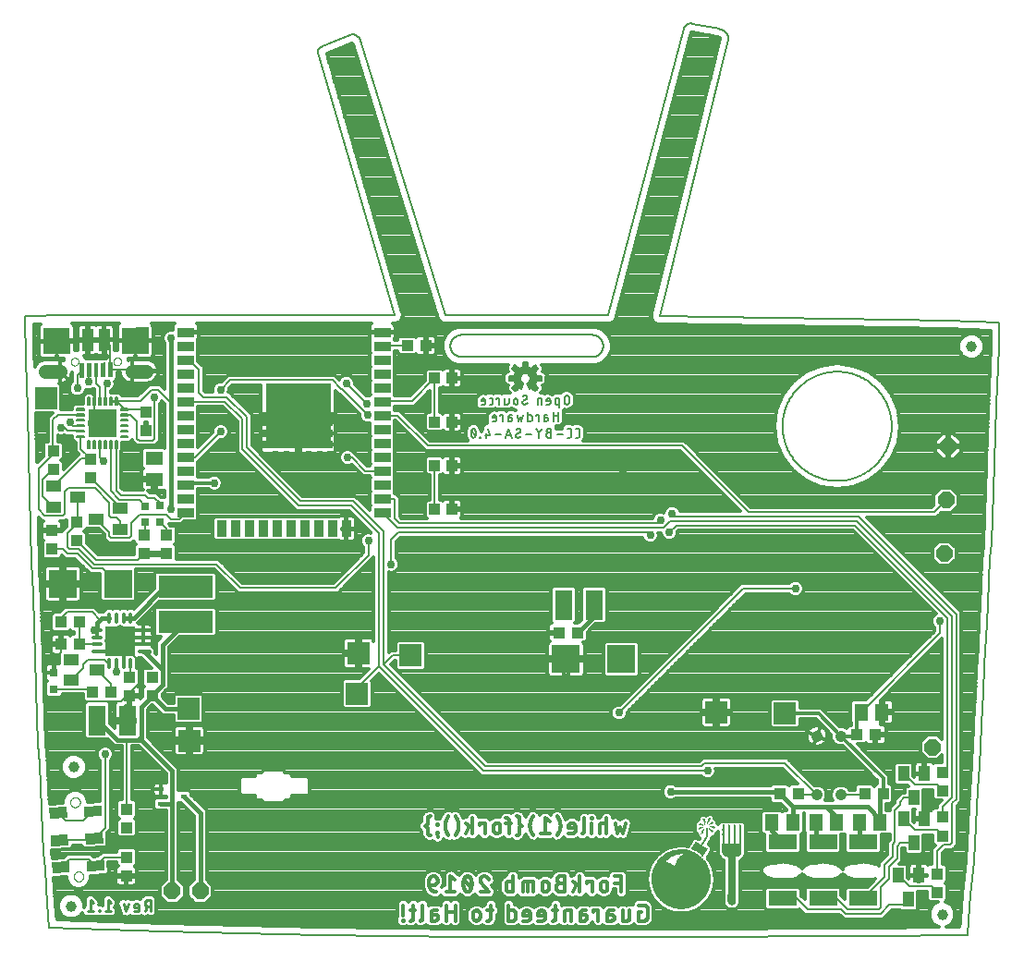
<source format=gbl>
G75*
%MOIN*%
%OFA0B0*%
%FSLAX25Y25*%
%IPPOS*%
%LPD*%
%AMOC8*
5,1,8,0,0,1.08239X$1,22.5*
%
%ADD10C,0.00600*%
%ADD11C,0.00500*%
%ADD12C,0.01400*%
%ADD13R,0.02700X0.00100*%
%ADD14R,0.03900X0.00100*%
%ADD15R,0.05000X0.00100*%
%ADD16R,0.05800X0.00100*%
%ADD17R,0.06400X0.00100*%
%ADD18R,0.07000X0.00100*%
%ADD19R,0.07600X0.00100*%
%ADD20R,0.08100X0.00100*%
%ADD21R,0.08600X0.00100*%
%ADD22R,0.09000X0.00100*%
%ADD23R,0.09400X0.00100*%
%ADD24R,0.09800X0.00100*%
%ADD25R,0.10100X0.00100*%
%ADD26R,0.00900X0.00100*%
%ADD27R,0.10500X0.00100*%
%ADD28R,0.01400X0.00100*%
%ADD29R,0.10900X0.00100*%
%ADD30R,0.01700X0.00100*%
%ADD31R,0.11200X0.00100*%
%ADD32R,0.02000X0.00100*%
%ADD33R,0.11500X0.00100*%
%ADD34R,0.02200X0.00100*%
%ADD35R,0.11800X0.00100*%
%ADD36R,0.02300X0.00100*%
%ADD37R,0.12100X0.00100*%
%ADD38R,0.02500X0.00100*%
%ADD39R,0.12400X0.00100*%
%ADD40R,0.02600X0.00100*%
%ADD41R,0.12700X0.00100*%
%ADD42R,0.13000X0.00100*%
%ADD43R,0.02800X0.00100*%
%ADD44R,0.13200X0.00100*%
%ADD45R,0.02900X0.00100*%
%ADD46R,0.13400X0.00100*%
%ADD47R,0.13700X0.00100*%
%ADD48R,0.03000X0.00100*%
%ADD49R,0.13900X0.00100*%
%ADD50R,0.14100X0.00100*%
%ADD51R,0.14400X0.00100*%
%ADD52R,0.14600X0.00100*%
%ADD53R,0.14800X0.00100*%
%ADD54R,0.15000X0.00100*%
%ADD55R,0.15200X0.00100*%
%ADD56R,0.15400X0.00100*%
%ADD57R,0.15600X0.00100*%
%ADD58R,0.15800X0.00100*%
%ADD59R,0.15900X0.00100*%
%ADD60R,0.16100X0.00100*%
%ADD61R,0.16300X0.00100*%
%ADD62R,0.16500X0.00100*%
%ADD63R,0.16600X0.00100*%
%ADD64R,0.16800X0.00100*%
%ADD65R,0.16900X0.00100*%
%ADD66R,0.17100X0.00100*%
%ADD67R,0.17300X0.00100*%
%ADD68R,0.17400X0.00100*%
%ADD69R,0.17500X0.00100*%
%ADD70R,0.17700X0.00100*%
%ADD71R,0.17800X0.00100*%
%ADD72R,0.17900X0.00100*%
%ADD73R,0.18000X0.00100*%
%ADD74R,0.18200X0.00100*%
%ADD75R,0.18300X0.00100*%
%ADD76R,0.18400X0.00100*%
%ADD77R,0.18500X0.00100*%
%ADD78R,0.18600X0.00100*%
%ADD79R,0.18800X0.00100*%
%ADD80R,0.19000X0.00100*%
%ADD81R,0.19200X0.00100*%
%ADD82R,0.19400X0.00100*%
%ADD83R,0.19600X0.00100*%
%ADD84R,0.19700X0.00100*%
%ADD85R,0.19800X0.00100*%
%ADD86R,0.19900X0.00100*%
%ADD87R,0.20000X0.00100*%
%ADD88R,0.20100X0.00100*%
%ADD89R,0.20200X0.00100*%
%ADD90R,0.20300X0.00100*%
%ADD91R,0.20400X0.00100*%
%ADD92R,0.20500X0.00100*%
%ADD93R,0.20600X0.00100*%
%ADD94R,0.20700X0.00100*%
%ADD95R,0.20800X0.00100*%
%ADD96R,0.20900X0.00100*%
%ADD97R,0.21000X0.00100*%
%ADD98R,0.21100X0.00100*%
%ADD99R,0.21200X0.00100*%
%ADD100R,0.21300X0.00100*%
%ADD101R,0.21400X0.00100*%
%ADD102R,0.19500X0.00100*%
%ADD103R,0.19300X0.00100*%
%ADD104R,0.07100X0.00100*%
%ADD105R,0.12000X0.00100*%
%ADD106R,0.06900X0.00100*%
%ADD107R,0.06700X0.00100*%
%ADD108R,0.06500X0.00100*%
%ADD109R,0.06300X0.00100*%
%ADD110R,0.11700X0.00100*%
%ADD111R,0.06100X0.00100*%
%ADD112R,0.11600X0.00100*%
%ADD113R,0.05900X0.00100*%
%ADD114R,0.05700X0.00100*%
%ADD115R,0.11400X0.00100*%
%ADD116R,0.05500X0.00100*%
%ADD117R,0.11300X0.00100*%
%ADD118R,0.05200X0.00100*%
%ADD119R,0.11100X0.00100*%
%ADD120R,0.04900X0.00100*%
%ADD121R,0.04700X0.00100*%
%ADD122R,0.04300X0.00100*%
%ADD123R,0.04000X0.00100*%
%ADD124R,0.10800X0.00100*%
%ADD125R,0.03600X0.00100*%
%ADD126R,0.10600X0.00100*%
%ADD127R,0.03200X0.00100*%
%ADD128R,0.10400X0.00100*%
%ADD129R,0.10200X0.00100*%
%ADD130R,0.10000X0.00100*%
%ADD131R,0.09700X0.00100*%
%ADD132R,0.03100X0.00100*%
%ADD133R,0.09500X0.00100*%
%ADD134R,0.09300X0.00100*%
%ADD135R,0.09100X0.00100*%
%ADD136R,0.08900X0.00100*%
%ADD137R,0.08700X0.00100*%
%ADD138R,0.08500X0.00100*%
%ADD139R,0.08300X0.00100*%
%ADD140R,0.03300X0.00100*%
%ADD141R,0.07900X0.00100*%
%ADD142R,0.07700X0.00100*%
%ADD143R,0.03400X0.00100*%
%ADD144R,0.07500X0.00100*%
%ADD145R,0.07200X0.00100*%
%ADD146R,0.03800X0.00100*%
%ADD147R,0.03500X0.00100*%
%ADD148R,0.04600X0.00100*%
%ADD149R,0.06800X0.00100*%
%ADD150R,0.06600X0.00100*%
%ADD151R,0.00200X0.00100*%
%ADD152R,0.03700X0.00100*%
%ADD153R,0.00400X0.00100*%
%ADD154R,0.05600X0.00100*%
%ADD155R,0.06000X0.00100*%
%ADD156R,0.00600X0.00100*%
%ADD157R,0.00800X0.00100*%
%ADD158R,0.04200X0.00100*%
%ADD159R,0.04400X0.00100*%
%ADD160R,0.01200X0.00100*%
%ADD161R,0.06200X0.00100*%
%ADD162R,0.04800X0.00100*%
%ADD163R,0.01300X0.00100*%
%ADD164R,0.05100X0.00100*%
%ADD165R,0.01500X0.00100*%
%ADD166R,0.11000X0.00100*%
%ADD167R,0.10700X0.00100*%
%ADD168R,0.01900X0.00100*%
%ADD169R,0.02100X0.00100*%
%ADD170R,0.09200X0.00100*%
%ADD171R,0.07300X0.00100*%
%ADD172R,0.04100X0.00100*%
%ADD173R,0.00100X0.00100*%
%ADD174R,0.05400X0.00100*%
%ADD175R,0.04500X0.00100*%
%ADD176R,0.02400X0.00100*%
%ADD177R,0.00300X0.00100*%
%ADD178R,0.00500X0.00100*%
%ADD179R,0.01800X0.00100*%
%ADD180R,0.00700X0.00100*%
%ADD181R,0.01600X0.00100*%
%ADD182R,0.01100X0.00100*%
%ADD183R,0.01000X0.00100*%
%ADD184R,0.05600X0.00400*%
%ADD185R,0.10400X0.00400*%
%ADD186R,0.06400X0.00400*%
%ADD187C,0.00800*%
%ADD188C,0.00591*%
%ADD189C,0.01000*%
%ADD190R,0.05906X0.03543*%
%ADD191R,0.03543X0.05906*%
%ADD192R,0.23622X0.23622*%
%ADD193R,0.04331X0.03937*%
%ADD194C,0.00551*%
%ADD195R,0.09843X0.09843*%
%ADD196C,0.03937*%
%ADD197C,0.00000*%
%ADD198R,0.07874X0.03937*%
%ADD199R,0.01575X0.05315*%
%ADD200C,0.05150*%
%ADD201R,0.09500X0.09500*%
%ADD202R,0.03937X0.04331*%
%ADD203R,0.05512X0.03937*%
%ADD204R,0.10236X0.05512*%
%ADD205R,0.05118X0.05906*%
%ADD206OC8,0.05937*%
%ADD207R,0.03937X0.03937*%
%ADD208R,0.03150X0.03150*%
%ADD209R,0.10039X0.09843*%
%ADD210R,0.10630X0.10630*%
%ADD211C,0.01378*%
%ADD212C,0.03575*%
%ADD213R,0.19685X0.07874*%
%ADD214R,0.06299X0.10630*%
%ADD215C,0.04165*%
%ADD216R,0.03937X0.06299*%
%ADD217R,0.03937X0.05512*%
%ADD218R,0.07874X0.07874*%
%ADD219R,0.05906X0.05118*%
%ADD220R,0.02362X0.01575*%
%ADD221C,0.02978*%
%ADD222C,0.01200*%
%ADD223C,0.01100*%
%ADD224C,0.02400*%
%ADD225C,0.01600*%
D10*
X0018536Y0053992D02*
X0059875Y0052417D01*
X0116174Y0051236D01*
X0168930Y0050449D01*
X0239009Y0050449D01*
X0315781Y0050843D01*
X0349639Y0051236D01*
X0350033Y0056354D01*
X0350426Y0061079D01*
X0350820Y0065409D01*
X0352001Y0078008D01*
X0352788Y0091000D01*
X0353576Y0103598D01*
X0353970Y0112654D01*
X0354363Y0118953D01*
X0354757Y0127220D01*
X0355151Y0132732D01*
X0355544Y0138638D01*
X0355938Y0148480D01*
X0356725Y0163835D01*
X0357119Y0170528D01*
X0357907Y0187063D01*
X0358300Y0192575D01*
X0358694Y0202024D01*
X0359088Y0211079D01*
X0359481Y0221709D01*
X0360269Y0242181D01*
X0361056Y0263441D01*
X0361056Y0272102D01*
X0342552Y0272890D01*
X0302395Y0273677D01*
X0279212Y0273741D01*
X0238661Y0274528D01*
X0283041Y0234773D02*
X0283047Y0235256D01*
X0283065Y0235739D01*
X0283094Y0236221D01*
X0283136Y0236702D01*
X0283189Y0237183D01*
X0283254Y0237661D01*
X0283331Y0238138D01*
X0283419Y0238613D01*
X0283519Y0239086D01*
X0283631Y0239556D01*
X0283754Y0240023D01*
X0283889Y0240487D01*
X0284035Y0240948D01*
X0284192Y0241405D01*
X0284360Y0241858D01*
X0284539Y0242306D01*
X0284730Y0242750D01*
X0284931Y0243189D01*
X0285143Y0243624D01*
X0285365Y0244052D01*
X0285598Y0244476D01*
X0285842Y0244893D01*
X0286095Y0245304D01*
X0286359Y0245709D01*
X0286632Y0246108D01*
X0286915Y0246499D01*
X0287207Y0246884D01*
X0287509Y0247261D01*
X0287820Y0247631D01*
X0288140Y0247993D01*
X0288469Y0248347D01*
X0288807Y0248692D01*
X0289152Y0249030D01*
X0289506Y0249359D01*
X0289868Y0249679D01*
X0290238Y0249990D01*
X0290615Y0250292D01*
X0291000Y0250584D01*
X0291391Y0250867D01*
X0291790Y0251140D01*
X0292195Y0251404D01*
X0292606Y0251657D01*
X0293023Y0251901D01*
X0293447Y0252134D01*
X0293875Y0252356D01*
X0294310Y0252568D01*
X0294749Y0252769D01*
X0295193Y0252960D01*
X0295641Y0253139D01*
X0296094Y0253307D01*
X0296551Y0253464D01*
X0297012Y0253610D01*
X0297476Y0253745D01*
X0297943Y0253868D01*
X0298413Y0253980D01*
X0298886Y0254080D01*
X0299361Y0254168D01*
X0299838Y0254245D01*
X0300316Y0254310D01*
X0300797Y0254363D01*
X0301278Y0254405D01*
X0301760Y0254434D01*
X0302243Y0254452D01*
X0302726Y0254458D01*
X0303209Y0254452D01*
X0303692Y0254434D01*
X0304174Y0254405D01*
X0304655Y0254363D01*
X0305136Y0254310D01*
X0305614Y0254245D01*
X0306091Y0254168D01*
X0306566Y0254080D01*
X0307039Y0253980D01*
X0307509Y0253868D01*
X0307976Y0253745D01*
X0308440Y0253610D01*
X0308901Y0253464D01*
X0309358Y0253307D01*
X0309811Y0253139D01*
X0310259Y0252960D01*
X0310703Y0252769D01*
X0311142Y0252568D01*
X0311577Y0252356D01*
X0312005Y0252134D01*
X0312429Y0251901D01*
X0312846Y0251657D01*
X0313257Y0251404D01*
X0313662Y0251140D01*
X0314061Y0250867D01*
X0314452Y0250584D01*
X0314837Y0250292D01*
X0315214Y0249990D01*
X0315584Y0249679D01*
X0315946Y0249359D01*
X0316300Y0249030D01*
X0316645Y0248692D01*
X0316983Y0248347D01*
X0317312Y0247993D01*
X0317632Y0247631D01*
X0317943Y0247261D01*
X0318245Y0246884D01*
X0318537Y0246499D01*
X0318820Y0246108D01*
X0319093Y0245709D01*
X0319357Y0245304D01*
X0319610Y0244893D01*
X0319854Y0244476D01*
X0320087Y0244052D01*
X0320309Y0243624D01*
X0320521Y0243189D01*
X0320722Y0242750D01*
X0320913Y0242306D01*
X0321092Y0241858D01*
X0321260Y0241405D01*
X0321417Y0240948D01*
X0321563Y0240487D01*
X0321698Y0240023D01*
X0321821Y0239556D01*
X0321933Y0239086D01*
X0322033Y0238613D01*
X0322121Y0238138D01*
X0322198Y0237661D01*
X0322263Y0237183D01*
X0322316Y0236702D01*
X0322358Y0236221D01*
X0322387Y0235739D01*
X0322405Y0235256D01*
X0322411Y0234773D01*
X0322405Y0234290D01*
X0322387Y0233807D01*
X0322358Y0233325D01*
X0322316Y0232844D01*
X0322263Y0232363D01*
X0322198Y0231885D01*
X0322121Y0231408D01*
X0322033Y0230933D01*
X0321933Y0230460D01*
X0321821Y0229990D01*
X0321698Y0229523D01*
X0321563Y0229059D01*
X0321417Y0228598D01*
X0321260Y0228141D01*
X0321092Y0227688D01*
X0320913Y0227240D01*
X0320722Y0226796D01*
X0320521Y0226357D01*
X0320309Y0225922D01*
X0320087Y0225494D01*
X0319854Y0225070D01*
X0319610Y0224653D01*
X0319357Y0224242D01*
X0319093Y0223837D01*
X0318820Y0223438D01*
X0318537Y0223047D01*
X0318245Y0222662D01*
X0317943Y0222285D01*
X0317632Y0221915D01*
X0317312Y0221553D01*
X0316983Y0221199D01*
X0316645Y0220854D01*
X0316300Y0220516D01*
X0315946Y0220187D01*
X0315584Y0219867D01*
X0315214Y0219556D01*
X0314837Y0219254D01*
X0314452Y0218962D01*
X0314061Y0218679D01*
X0313662Y0218406D01*
X0313257Y0218142D01*
X0312846Y0217889D01*
X0312429Y0217645D01*
X0312005Y0217412D01*
X0311577Y0217190D01*
X0311142Y0216978D01*
X0310703Y0216777D01*
X0310259Y0216586D01*
X0309811Y0216407D01*
X0309358Y0216239D01*
X0308901Y0216082D01*
X0308440Y0215936D01*
X0307976Y0215801D01*
X0307509Y0215678D01*
X0307039Y0215566D01*
X0306566Y0215466D01*
X0306091Y0215378D01*
X0305614Y0215301D01*
X0305136Y0215236D01*
X0304655Y0215183D01*
X0304174Y0215141D01*
X0303692Y0215112D01*
X0303209Y0215094D01*
X0302726Y0215088D01*
X0302243Y0215094D01*
X0301760Y0215112D01*
X0301278Y0215141D01*
X0300797Y0215183D01*
X0300316Y0215236D01*
X0299838Y0215301D01*
X0299361Y0215378D01*
X0298886Y0215466D01*
X0298413Y0215566D01*
X0297943Y0215678D01*
X0297476Y0215801D01*
X0297012Y0215936D01*
X0296551Y0216082D01*
X0296094Y0216239D01*
X0295641Y0216407D01*
X0295193Y0216586D01*
X0294749Y0216777D01*
X0294310Y0216978D01*
X0293875Y0217190D01*
X0293447Y0217412D01*
X0293023Y0217645D01*
X0292606Y0217889D01*
X0292195Y0218142D01*
X0291790Y0218406D01*
X0291391Y0218679D01*
X0291000Y0218962D01*
X0290615Y0219254D01*
X0290238Y0219556D01*
X0289868Y0219867D01*
X0289506Y0220187D01*
X0289152Y0220516D01*
X0288807Y0220854D01*
X0288469Y0221199D01*
X0288140Y0221553D01*
X0287820Y0221915D01*
X0287509Y0222285D01*
X0287207Y0222662D01*
X0286915Y0223047D01*
X0286632Y0223438D01*
X0286359Y0223837D01*
X0286095Y0224242D01*
X0285842Y0224653D01*
X0285598Y0225070D01*
X0285365Y0225494D01*
X0285143Y0225922D01*
X0284931Y0226357D01*
X0284730Y0226796D01*
X0284539Y0227240D01*
X0284360Y0227688D01*
X0284192Y0228141D01*
X0284035Y0228598D01*
X0283889Y0229059D01*
X0283754Y0229523D01*
X0283631Y0229990D01*
X0283519Y0230460D01*
X0283419Y0230933D01*
X0283331Y0231408D01*
X0283254Y0231885D01*
X0283189Y0232363D01*
X0283136Y0232844D01*
X0283094Y0233325D01*
X0283065Y0233807D01*
X0283047Y0234290D01*
X0283041Y0234773D01*
X0024881Y0274725D02*
X0009875Y0274465D01*
X0010269Y0258717D01*
X0010662Y0241000D01*
X0011056Y0224858D01*
X0011450Y0211079D01*
X0011844Y0197693D01*
X0012237Y0185488D01*
X0012631Y0174465D01*
X0013025Y0161866D01*
X0013418Y0151630D01*
X0014206Y0129583D01*
X0014599Y0120134D01*
X0014993Y0113047D01*
X0015387Y0104780D01*
X0015781Y0096118D01*
X0016174Y0088638D01*
X0016568Y0080764D01*
X0016962Y0075252D01*
X0017355Y0068559D01*
X0017749Y0063047D01*
X0018143Y0058323D01*
X0018536Y0053992D01*
D11*
X0167177Y0259861D02*
X0214421Y0259861D01*
X0218358Y0263798D02*
X0218356Y0263922D01*
X0218350Y0264045D01*
X0218341Y0264169D01*
X0218327Y0264291D01*
X0218310Y0264414D01*
X0218288Y0264536D01*
X0218263Y0264657D01*
X0218234Y0264777D01*
X0218202Y0264896D01*
X0218165Y0265015D01*
X0218125Y0265132D01*
X0218082Y0265247D01*
X0218034Y0265362D01*
X0217983Y0265474D01*
X0217929Y0265585D01*
X0217871Y0265695D01*
X0217810Y0265802D01*
X0217745Y0265908D01*
X0217677Y0266011D01*
X0217606Y0266112D01*
X0217532Y0266211D01*
X0217455Y0266308D01*
X0217374Y0266402D01*
X0217291Y0266493D01*
X0217205Y0266582D01*
X0217116Y0266668D01*
X0217025Y0266751D01*
X0216931Y0266832D01*
X0216834Y0266909D01*
X0216735Y0266983D01*
X0216634Y0267054D01*
X0216531Y0267122D01*
X0216425Y0267187D01*
X0216318Y0267248D01*
X0216208Y0267306D01*
X0216097Y0267360D01*
X0215985Y0267411D01*
X0215870Y0267459D01*
X0215755Y0267502D01*
X0215638Y0267542D01*
X0215519Y0267579D01*
X0215400Y0267611D01*
X0215280Y0267640D01*
X0215159Y0267665D01*
X0215037Y0267687D01*
X0214914Y0267704D01*
X0214792Y0267718D01*
X0214668Y0267727D01*
X0214545Y0267733D01*
X0214421Y0267735D01*
X0167177Y0267735D01*
X0163240Y0263798D02*
X0163242Y0263674D01*
X0163248Y0263551D01*
X0163257Y0263427D01*
X0163271Y0263305D01*
X0163288Y0263182D01*
X0163310Y0263060D01*
X0163335Y0262939D01*
X0163364Y0262819D01*
X0163396Y0262700D01*
X0163433Y0262581D01*
X0163473Y0262464D01*
X0163516Y0262349D01*
X0163564Y0262234D01*
X0163615Y0262122D01*
X0163669Y0262011D01*
X0163727Y0261901D01*
X0163788Y0261794D01*
X0163853Y0261688D01*
X0163921Y0261585D01*
X0163992Y0261484D01*
X0164066Y0261385D01*
X0164143Y0261288D01*
X0164224Y0261194D01*
X0164307Y0261103D01*
X0164393Y0261014D01*
X0164482Y0260928D01*
X0164573Y0260845D01*
X0164667Y0260764D01*
X0164764Y0260687D01*
X0164863Y0260613D01*
X0164964Y0260542D01*
X0165067Y0260474D01*
X0165173Y0260409D01*
X0165280Y0260348D01*
X0165390Y0260290D01*
X0165501Y0260236D01*
X0165613Y0260185D01*
X0165728Y0260137D01*
X0165843Y0260094D01*
X0165960Y0260054D01*
X0166079Y0260017D01*
X0166198Y0259985D01*
X0166318Y0259956D01*
X0166439Y0259931D01*
X0166561Y0259909D01*
X0166684Y0259892D01*
X0166806Y0259878D01*
X0166930Y0259869D01*
X0167053Y0259863D01*
X0167177Y0259861D01*
X0163240Y0263798D02*
X0163242Y0263922D01*
X0163248Y0264045D01*
X0163257Y0264169D01*
X0163271Y0264291D01*
X0163288Y0264414D01*
X0163310Y0264536D01*
X0163335Y0264657D01*
X0163364Y0264777D01*
X0163396Y0264896D01*
X0163433Y0265015D01*
X0163473Y0265132D01*
X0163516Y0265247D01*
X0163564Y0265362D01*
X0163615Y0265474D01*
X0163669Y0265585D01*
X0163727Y0265695D01*
X0163788Y0265802D01*
X0163853Y0265908D01*
X0163921Y0266011D01*
X0163992Y0266112D01*
X0164066Y0266211D01*
X0164143Y0266308D01*
X0164224Y0266402D01*
X0164307Y0266493D01*
X0164393Y0266582D01*
X0164482Y0266668D01*
X0164573Y0266751D01*
X0164667Y0266832D01*
X0164764Y0266909D01*
X0164863Y0266983D01*
X0164964Y0267054D01*
X0165067Y0267122D01*
X0165173Y0267187D01*
X0165280Y0267248D01*
X0165390Y0267306D01*
X0165501Y0267360D01*
X0165613Y0267411D01*
X0165728Y0267459D01*
X0165843Y0267502D01*
X0165960Y0267542D01*
X0166079Y0267579D01*
X0166198Y0267611D01*
X0166318Y0267640D01*
X0166439Y0267665D01*
X0166561Y0267687D01*
X0166684Y0267704D01*
X0166806Y0267718D01*
X0166930Y0267727D01*
X0167053Y0267733D01*
X0167177Y0267735D01*
X0214421Y0259861D02*
X0214545Y0259863D01*
X0214668Y0259869D01*
X0214792Y0259878D01*
X0214914Y0259892D01*
X0215037Y0259909D01*
X0215159Y0259931D01*
X0215280Y0259956D01*
X0215400Y0259985D01*
X0215519Y0260017D01*
X0215638Y0260054D01*
X0215755Y0260094D01*
X0215870Y0260137D01*
X0215985Y0260185D01*
X0216097Y0260236D01*
X0216208Y0260290D01*
X0216318Y0260348D01*
X0216425Y0260409D01*
X0216531Y0260474D01*
X0216634Y0260542D01*
X0216735Y0260613D01*
X0216834Y0260687D01*
X0216931Y0260764D01*
X0217025Y0260845D01*
X0217116Y0260928D01*
X0217205Y0261014D01*
X0217291Y0261103D01*
X0217374Y0261194D01*
X0217455Y0261288D01*
X0217532Y0261385D01*
X0217606Y0261484D01*
X0217677Y0261585D01*
X0217745Y0261688D01*
X0217810Y0261794D01*
X0217871Y0261901D01*
X0217929Y0262011D01*
X0217983Y0262122D01*
X0218034Y0262234D01*
X0218082Y0262349D01*
X0218125Y0262464D01*
X0218165Y0262581D01*
X0218202Y0262700D01*
X0218234Y0262819D01*
X0218263Y0262939D01*
X0218288Y0263060D01*
X0218310Y0263182D01*
X0218327Y0263305D01*
X0218341Y0263427D01*
X0218350Y0263551D01*
X0218356Y0263674D01*
X0218358Y0263798D01*
D12*
X0221308Y0263874D02*
X0346577Y0263874D01*
X0346577Y0262917D02*
X0346577Y0262372D01*
X0347820Y0260220D01*
X0349972Y0258978D01*
X0352457Y0258978D01*
X0354609Y0260220D01*
X0354609Y0260220D01*
X0354609Y0260220D01*
X0355851Y0262372D01*
X0355851Y0264857D01*
X0354609Y0267009D01*
X0354609Y0267009D01*
X0352457Y0268252D01*
X0349972Y0268252D01*
X0347820Y0267009D01*
X0346577Y0264857D01*
X0346577Y0262917D01*
X0346577Y0262475D02*
X0221308Y0262475D01*
X0221308Y0262429D02*
X0221308Y0265168D01*
X0220259Y0267700D01*
X0218322Y0269637D01*
X0218322Y0269637D01*
X0218322Y0269637D01*
X0215791Y0270685D01*
X0165807Y0270685D01*
X0163275Y0269637D01*
X0161338Y0267700D01*
X0161338Y0267700D01*
X0160290Y0265168D01*
X0160290Y0262429D01*
X0161338Y0259897D01*
X0163275Y0257960D01*
X0163275Y0257960D01*
X0165807Y0256911D01*
X0184198Y0256911D01*
X0183871Y0256645D01*
X0183861Y0256541D01*
X0183787Y0256467D01*
X0183787Y0255814D01*
X0183721Y0255165D01*
X0183787Y0255084D01*
X0183787Y0254980D01*
X0184164Y0254602D01*
X0183631Y0254602D01*
X0183557Y0254528D01*
X0183453Y0254518D01*
X0183040Y0254012D01*
X0182579Y0253551D01*
X0182579Y0253446D01*
X0182513Y0253365D01*
X0182579Y0252716D01*
X0182579Y0251459D01*
X0182513Y0250809D01*
X0182579Y0250729D01*
X0182579Y0250624D01*
X0183040Y0250163D01*
X0183453Y0249657D01*
X0183557Y0249646D01*
X0183631Y0249572D01*
X0184164Y0249572D01*
X0183787Y0249195D01*
X0183787Y0249091D01*
X0183721Y0249010D01*
X0183787Y0248361D01*
X0183787Y0247708D01*
X0183861Y0247634D01*
X0183871Y0247530D01*
X0184377Y0247118D01*
X0184754Y0246741D01*
X0182109Y0246741D01*
X0181909Y0246541D01*
X0181708Y0246741D01*
X0179068Y0246741D01*
X0178936Y0246609D01*
X0178804Y0246741D01*
X0176519Y0246741D01*
X0176269Y0246491D01*
X0175087Y0246876D01*
X0175087Y0246876D01*
X0173473Y0246351D01*
X0172476Y0244978D01*
X0172476Y0241921D01*
X0173589Y0240808D01*
X0176052Y0240808D01*
X0176236Y0240992D01*
X0176299Y0241028D01*
X0176519Y0240808D01*
X0178804Y0240808D01*
X0178989Y0240992D01*
X0179598Y0241344D01*
X0180134Y0240808D01*
X0181708Y0240808D01*
X0181909Y0241008D01*
X0182109Y0240808D01*
X0182998Y0240808D01*
X0183785Y0240808D01*
X0184351Y0240808D01*
X0184572Y0240808D01*
X0184756Y0240992D01*
X0185197Y0241247D01*
X0185233Y0241198D01*
X0185233Y0241198D01*
X0186816Y0240684D01*
X0186385Y0240576D01*
X0186220Y0240741D01*
X0184664Y0240741D01*
X0184070Y0240741D01*
X0184070Y0240741D01*
X0184070Y0240741D01*
X0183935Y0240741D01*
X0183750Y0240557D01*
X0183371Y0240338D01*
X0182968Y0240741D01*
X0180328Y0240741D01*
X0180130Y0240543D01*
X0179107Y0240876D01*
X0179107Y0240876D01*
X0177493Y0240351D01*
X0176496Y0238978D01*
X0176496Y0235921D01*
X0176575Y0235841D01*
X0175446Y0235519D01*
X0174681Y0234143D01*
X0174867Y0233493D01*
X0174295Y0232922D01*
X0174295Y0233355D01*
X0173888Y0234191D01*
X0173660Y0234855D01*
X0173513Y0234960D01*
X0173492Y0235003D01*
X0173416Y0235030D01*
X0172326Y0235808D01*
X0170687Y0235808D01*
X0169597Y0235030D01*
X0169521Y0235003D01*
X0169500Y0234960D01*
X0169353Y0234855D01*
X0169174Y0234333D01*
X0168994Y0234189D01*
X0168956Y0233843D01*
X0168718Y0233355D01*
X0168718Y0231261D01*
X0169125Y0230425D01*
X0169353Y0229761D01*
X0169353Y0229761D01*
X0169500Y0229655D01*
X0169503Y0229650D01*
X0155903Y0229650D01*
X0144934Y0240619D01*
X0143088Y0240619D01*
X0143088Y0241112D01*
X0142981Y0241219D01*
X0143088Y0241326D01*
X0143088Y0242032D01*
X0150190Y0242032D01*
X0151303Y0243145D01*
X0155659Y0247500D01*
X0155659Y0239808D01*
X0154969Y0239808D01*
X0154090Y0238929D01*
X0154090Y0233750D01*
X0154969Y0232871D01*
X0160148Y0232871D01*
X0160567Y0233289D01*
X0160845Y0233011D01*
X0161233Y0232787D01*
X0161665Y0232671D01*
X0163573Y0232671D01*
X0163573Y0236055D01*
X0164142Y0236055D01*
X0164142Y0232671D01*
X0166050Y0232671D01*
X0166482Y0232787D01*
X0166870Y0233011D01*
X0167187Y0233327D01*
X0167410Y0233715D01*
X0167526Y0234147D01*
X0167526Y0236055D01*
X0164142Y0236055D01*
X0164142Y0236624D01*
X0163573Y0236624D01*
X0163573Y0240008D01*
X0161665Y0240008D01*
X0161233Y0239892D01*
X0160845Y0239668D01*
X0160567Y0239389D01*
X0160148Y0239808D01*
X0159459Y0239808D01*
X0159459Y0248619D01*
X0160148Y0248619D01*
X0160567Y0249037D01*
X0160845Y0248759D01*
X0161233Y0248535D01*
X0161665Y0248419D01*
X0163573Y0248419D01*
X0163573Y0251803D01*
X0164142Y0251803D01*
X0164142Y0248419D01*
X0166050Y0248419D01*
X0166482Y0248535D01*
X0166870Y0248759D01*
X0167187Y0249075D01*
X0167410Y0249463D01*
X0167526Y0249895D01*
X0167526Y0251803D01*
X0164142Y0251803D01*
X0164142Y0252372D01*
X0163573Y0252372D01*
X0163573Y0255756D01*
X0161665Y0255756D01*
X0161233Y0255640D01*
X0160845Y0255416D01*
X0160567Y0255138D01*
X0160148Y0255556D01*
X0154969Y0255556D01*
X0154090Y0254677D01*
X0154090Y0251306D01*
X0148616Y0245832D01*
X0143088Y0245832D01*
X0143088Y0246112D01*
X0142981Y0246219D01*
X0143088Y0246326D01*
X0143088Y0251112D01*
X0142981Y0251219D01*
X0143088Y0251326D01*
X0143088Y0256112D01*
X0142981Y0256219D01*
X0143088Y0256326D01*
X0143088Y0261112D01*
X0142981Y0261219D01*
X0143088Y0261326D01*
X0143088Y0261965D01*
X0144053Y0261976D01*
X0144053Y0261331D01*
X0144932Y0260452D01*
X0150505Y0260452D01*
X0150923Y0260870D01*
X0151202Y0260592D01*
X0151590Y0260368D01*
X0152022Y0260252D01*
X0154127Y0260252D01*
X0154127Y0263636D01*
X0154696Y0263636D01*
X0154696Y0264205D01*
X0158277Y0264205D01*
X0158277Y0266113D01*
X0158161Y0266545D01*
X0157937Y0266933D01*
X0157620Y0267249D01*
X0157233Y0267473D01*
X0156800Y0267589D01*
X0154696Y0267589D01*
X0154696Y0264205D01*
X0154127Y0264205D01*
X0154127Y0267589D01*
X0152022Y0267589D01*
X0151590Y0267473D01*
X0151202Y0267249D01*
X0150923Y0266971D01*
X0150505Y0267389D01*
X0144932Y0267389D01*
X0144053Y0266510D01*
X0144053Y0265777D01*
X0143088Y0265765D01*
X0143088Y0266112D01*
X0143075Y0266124D01*
X0143172Y0266291D01*
X0143288Y0266723D01*
X0143288Y0268533D01*
X0138821Y0268533D01*
X0138821Y0268905D01*
X0143288Y0268905D01*
X0143288Y0270714D01*
X0143172Y0271147D01*
X0142948Y0271534D01*
X0142631Y0271851D01*
X0142501Y0271926D01*
X0142831Y0271927D01*
X0143258Y0271880D01*
X0143422Y0271927D01*
X0143592Y0271928D01*
X0143989Y0272093D01*
X0144402Y0272213D01*
X0144535Y0272320D01*
X0144693Y0272386D01*
X0144996Y0272690D01*
X0145331Y0272959D01*
X0145413Y0273109D01*
X0145534Y0273230D01*
X0145698Y0273627D01*
X0145904Y0274004D01*
X0145923Y0274174D01*
X0145988Y0274331D01*
X0145987Y0274761D01*
X0146034Y0275189D01*
X0145986Y0275352D01*
X0145986Y0275523D01*
X0145821Y0275920D01*
X0118616Y0369193D01*
X0127872Y0372965D01*
X0127906Y0372728D01*
X0128031Y0372517D01*
X0158500Y0274467D01*
X0158500Y0274326D01*
X0158676Y0273902D01*
X0158812Y0273464D01*
X0158902Y0273356D01*
X0158956Y0273225D01*
X0159281Y0272901D01*
X0159574Y0272548D01*
X0159699Y0272483D01*
X0159799Y0272383D01*
X0160223Y0272207D01*
X0160629Y0271994D01*
X0160769Y0271981D01*
X0160900Y0271927D01*
X0161358Y0271927D01*
X0161815Y0271885D01*
X0161950Y0271927D01*
X0219769Y0271927D01*
X0219970Y0271874D01*
X0220360Y0271927D01*
X0220753Y0271927D01*
X0220945Y0272006D01*
X0221151Y0272034D01*
X0221491Y0272232D01*
X0221854Y0272383D01*
X0222001Y0272530D01*
X0222180Y0272635D01*
X0222418Y0272948D01*
X0222696Y0273225D01*
X0222776Y0273417D01*
X0222902Y0273583D01*
X0223002Y0273963D01*
X0223152Y0274326D01*
X0223152Y0274534D01*
X0250079Y0376779D01*
X0250107Y0376818D01*
X0250158Y0377039D01*
X0250379Y0376988D01*
X0250424Y0376995D01*
X0259274Y0375225D01*
X0259391Y0375160D01*
X0259855Y0375109D01*
X0260122Y0375056D01*
X0260288Y0374964D01*
X0260427Y0374791D01*
X0260488Y0374579D01*
X0235822Y0275524D01*
X0235673Y0275183D01*
X0235668Y0274904D01*
X0235610Y0274674D01*
X0235657Y0274362D01*
X0235650Y0273990D01*
X0235752Y0273730D01*
X0235787Y0273495D01*
X0235949Y0273225D01*
X0236085Y0272879D01*
X0236279Y0272677D01*
X0236401Y0272474D01*
X0236654Y0272287D01*
X0236912Y0272019D01*
X0237169Y0271907D01*
X0237359Y0271766D01*
X0237665Y0271690D01*
X0238006Y0271541D01*
X0238286Y0271535D01*
X0238515Y0271478D01*
X0238827Y0271525D01*
X0278583Y0270753D01*
X0278607Y0270743D01*
X0279179Y0270741D01*
X0279750Y0270730D01*
X0279775Y0270739D01*
X0302362Y0270677D01*
X0342459Y0269891D01*
X0358056Y0269227D01*
X0358056Y0263497D01*
X0357271Y0242297D01*
X0356506Y0222418D01*
X0356505Y0222416D01*
X0356483Y0221820D01*
X0356461Y0221228D01*
X0356461Y0221226D01*
X0356090Y0211200D01*
X0355723Y0202747D01*
X0355721Y0202745D01*
X0355697Y0202156D01*
X0355671Y0201558D01*
X0355672Y0201555D01*
X0355305Y0192744D01*
X0354954Y0187835D01*
X0354938Y0187802D01*
X0354912Y0187241D01*
X0354872Y0186681D01*
X0354883Y0186646D01*
X0354123Y0170687D01*
X0353765Y0164595D01*
X0353760Y0164584D01*
X0353730Y0163999D01*
X0353696Y0163415D01*
X0353699Y0163404D01*
X0352972Y0149212D01*
X0352964Y0149196D01*
X0347599Y0149196D01*
X0347599Y0150594D02*
X0353043Y0150594D01*
X0352964Y0149196D02*
X0352941Y0148617D01*
X0352911Y0148038D01*
X0352917Y0148021D01*
X0352548Y0138797D01*
X0352158Y0132940D01*
X0351804Y0127993D01*
X0351789Y0127959D01*
X0351762Y0127399D01*
X0351722Y0126839D01*
X0351734Y0126804D01*
X0351368Y0119118D01*
X0351011Y0113407D01*
X0350998Y0113380D01*
X0350974Y0112812D01*
X0350938Y0112245D01*
X0350948Y0112217D01*
X0350580Y0103757D01*
X0349831Y0091780D01*
X0349830Y0091777D01*
X0349794Y0091188D01*
X0349757Y0090592D01*
X0349758Y0090589D01*
X0349010Y0078238D01*
X0347888Y0066279D01*
X0347886Y0066275D01*
X0347833Y0065687D01*
X0347777Y0065095D01*
X0347779Y0065091D01*
X0347492Y0061933D01*
X0347486Y0061923D01*
X0347438Y0061339D01*
X0347385Y0060756D01*
X0347388Y0060745D01*
X0347092Y0057188D01*
X0347087Y0057179D01*
X0347042Y0056594D01*
X0346993Y0056009D01*
X0346996Y0055999D01*
X0346858Y0054204D01*
X0341977Y0054147D01*
X0344009Y0055320D01*
X0344009Y0055320D01*
X0344009Y0055320D01*
X0345251Y0057472D01*
X0345251Y0059957D01*
X0344009Y0062109D01*
X0344009Y0062109D01*
X0341857Y0063352D01*
X0341687Y0063352D01*
X0342399Y0064064D01*
X0342399Y0069243D01*
X0341642Y0070000D01*
X0342399Y0070757D01*
X0342399Y0075936D01*
X0341520Y0076815D01*
X0340633Y0076815D01*
X0340633Y0080813D01*
X0341805Y0081985D01*
X0344283Y0081985D01*
X0344986Y0082688D01*
X0346099Y0083801D01*
X0346099Y0097938D01*
X0346486Y0098325D01*
X0347599Y0099438D01*
X0347599Y0167747D01*
X0313446Y0201900D01*
X0338502Y0201900D01*
X0339615Y0203013D01*
X0340246Y0203643D01*
X0343878Y0203643D01*
X0346496Y0206261D01*
X0346496Y0209963D01*
X0343878Y0212580D01*
X0340176Y0212580D01*
X0337559Y0209963D01*
X0337559Y0206330D01*
X0336928Y0205700D01*
X0271520Y0205700D01*
X0248683Y0228537D01*
X0247570Y0229650D01*
X0211136Y0229650D01*
X0211634Y0230513D01*
X0211754Y0230632D01*
X0211754Y0233984D01*
X0211634Y0234103D01*
X0211054Y0235108D01*
X0211054Y0235108D01*
X0210049Y0235689D01*
X0209930Y0235808D01*
X0209467Y0235808D01*
X0209143Y0235808D01*
X0208356Y0235808D01*
X0208356Y0235808D01*
X0207644Y0235808D01*
X0207351Y0235514D01*
X0207049Y0235689D01*
X0206930Y0235808D01*
X0206452Y0235808D01*
X0206143Y0235808D01*
X0205356Y0235808D01*
X0205356Y0235808D01*
X0204644Y0235808D01*
X0203531Y0234695D01*
X0203531Y0233852D01*
X0201442Y0233852D01*
X0201442Y0234695D01*
X0201329Y0234808D01*
X0202863Y0234808D01*
X0203976Y0235921D01*
X0203976Y0240524D01*
X0204305Y0240854D01*
X0204305Y0240957D01*
X0205207Y0240664D01*
X0206930Y0241224D01*
X0206930Y0241224D01*
X0207996Y0242691D01*
X0207996Y0242810D01*
X0207996Y0245925D01*
X0206930Y0247391D01*
X0205207Y0247951D01*
X0205207Y0247951D01*
X0203483Y0247391D01*
X0203011Y0246741D01*
X0200730Y0246741D01*
X0200545Y0246557D01*
X0200200Y0246358D01*
X0198607Y0246876D01*
X0197191Y0246415D01*
X0196865Y0246741D01*
X0195718Y0246741D01*
X0196094Y0247118D01*
X0196600Y0247530D01*
X0196611Y0247634D01*
X0196684Y0247708D01*
X0196684Y0248361D01*
X0196751Y0249010D01*
X0196684Y0249091D01*
X0196684Y0249195D01*
X0196307Y0249572D01*
X0196841Y0249572D01*
X0196915Y0249646D01*
X0197019Y0249657D01*
X0197431Y0250163D01*
X0197892Y0250624D01*
X0197892Y0250729D01*
X0197958Y0250809D01*
X0197892Y0251459D01*
X0197892Y0252716D01*
X0197958Y0253365D01*
X0197892Y0253446D01*
X0197892Y0253551D01*
X0197431Y0254012D01*
X0197019Y0254518D01*
X0196915Y0254528D01*
X0196841Y0254602D01*
X0196307Y0254602D01*
X0196684Y0254980D01*
X0196684Y0255084D01*
X0196751Y0255165D01*
X0196684Y0255814D01*
X0196684Y0256467D01*
X0196611Y0256541D01*
X0196600Y0256645D01*
X0196273Y0256911D01*
X0215791Y0256911D01*
X0218322Y0257960D01*
X0220259Y0259897D01*
X0220259Y0259897D01*
X0221308Y0262429D01*
X0220748Y0261077D02*
X0347326Y0261077D01*
X0347820Y0260220D02*
X0347820Y0260220D01*
X0347820Y0260220D01*
X0348759Y0259678D02*
X0220040Y0259678D01*
X0218642Y0258280D02*
X0357863Y0258280D01*
X0357915Y0259678D02*
X0353670Y0259678D01*
X0355103Y0261077D02*
X0357967Y0261077D01*
X0358018Y0262475D02*
X0355851Y0262475D01*
X0355851Y0263874D02*
X0358056Y0263874D01*
X0358056Y0265272D02*
X0355612Y0265272D01*
X0354805Y0266671D02*
X0358056Y0266671D01*
X0358056Y0268069D02*
X0352773Y0268069D01*
X0352405Y0269468D02*
X0218491Y0269468D01*
X0219890Y0268069D02*
X0349655Y0268069D01*
X0347820Y0267009D02*
X0347820Y0267009D01*
X0347820Y0267009D01*
X0347624Y0266671D02*
X0220685Y0266671D01*
X0220259Y0267700D02*
X0220259Y0267700D01*
X0221265Y0265272D02*
X0346817Y0265272D01*
X0346577Y0262372D02*
X0346577Y0262372D01*
X0354609Y0267009D02*
X0354609Y0267009D01*
X0357811Y0256881D02*
X0307110Y0256881D01*
X0308598Y0256685D02*
X0302726Y0257458D01*
X0296855Y0256685D01*
X0296855Y0256685D01*
X0291384Y0254419D01*
X0291384Y0254419D01*
X0286686Y0250814D01*
X0286685Y0250814D01*
X0283080Y0246116D01*
X0283080Y0246116D01*
X0280814Y0240645D01*
X0280814Y0240645D01*
X0280041Y0234773D01*
X0280814Y0228902D01*
X0283080Y0223431D01*
X0283080Y0223431D01*
X0286685Y0218732D01*
X0286686Y0218732D01*
X0291384Y0215127D01*
X0296855Y0212861D01*
X0302726Y0212088D01*
X0302726Y0212088D01*
X0308598Y0212861D01*
X0314069Y0215127D01*
X0318767Y0218732D01*
X0318767Y0218732D01*
X0318767Y0218732D01*
X0322372Y0223431D01*
X0324638Y0228902D01*
X0325411Y0234773D01*
X0324638Y0240645D01*
X0322372Y0246116D01*
X0318767Y0250814D01*
X0318767Y0250814D01*
X0314069Y0254419D01*
X0308598Y0256685D01*
X0308598Y0256685D01*
X0311501Y0255483D02*
X0357759Y0255483D01*
X0357708Y0254084D02*
X0314505Y0254084D01*
X0316328Y0252686D02*
X0357656Y0252686D01*
X0357604Y0251287D02*
X0318150Y0251287D01*
X0319477Y0249889D02*
X0357552Y0249889D01*
X0357500Y0248490D02*
X0320550Y0248490D01*
X0321623Y0247092D02*
X0357449Y0247092D01*
X0357397Y0245693D02*
X0322547Y0245693D01*
X0323126Y0244295D02*
X0357345Y0244295D01*
X0357293Y0242896D02*
X0323706Y0242896D01*
X0324285Y0241498D02*
X0357240Y0241498D01*
X0357186Y0240099D02*
X0324710Y0240099D01*
X0324638Y0240645D02*
X0324638Y0240645D01*
X0324894Y0238701D02*
X0357133Y0238701D01*
X0357079Y0237302D02*
X0325078Y0237302D01*
X0325262Y0235903D02*
X0357025Y0235903D01*
X0356971Y0234505D02*
X0325376Y0234505D01*
X0325192Y0233106D02*
X0356918Y0233106D01*
X0356864Y0231708D02*
X0345228Y0231708D01*
X0344667Y0232268D02*
X0343018Y0232268D01*
X0343018Y0227884D01*
X0347402Y0227884D01*
X0347402Y0229534D01*
X0344667Y0232268D01*
X0343018Y0231708D02*
X0342449Y0231708D01*
X0342449Y0232268D02*
X0340800Y0232268D01*
X0338065Y0229534D01*
X0338065Y0227884D01*
X0342449Y0227884D01*
X0342449Y0227316D01*
X0338065Y0227316D01*
X0338065Y0225666D01*
X0340800Y0222931D01*
X0342449Y0222931D01*
X0342449Y0227316D01*
X0343018Y0227316D01*
X0343018Y0227884D01*
X0342449Y0227884D01*
X0342449Y0232268D01*
X0342449Y0230309D02*
X0343018Y0230309D01*
X0343018Y0228911D02*
X0342449Y0228911D01*
X0342449Y0227512D02*
X0324063Y0227512D01*
X0324638Y0228902D02*
X0324638Y0228902D01*
X0324639Y0228911D02*
X0338065Y0228911D01*
X0338841Y0230309D02*
X0324824Y0230309D01*
X0325008Y0231708D02*
X0340239Y0231708D01*
X0343018Y0227512D02*
X0356702Y0227512D01*
X0356649Y0226114D02*
X0347402Y0226114D01*
X0347402Y0225666D02*
X0347402Y0227316D01*
X0343018Y0227316D01*
X0343018Y0222931D01*
X0344667Y0222931D01*
X0347402Y0225666D01*
X0346451Y0224715D02*
X0356595Y0224715D01*
X0356541Y0223317D02*
X0345052Y0223317D01*
X0343018Y0223317D02*
X0342449Y0223317D01*
X0342449Y0224715D02*
X0343018Y0224715D01*
X0343018Y0226114D02*
X0342449Y0226114D01*
X0340414Y0223317D02*
X0322285Y0223317D01*
X0322372Y0223431D02*
X0322372Y0223431D01*
X0322904Y0224715D02*
X0339016Y0224715D01*
X0338065Y0226114D02*
X0323483Y0226114D01*
X0321212Y0221918D02*
X0356487Y0221918D01*
X0356435Y0220520D02*
X0320138Y0220520D01*
X0319065Y0219121D02*
X0356383Y0219121D01*
X0356332Y0217723D02*
X0317451Y0217723D01*
X0315629Y0216324D02*
X0356280Y0216324D01*
X0356228Y0214926D02*
X0313582Y0214926D01*
X0314069Y0215127D02*
X0314069Y0215127D01*
X0310206Y0213527D02*
X0356176Y0213527D01*
X0356125Y0212129D02*
X0344329Y0212129D01*
X0345728Y0210730D02*
X0356070Y0210730D01*
X0356009Y0209332D02*
X0346496Y0209332D01*
X0346496Y0207933D02*
X0355948Y0207933D01*
X0355887Y0206535D02*
X0346496Y0206535D01*
X0345371Y0205136D02*
X0355826Y0205136D01*
X0355766Y0203738D02*
X0343972Y0203738D01*
X0338941Y0202339D02*
X0355705Y0202339D01*
X0355646Y0200941D02*
X0314405Y0200941D01*
X0315804Y0199542D02*
X0355588Y0199542D01*
X0355530Y0198144D02*
X0317202Y0198144D01*
X0318601Y0196745D02*
X0355471Y0196745D01*
X0355413Y0195347D02*
X0319999Y0195347D01*
X0321398Y0193948D02*
X0355355Y0193948D01*
X0355291Y0192550D02*
X0344090Y0192550D01*
X0343276Y0193364D02*
X0345893Y0190746D01*
X0345893Y0187044D01*
X0343276Y0184427D01*
X0339574Y0184427D01*
X0336956Y0187044D01*
X0336956Y0190746D01*
X0339574Y0193364D01*
X0343276Y0193364D01*
X0345488Y0191151D02*
X0355191Y0191151D01*
X0355091Y0189753D02*
X0345893Y0189753D01*
X0345893Y0188354D02*
X0354991Y0188354D01*
X0354891Y0186956D02*
X0345804Y0186956D01*
X0344406Y0185557D02*
X0354831Y0185557D01*
X0354765Y0184159D02*
X0331187Y0184159D01*
X0329789Y0185557D02*
X0338443Y0185557D01*
X0337045Y0186956D02*
X0328390Y0186956D01*
X0326992Y0188354D02*
X0336956Y0188354D01*
X0336956Y0189753D02*
X0325593Y0189753D01*
X0324195Y0191151D02*
X0337361Y0191151D01*
X0338760Y0192550D02*
X0322796Y0192550D01*
X0318491Y0186956D02*
X0144021Y0186956D01*
X0144284Y0186693D02*
X0143650Y0187327D01*
X0143650Y0193130D01*
X0145220Y0194700D01*
X0232434Y0194700D01*
X0232799Y0193818D01*
X0233640Y0192977D01*
X0234739Y0192522D01*
X0235928Y0192522D01*
X0237026Y0192977D01*
X0237867Y0193818D01*
X0238322Y0194916D01*
X0238322Y0196106D01*
X0238242Y0196300D01*
X0239214Y0196300D01*
X0239214Y0195835D01*
X0239669Y0194737D01*
X0240510Y0193896D01*
X0241609Y0193441D01*
X0242798Y0193441D01*
X0243896Y0193896D01*
X0244737Y0194737D01*
X0245192Y0195835D01*
X0245192Y0196732D01*
X0245560Y0197100D01*
X0308346Y0197100D01*
X0338311Y0167135D01*
X0338117Y0167055D01*
X0337276Y0166214D01*
X0336821Y0165115D01*
X0336821Y0163926D01*
X0337276Y0162828D01*
X0337910Y0162194D01*
X0337910Y0160926D01*
X0313148Y0136165D01*
X0308202Y0136165D01*
X0307323Y0135286D01*
X0307323Y0128138D01*
X0307736Y0127724D01*
X0307736Y0127009D01*
X0307050Y0127009D01*
X0306171Y0126130D01*
X0306171Y0126054D01*
X0304901Y0126580D01*
X0303575Y0126580D01*
X0296835Y0133321D01*
X0289373Y0133321D01*
X0289373Y0135780D01*
X0288495Y0136658D01*
X0279378Y0136658D01*
X0278499Y0135780D01*
X0278499Y0126663D01*
X0279378Y0125784D01*
X0288495Y0125784D01*
X0289373Y0126663D01*
X0289373Y0129121D01*
X0295095Y0129121D01*
X0300606Y0123611D01*
X0300606Y0122285D01*
X0301151Y0120968D01*
X0302159Y0119961D01*
X0303476Y0119415D01*
X0304801Y0119415D01*
X0317217Y0106999D01*
X0317217Y0105754D01*
X0316727Y0105754D01*
X0315970Y0104998D01*
X0315214Y0105754D01*
X0310034Y0105754D01*
X0309155Y0104876D01*
X0309155Y0103644D01*
X0307143Y0103644D01*
X0307089Y0103774D01*
X0306081Y0104782D01*
X0304764Y0105327D01*
X0303339Y0105327D01*
X0302022Y0104782D01*
X0301014Y0103774D01*
X0300469Y0102457D01*
X0300469Y0101032D01*
X0300987Y0099780D01*
X0298319Y0099780D01*
X0298861Y0101090D01*
X0298861Y0102515D01*
X0298316Y0103832D01*
X0297308Y0104839D01*
X0295991Y0105385D01*
X0294566Y0105385D01*
X0294436Y0105331D01*
X0284679Y0115089D01*
X0254132Y0115089D01*
X0253044Y0114000D01*
X0176649Y0114000D01*
X0141835Y0148814D01*
X0143208Y0150187D01*
X0143460Y0150187D01*
X0143460Y0147529D01*
X0144339Y0146650D01*
X0153455Y0146650D01*
X0154334Y0147529D01*
X0154334Y0156646D01*
X0153455Y0157524D01*
X0144339Y0157524D01*
X0143460Y0156646D01*
X0143460Y0153987D01*
X0141634Y0153987D01*
X0140961Y0153315D01*
X0140961Y0182092D01*
X0141155Y0182011D01*
X0142344Y0182011D01*
X0143443Y0182466D01*
X0144284Y0183307D01*
X0144739Y0184405D01*
X0144739Y0185595D01*
X0144284Y0186693D01*
X0144739Y0185557D02*
X0319889Y0185557D01*
X0321288Y0184159D02*
X0144637Y0184159D01*
X0143737Y0182760D02*
X0322686Y0182760D01*
X0324085Y0181362D02*
X0140961Y0181362D01*
X0140961Y0179963D02*
X0325483Y0179963D01*
X0326882Y0178565D02*
X0289596Y0178565D01*
X0289426Y0178734D02*
X0288328Y0179189D01*
X0287139Y0179189D01*
X0286040Y0178734D01*
X0285406Y0178100D01*
X0268057Y0178100D01*
X0266944Y0176987D01*
X0224346Y0134389D01*
X0223450Y0134389D01*
X0222351Y0133934D01*
X0221510Y0133093D01*
X0221055Y0131995D01*
X0221055Y0130805D01*
X0221510Y0129707D01*
X0222351Y0128866D01*
X0223450Y0128411D01*
X0224639Y0128411D01*
X0225737Y0128866D01*
X0226578Y0129707D01*
X0227033Y0130805D01*
X0227033Y0131702D01*
X0269631Y0174300D01*
X0285406Y0174300D01*
X0286040Y0173666D01*
X0287139Y0173211D01*
X0288328Y0173211D01*
X0289426Y0173666D01*
X0290267Y0174507D01*
X0290722Y0175605D01*
X0290722Y0176795D01*
X0290267Y0177893D01*
X0289426Y0178734D01*
X0290568Y0177166D02*
X0328280Y0177166D01*
X0329679Y0175768D02*
X0290722Y0175768D01*
X0290129Y0174369D02*
X0331077Y0174369D01*
X0332476Y0172970D02*
X0268302Y0172970D01*
X0266903Y0171572D02*
X0333874Y0171572D01*
X0335273Y0170173D02*
X0265505Y0170173D01*
X0264106Y0168775D02*
X0336671Y0168775D01*
X0338070Y0167376D02*
X0262708Y0167376D01*
X0261309Y0165978D02*
X0337178Y0165978D01*
X0336821Y0164579D02*
X0259911Y0164579D01*
X0258512Y0163181D02*
X0337129Y0163181D01*
X0337910Y0161782D02*
X0257114Y0161782D01*
X0255715Y0160384D02*
X0337367Y0160384D01*
X0335969Y0158985D02*
X0254317Y0158985D01*
X0252918Y0157587D02*
X0334570Y0157587D01*
X0333172Y0156188D02*
X0251520Y0156188D01*
X0250121Y0154790D02*
X0331773Y0154790D01*
X0330375Y0153391D02*
X0248723Y0153391D01*
X0247324Y0151993D02*
X0328976Y0151993D01*
X0327578Y0150594D02*
X0245926Y0150594D01*
X0244527Y0149196D02*
X0326179Y0149196D01*
X0324781Y0147797D02*
X0243129Y0147797D01*
X0241730Y0146399D02*
X0323382Y0146399D01*
X0321984Y0145000D02*
X0240332Y0145000D01*
X0238933Y0143602D02*
X0320585Y0143602D01*
X0319187Y0142203D02*
X0237535Y0142203D01*
X0236136Y0140805D02*
X0317788Y0140805D01*
X0316390Y0139406D02*
X0234738Y0139406D01*
X0233339Y0138008D02*
X0314991Y0138008D01*
X0313593Y0136609D02*
X0288544Y0136609D01*
X0289373Y0135211D02*
X0307323Y0135211D01*
X0307323Y0133812D02*
X0289373Y0133812D01*
X0289373Y0128218D02*
X0295998Y0128218D01*
X0295787Y0126838D02*
X0295042Y0126838D01*
X0294312Y0126693D01*
X0293623Y0126408D01*
X0293004Y0125994D01*
X0292477Y0125467D01*
X0292063Y0124847D01*
X0291928Y0124522D01*
X0295415Y0123056D01*
X0296881Y0126543D01*
X0295415Y0123056D01*
X0295415Y0123056D01*
X0295415Y0123056D01*
X0298902Y0121590D01*
X0299052Y0121952D01*
X0299198Y0122683D01*
X0299198Y0123428D01*
X0299052Y0124159D01*
X0298767Y0124847D01*
X0298353Y0125467D01*
X0297826Y0125994D01*
X0297207Y0126408D01*
X0296881Y0126543D01*
X0296518Y0126693D01*
X0295787Y0126838D01*
X0295882Y0126820D02*
X0297397Y0126820D01*
X0298384Y0125421D02*
X0298795Y0125421D01*
X0299079Y0124023D02*
X0300194Y0124023D01*
X0300606Y0122624D02*
X0299186Y0122624D01*
X0298902Y0121590D02*
X0295415Y0123056D01*
X0295415Y0123056D01*
X0291928Y0124521D01*
X0291778Y0124159D01*
X0291632Y0123428D01*
X0291632Y0122683D01*
X0291778Y0121952D01*
X0292063Y0121264D01*
X0292477Y0120644D01*
X0293004Y0120117D01*
X0293623Y0119703D01*
X0293949Y0119569D01*
X0295415Y0123056D01*
X0295415Y0123056D01*
X0293949Y0119568D01*
X0294312Y0119418D01*
X0295042Y0119273D01*
X0295787Y0119273D01*
X0296518Y0119418D01*
X0297207Y0119703D01*
X0297826Y0120117D01*
X0298353Y0120644D01*
X0298767Y0121264D01*
X0298902Y0121590D01*
X0298741Y0121226D02*
X0301044Y0121226D01*
X0302481Y0119827D02*
X0297392Y0119827D01*
X0296442Y0122624D02*
X0296441Y0122624D01*
X0295234Y0122624D02*
X0295233Y0122624D01*
X0294646Y0121226D02*
X0294646Y0121226D01*
X0294058Y0119827D02*
X0294058Y0119827D01*
X0293438Y0119827D02*
X0170822Y0119827D01*
X0169424Y0121226D02*
X0292088Y0121226D01*
X0291644Y0122624D02*
X0168025Y0122624D01*
X0166627Y0124023D02*
X0291750Y0124023D01*
X0293114Y0124023D02*
X0293115Y0124023D01*
X0292446Y0125421D02*
X0165228Y0125421D01*
X0163830Y0126820D02*
X0253729Y0126820D01*
X0253836Y0126634D02*
X0254152Y0126318D01*
X0254540Y0126094D01*
X0254973Y0125978D01*
X0258433Y0125978D01*
X0258433Y0130915D01*
X0253496Y0130915D01*
X0253496Y0127454D01*
X0253612Y0127022D01*
X0253836Y0126634D01*
X0253496Y0128218D02*
X0162431Y0128218D01*
X0161033Y0129617D02*
X0221601Y0129617D01*
X0221055Y0131015D02*
X0159634Y0131015D01*
X0158236Y0132414D02*
X0221229Y0132414D01*
X0222229Y0133812D02*
X0156837Y0133812D01*
X0155439Y0135211D02*
X0225168Y0135211D01*
X0226567Y0136609D02*
X0154040Y0136609D01*
X0152641Y0138008D02*
X0227965Y0138008D01*
X0229364Y0139406D02*
X0151243Y0139406D01*
X0149844Y0140805D02*
X0230762Y0140805D01*
X0232161Y0142203D02*
X0148446Y0142203D01*
X0147047Y0143602D02*
X0233559Y0143602D01*
X0234958Y0145000D02*
X0231106Y0145000D01*
X0231328Y0145222D02*
X0230449Y0144343D01*
X0219167Y0144343D01*
X0218288Y0145222D01*
X0218288Y0156307D01*
X0219167Y0157186D01*
X0230449Y0157186D01*
X0231328Y0156307D01*
X0231328Y0145222D01*
X0231328Y0146399D02*
X0236356Y0146399D01*
X0237755Y0147797D02*
X0231328Y0147797D01*
X0231328Y0149196D02*
X0239153Y0149196D01*
X0240552Y0150594D02*
X0231328Y0150594D01*
X0231328Y0151993D02*
X0241950Y0151993D01*
X0243349Y0153391D02*
X0231328Y0153391D01*
X0231328Y0154790D02*
X0244747Y0154790D01*
X0246146Y0156188D02*
X0231328Y0156188D01*
X0218288Y0156188D02*
X0211571Y0156188D01*
X0211530Y0156342D02*
X0211306Y0156730D01*
X0211214Y0156822D01*
X0211782Y0156822D01*
X0212661Y0157701D01*
X0212661Y0160703D01*
X0215515Y0163557D01*
X0218783Y0163557D01*
X0219662Y0164436D01*
X0219662Y0176309D01*
X0218783Y0177187D01*
X0211241Y0177187D01*
X0210362Y0176309D01*
X0210362Y0164910D01*
X0209211Y0163759D01*
X0207961Y0163759D01*
X0208638Y0164436D01*
X0208638Y0176309D01*
X0207759Y0177187D01*
X0200218Y0177187D01*
X0199339Y0176309D01*
X0199339Y0164436D01*
X0199837Y0163938D01*
X0199481Y0163843D01*
X0199093Y0163619D01*
X0198777Y0163303D01*
X0198553Y0162915D01*
X0198437Y0162483D01*
X0198437Y0160575D01*
X0202018Y0160575D01*
X0202018Y0160006D01*
X0198437Y0160006D01*
X0198437Y0158098D01*
X0198553Y0157666D01*
X0198777Y0157278D01*
X0198955Y0157100D01*
X0198863Y0157046D01*
X0198546Y0156730D01*
X0198322Y0156342D01*
X0198207Y0155910D01*
X0198207Y0151465D01*
X0204226Y0151465D01*
X0204226Y0150065D01*
X0198207Y0150065D01*
X0198207Y0145619D01*
X0198322Y0145187D01*
X0198546Y0144799D01*
X0198863Y0144483D01*
X0199250Y0144259D01*
X0199683Y0144143D01*
X0204226Y0144143D01*
X0204226Y0150065D01*
X0205626Y0150065D01*
X0205626Y0151465D01*
X0211646Y0151465D01*
X0211646Y0155910D01*
X0211530Y0156342D01*
X0211646Y0154790D02*
X0218288Y0154790D01*
X0218288Y0153391D02*
X0211646Y0153391D01*
X0211646Y0151993D02*
X0218288Y0151993D01*
X0218288Y0150594D02*
X0205626Y0150594D01*
X0205626Y0150065D02*
X0211646Y0150065D01*
X0211646Y0145619D01*
X0211530Y0145187D01*
X0211306Y0144799D01*
X0210990Y0144483D01*
X0210602Y0144259D01*
X0210170Y0144143D01*
X0205626Y0144143D01*
X0205626Y0150065D01*
X0205626Y0149196D02*
X0204226Y0149196D01*
X0204226Y0150594D02*
X0154334Y0150594D01*
X0154334Y0149196D02*
X0198207Y0149196D01*
X0198207Y0147797D02*
X0154334Y0147797D01*
X0154334Y0151993D02*
X0198207Y0151993D01*
X0198207Y0153391D02*
X0154334Y0153391D01*
X0154334Y0154790D02*
X0198207Y0154790D01*
X0198281Y0156188D02*
X0154334Y0156188D01*
X0143460Y0156188D02*
X0140961Y0156188D01*
X0140961Y0154790D02*
X0143460Y0154790D01*
X0141038Y0153391D02*
X0140961Y0153391D01*
X0140961Y0157587D02*
X0198599Y0157587D01*
X0198437Y0158985D02*
X0140961Y0158985D01*
X0140961Y0160384D02*
X0202018Y0160384D01*
X0198437Y0161782D02*
X0140961Y0161782D01*
X0140961Y0163181D02*
X0198707Y0163181D01*
X0199339Y0164579D02*
X0140961Y0164579D01*
X0140961Y0165978D02*
X0199339Y0165978D01*
X0199339Y0167376D02*
X0140961Y0167376D01*
X0140961Y0168775D02*
X0199339Y0168775D01*
X0199339Y0170173D02*
X0140961Y0170173D01*
X0140961Y0171572D02*
X0199339Y0171572D01*
X0199339Y0172970D02*
X0140961Y0172970D01*
X0140961Y0174369D02*
X0199339Y0174369D01*
X0199339Y0175768D02*
X0140961Y0175768D01*
X0140961Y0177166D02*
X0200196Y0177166D01*
X0207781Y0177166D02*
X0211220Y0177166D01*
X0210362Y0175768D02*
X0208638Y0175768D01*
X0208638Y0174369D02*
X0210362Y0174369D01*
X0210362Y0172970D02*
X0208638Y0172970D01*
X0208638Y0171572D02*
X0210362Y0171572D01*
X0210362Y0170173D02*
X0208638Y0170173D01*
X0208638Y0168775D02*
X0210362Y0168775D01*
X0210362Y0167376D02*
X0208638Y0167376D01*
X0208638Y0165978D02*
X0210362Y0165978D01*
X0210032Y0164579D02*
X0208638Y0164579D01*
X0212661Y0160384D02*
X0250341Y0160384D01*
X0248943Y0158985D02*
X0212661Y0158985D01*
X0212547Y0157587D02*
X0247544Y0157587D01*
X0251740Y0161782D02*
X0213740Y0161782D01*
X0215139Y0163181D02*
X0253138Y0163181D01*
X0254537Y0164579D02*
X0219662Y0164579D01*
X0219662Y0165978D02*
X0255935Y0165978D01*
X0257334Y0167376D02*
X0219662Y0167376D01*
X0219662Y0168775D02*
X0258732Y0168775D01*
X0260131Y0170173D02*
X0219662Y0170173D01*
X0219662Y0171572D02*
X0261529Y0171572D01*
X0262928Y0172970D02*
X0219662Y0172970D01*
X0219662Y0174369D02*
X0264326Y0174369D01*
X0265725Y0175768D02*
X0219662Y0175768D01*
X0218804Y0177166D02*
X0267123Y0177166D01*
X0285871Y0178565D02*
X0140961Y0178565D01*
X0135561Y0178565D02*
X0126685Y0178565D01*
X0128083Y0179963D02*
X0135561Y0179963D01*
X0135561Y0181362D02*
X0129482Y0181362D01*
X0130880Y0182760D02*
X0135561Y0182760D01*
X0135561Y0184159D02*
X0132279Y0184159D01*
X0133677Y0185557D02*
X0135561Y0185557D01*
X0135561Y0186956D02*
X0135076Y0186956D01*
X0135561Y0187441D02*
X0135561Y0157318D01*
X0135521Y0157468D01*
X0135297Y0157856D01*
X0134980Y0158172D01*
X0134593Y0158396D01*
X0134160Y0158512D01*
X0130699Y0158512D01*
X0130699Y0153575D01*
X0129299Y0153575D01*
X0129299Y0152175D01*
X0124362Y0152175D01*
X0124362Y0148714D01*
X0124478Y0148282D01*
X0124702Y0147894D01*
X0125019Y0147577D01*
X0125406Y0147354D01*
X0125839Y0147238D01*
X0129299Y0147238D01*
X0129299Y0152175D01*
X0130699Y0152175D01*
X0130699Y0147238D01*
X0133773Y0147238D01*
X0130280Y0143745D01*
X0125047Y0143745D01*
X0124169Y0142866D01*
X0124169Y0133750D01*
X0125047Y0132871D01*
X0134164Y0132871D01*
X0135043Y0133750D01*
X0135043Y0142866D01*
X0134909Y0143000D01*
X0137461Y0145552D01*
X0174412Y0108600D01*
X0253706Y0108600D01*
X0254340Y0107966D01*
X0255439Y0107511D01*
X0256628Y0107511D01*
X0257726Y0107966D01*
X0258567Y0108807D01*
X0259022Y0109905D01*
X0259022Y0111095D01*
X0258942Y0111289D01*
X0283105Y0111289D01*
X0288579Y0105814D01*
X0286108Y0105814D01*
X0285351Y0105058D01*
X0284595Y0105814D01*
X0279415Y0105814D01*
X0278901Y0105300D01*
X0244560Y0105300D01*
X0244326Y0105534D01*
X0243228Y0105989D01*
X0242039Y0105989D01*
X0240940Y0105534D01*
X0240099Y0104693D01*
X0239644Y0103595D01*
X0239644Y0102405D01*
X0240099Y0101307D01*
X0240940Y0100466D01*
X0242039Y0100011D01*
X0243228Y0100011D01*
X0244326Y0100466D01*
X0244560Y0100700D01*
X0278536Y0100700D01*
X0278536Y0099362D01*
X0279415Y0098483D01*
X0282418Y0098483D01*
X0284373Y0096528D01*
X0284373Y0096353D01*
X0283493Y0096353D01*
X0282933Y0095793D01*
X0282374Y0096353D01*
X0276013Y0096353D01*
X0275134Y0095474D01*
X0275134Y0088326D01*
X0276013Y0087447D01*
X0276515Y0087447D01*
X0276515Y0081559D01*
X0277394Y0080680D01*
X0288873Y0080680D01*
X0289751Y0081559D01*
X0289751Y0087447D01*
X0289854Y0087447D01*
X0290733Y0088326D01*
X0290733Y0095180D01*
X0290934Y0095180D01*
X0290934Y0088326D01*
X0291015Y0088245D01*
X0291015Y0081559D01*
X0291894Y0080680D01*
X0303373Y0080680D01*
X0304251Y0081559D01*
X0304251Y0087447D01*
X0305515Y0087447D01*
X0305515Y0081559D01*
X0306394Y0080680D01*
X0317873Y0080680D01*
X0318751Y0081559D01*
X0318751Y0087447D01*
X0321454Y0087447D01*
X0321625Y0087618D01*
X0321625Y0085541D01*
X0320825Y0084741D01*
X0320825Y0080271D01*
X0320587Y0080033D01*
X0317925Y0077371D01*
X0317925Y0076304D01*
X0317505Y0076583D01*
X0317351Y0076815D01*
X0317075Y0076870D01*
X0316841Y0077026D01*
X0316568Y0076971D01*
X0315359Y0077213D01*
X0315344Y0077233D01*
X0314834Y0077318D01*
X0314326Y0077420D01*
X0314306Y0077406D01*
X0312792Y0077658D01*
X0312644Y0077780D01*
X0312280Y0077744D01*
X0311920Y0077804D01*
X0311763Y0077692D01*
X0308545Y0077370D01*
X0308400Y0077443D01*
X0308027Y0077318D01*
X0307635Y0077279D01*
X0307532Y0077154D01*
X0307119Y0077016D01*
X0307019Y0077049D01*
X0306620Y0076850D01*
X0306197Y0076709D01*
X0306150Y0076615D01*
X0306025Y0076552D01*
X0305793Y0076552D01*
X0305562Y0076320D01*
X0305269Y0076174D01*
X0305196Y0075954D01*
X0304638Y0075397D01*
X0304638Y0074853D01*
X0304423Y0075284D01*
X0304351Y0075641D01*
X0304191Y0075748D01*
X0304104Y0075921D01*
X0303758Y0076036D01*
X0302938Y0076583D01*
X0302784Y0076815D01*
X0302508Y0076870D01*
X0302274Y0077026D01*
X0302001Y0076971D01*
X0300792Y0077213D01*
X0300777Y0077233D01*
X0300267Y0077318D01*
X0299759Y0077420D01*
X0299739Y0077406D01*
X0298226Y0077658D01*
X0298077Y0077780D01*
X0297713Y0077744D01*
X0297353Y0077804D01*
X0297196Y0077692D01*
X0293978Y0077370D01*
X0293833Y0077443D01*
X0293460Y0077318D01*
X0293068Y0077279D01*
X0292965Y0077154D01*
X0292552Y0077016D01*
X0292452Y0077049D01*
X0292053Y0076850D01*
X0291630Y0076709D01*
X0291583Y0076615D01*
X0291458Y0076552D01*
X0291226Y0076552D01*
X0290995Y0076320D01*
X0290702Y0076174D01*
X0290629Y0075954D01*
X0290071Y0075397D01*
X0290071Y0075060D01*
X0289956Y0075290D01*
X0289884Y0075648D01*
X0289724Y0075755D01*
X0289637Y0075928D01*
X0289291Y0076043D01*
X0288472Y0076589D01*
X0288317Y0076821D01*
X0288041Y0076876D01*
X0287807Y0077032D01*
X0287534Y0076978D01*
X0286325Y0077220D01*
X0286310Y0077239D01*
X0285800Y0077324D01*
X0285293Y0077426D01*
X0285272Y0077412D01*
X0283759Y0077665D01*
X0283610Y0077786D01*
X0283246Y0077750D01*
X0282886Y0077810D01*
X0282730Y0077698D01*
X0279511Y0077377D01*
X0279366Y0077449D01*
X0278993Y0077325D01*
X0278601Y0077286D01*
X0278498Y0077160D01*
X0278085Y0077022D01*
X0277986Y0077056D01*
X0277587Y0076856D01*
X0277163Y0076715D01*
X0277116Y0076621D01*
X0276991Y0076558D01*
X0276759Y0076558D01*
X0276528Y0076327D01*
X0276235Y0076180D01*
X0276162Y0075960D01*
X0275604Y0075403D01*
X0275604Y0073539D01*
X0276623Y0072520D01*
X0276770Y0072227D01*
X0276989Y0072154D01*
X0277153Y0071990D01*
X0277481Y0071990D01*
X0278005Y0071815D01*
X0278035Y0071765D01*
X0278509Y0071647D01*
X0278972Y0071492D01*
X0279024Y0071518D01*
X0279783Y0071329D01*
X0279909Y0071202D01*
X0280287Y0071202D01*
X0280655Y0071111D01*
X0280808Y0071202D01*
X0285599Y0071202D01*
X0285752Y0071111D01*
X0286119Y0071202D01*
X0286498Y0071202D01*
X0286624Y0071329D01*
X0287602Y0071573D01*
X0287883Y0071533D01*
X0288104Y0071699D01*
X0288372Y0071765D01*
X0288518Y0072009D01*
X0289795Y0072967D01*
X0290172Y0073155D01*
X0290214Y0073281D01*
X0290276Y0073327D01*
X0291090Y0072513D01*
X0291237Y0072220D01*
X0291456Y0072147D01*
X0291620Y0071983D01*
X0291948Y0071983D01*
X0292472Y0071809D01*
X0292502Y0071759D01*
X0292976Y0071641D01*
X0293439Y0071486D01*
X0293491Y0071512D01*
X0294250Y0071322D01*
X0294376Y0071196D01*
X0294754Y0071196D01*
X0295122Y0071104D01*
X0295274Y0071196D01*
X0300066Y0071196D01*
X0300219Y0071104D01*
X0300586Y0071196D01*
X0300965Y0071196D01*
X0301091Y0071322D01*
X0302069Y0071567D01*
X0302350Y0071527D01*
X0302571Y0071692D01*
X0302839Y0071759D01*
X0302985Y0072003D01*
X0304262Y0072961D01*
X0304639Y0073149D01*
X0304681Y0073275D01*
X0304787Y0073354D01*
X0304790Y0073380D01*
X0305657Y0072513D01*
X0305804Y0072220D01*
X0306023Y0072147D01*
X0306187Y0071983D01*
X0306514Y0071983D01*
X0307039Y0071809D01*
X0307069Y0071759D01*
X0307543Y0071641D01*
X0308006Y0071486D01*
X0308058Y0071512D01*
X0308817Y0071322D01*
X0308943Y0071196D01*
X0309321Y0071196D01*
X0309688Y0071104D01*
X0309841Y0071196D01*
X0314633Y0071196D01*
X0314786Y0071104D01*
X0315153Y0071196D01*
X0315532Y0071196D01*
X0315658Y0071322D01*
X0316520Y0071538D01*
X0313702Y0068720D01*
X0306394Y0068720D01*
X0305515Y0067841D01*
X0305515Y0064198D01*
X0304251Y0065462D01*
X0304251Y0067841D01*
X0303373Y0068720D01*
X0291894Y0068720D01*
X0291015Y0067841D01*
X0291015Y0064198D01*
X0289751Y0065462D01*
X0289751Y0067841D01*
X0288873Y0068720D01*
X0277394Y0068720D01*
X0276515Y0067841D01*
X0276515Y0061087D01*
X0277394Y0060208D01*
X0288873Y0060208D01*
X0289252Y0060587D01*
X0290118Y0059721D01*
X0291231Y0058608D01*
X0303468Y0058608D01*
X0303955Y0058121D01*
X0305068Y0057008D01*
X0319198Y0057008D01*
X0320311Y0058121D01*
X0322390Y0060200D01*
X0325457Y0060200D01*
X0325843Y0059813D01*
X0331023Y0059813D01*
X0331902Y0060692D01*
X0331902Y0066875D01*
X0335068Y0066875D01*
X0335068Y0064064D01*
X0335947Y0063185D01*
X0339083Y0063185D01*
X0337220Y0062109D01*
X0335977Y0059957D01*
X0335977Y0057472D01*
X0337220Y0055320D01*
X0339306Y0054116D01*
X0315756Y0053842D01*
X0239001Y0053449D01*
X0168953Y0053449D01*
X0116227Y0054236D01*
X0059963Y0055416D01*
X0021285Y0056890D01*
X0021132Y0058582D01*
X0020740Y0063279D01*
X0020349Y0068755D01*
X0020155Y0072051D01*
X0024654Y0072263D01*
X0024654Y0071510D01*
X0025335Y0069866D01*
X0026593Y0068608D01*
X0028237Y0067927D01*
X0030016Y0067927D01*
X0031659Y0068608D01*
X0032917Y0069866D01*
X0033598Y0071510D01*
X0033598Y0072685D01*
X0039182Y0072948D01*
X0040018Y0073867D01*
X0039850Y0077435D01*
X0042649Y0077435D01*
X0042649Y0076745D01*
X0043307Y0076087D01*
X0043105Y0075971D01*
X0042789Y0075654D01*
X0042565Y0075266D01*
X0042449Y0074834D01*
X0042449Y0072926D01*
X0046030Y0072926D01*
X0046030Y0072357D01*
X0046599Y0072357D01*
X0046599Y0068973D01*
X0048704Y0068973D01*
X0049136Y0069089D01*
X0049524Y0069313D01*
X0049840Y0069629D01*
X0050064Y0070017D01*
X0050180Y0070449D01*
X0050180Y0072357D01*
X0046599Y0072357D01*
X0046599Y0072926D01*
X0050180Y0072926D01*
X0050180Y0074834D01*
X0050064Y0075266D01*
X0049840Y0075654D01*
X0049524Y0075971D01*
X0049322Y0076087D01*
X0049980Y0076745D01*
X0049980Y0081924D01*
X0049101Y0082803D01*
X0043528Y0082803D01*
X0042649Y0081924D01*
X0042649Y0081235D01*
X0037564Y0081235D01*
X0036451Y0080122D01*
X0036076Y0079746D01*
X0034501Y0079672D01*
X0033674Y0080500D01*
X0024838Y0080500D01*
X0023725Y0079387D01*
X0023491Y0079153D01*
X0019703Y0078974D01*
X0019563Y0080946D01*
X0019516Y0081874D01*
X0026133Y0082186D01*
X0026970Y0083105D01*
X0026948Y0083573D01*
X0030251Y0083573D01*
X0030265Y0083261D01*
X0031184Y0082425D01*
X0038718Y0082780D01*
X0039554Y0083699D01*
X0039354Y0087946D01*
X0039520Y0088112D01*
X0040633Y0089225D01*
X0040633Y0092849D01*
X0040720Y0092944D01*
X0040717Y0093004D01*
X0040646Y0094516D01*
X0040646Y0094516D01*
X0040633Y0094782D01*
X0040633Y0114173D01*
X0041267Y0114807D01*
X0041722Y0115905D01*
X0041722Y0117095D01*
X0041267Y0118193D01*
X0040426Y0119034D01*
X0039328Y0119489D01*
X0038139Y0119489D01*
X0037040Y0119034D01*
X0036199Y0118193D01*
X0035744Y0117095D01*
X0035744Y0115905D01*
X0036199Y0114807D01*
X0036833Y0114173D01*
X0036833Y0099489D01*
X0032337Y0099277D01*
X0032337Y0100031D01*
X0031656Y0101674D01*
X0030398Y0102932D01*
X0028754Y0103613D01*
X0026976Y0103613D01*
X0025332Y0102932D01*
X0024074Y0101674D01*
X0023393Y0100031D01*
X0023393Y0098855D01*
X0018669Y0098632D01*
X0018411Y0104323D01*
X0018412Y0104326D01*
X0018384Y0104919D01*
X0018357Y0105512D01*
X0018355Y0105515D01*
X0018018Y0112606D01*
X0018022Y0112618D01*
X0017989Y0113202D01*
X0017961Y0113786D01*
X0017956Y0113797D01*
X0017596Y0120279D01*
X0017204Y0129697D01*
X0016438Y0151145D01*
X0016439Y0151149D01*
X0016416Y0151739D01*
X0016395Y0152333D01*
X0016393Y0152337D01*
X0016023Y0161971D01*
X0015648Y0173969D01*
X0015650Y0173975D01*
X0015629Y0174566D01*
X0015611Y0175155D01*
X0015608Y0175161D01*
X0015235Y0185592D01*
X0014842Y0197781D01*
X0014718Y0202002D01*
X0016148Y0200572D01*
X0016375Y0200572D01*
X0016160Y0200357D01*
X0015936Y0199970D01*
X0015820Y0199537D01*
X0015820Y0197432D01*
X0019204Y0197432D01*
X0019204Y0196864D01*
X0015820Y0196864D01*
X0015820Y0194759D01*
X0015936Y0194326D01*
X0016160Y0193939D01*
X0016438Y0193660D01*
X0016020Y0193242D01*
X0016020Y0187668D01*
X0016899Y0186790D01*
X0022078Y0186790D01*
X0022957Y0187668D01*
X0022957Y0188280D01*
X0024257Y0186980D01*
X0027825Y0186980D01*
X0032192Y0182613D01*
X0033305Y0181500D01*
X0036832Y0181500D01*
X0036832Y0172362D01*
X0037710Y0171483D01*
X0048992Y0171483D01*
X0049871Y0172362D01*
X0049871Y0183100D01*
X0078025Y0183100D01*
X0086625Y0174500D01*
X0122620Y0174500D01*
X0135561Y0187441D01*
X0131833Y0189087D02*
X0131833Y0191173D01*
X0131199Y0191807D01*
X0130744Y0192905D01*
X0130744Y0194095D01*
X0131199Y0195193D01*
X0132040Y0196034D01*
X0133139Y0196489D01*
X0134328Y0196489D01*
X0134611Y0196372D01*
X0130982Y0200000D01*
X0130982Y0200001D01*
X0126684Y0204300D01*
X0107684Y0204300D01*
X0086333Y0225650D01*
X0086333Y0236626D01*
X0081140Y0241819D01*
X0072222Y0241819D01*
X0072222Y0241326D01*
X0072114Y0241219D01*
X0072222Y0241112D01*
X0072222Y0236326D01*
X0072114Y0236219D01*
X0072222Y0236112D01*
X0072222Y0231326D01*
X0072114Y0231219D01*
X0072222Y0231112D01*
X0072222Y0227375D01*
X0077358Y0232511D01*
X0077358Y0233408D01*
X0077813Y0234506D01*
X0078654Y0235347D01*
X0079752Y0235802D01*
X0080941Y0235802D01*
X0082040Y0235347D01*
X0082881Y0234506D01*
X0083336Y0233408D01*
X0083336Y0232219D01*
X0082881Y0231120D01*
X0082040Y0230279D01*
X0080941Y0229824D01*
X0080045Y0229824D01*
X0073152Y0222932D01*
X0072222Y0222001D01*
X0072222Y0221326D01*
X0072114Y0221219D01*
X0072222Y0221112D01*
X0072222Y0216464D01*
X0075970Y0216464D01*
X0076304Y0216798D01*
X0077402Y0217253D01*
X0078591Y0217253D01*
X0079690Y0216798D01*
X0080531Y0215957D01*
X0080986Y0214858D01*
X0080986Y0213669D01*
X0080531Y0212571D01*
X0079690Y0211730D01*
X0078591Y0211275D01*
X0077402Y0211275D01*
X0076304Y0211730D01*
X0075970Y0212064D01*
X0072222Y0212064D01*
X0072222Y0211326D01*
X0072114Y0211219D01*
X0072222Y0211112D01*
X0072222Y0206326D01*
X0072114Y0206219D01*
X0072222Y0206112D01*
X0072222Y0201326D01*
X0071343Y0200447D01*
X0067184Y0200447D01*
X0066156Y0199419D01*
X0061855Y0199419D01*
X0062192Y0199066D01*
X0062244Y0199015D01*
X0063620Y0199015D01*
X0064499Y0198136D01*
X0064499Y0192957D01*
X0063742Y0192200D01*
X0064499Y0191443D01*
X0064499Y0186900D01*
X0079599Y0186900D01*
X0080712Y0185787D01*
X0088199Y0178300D01*
X0121046Y0178300D01*
X0131833Y0189087D01*
X0131833Y0189753D02*
X0064499Y0189753D01*
X0064499Y0191151D02*
X0131833Y0191151D01*
X0130892Y0192550D02*
X0064092Y0192550D01*
X0064499Y0193948D02*
X0077761Y0193948D01*
X0077430Y0194279D02*
X0078309Y0193400D01*
X0083095Y0193400D01*
X0083202Y0193507D01*
X0083309Y0193400D01*
X0088095Y0193400D01*
X0088202Y0193507D01*
X0088309Y0193400D01*
X0093095Y0193400D01*
X0093202Y0193507D01*
X0093309Y0193400D01*
X0098095Y0193400D01*
X0098202Y0193507D01*
X0098309Y0193400D01*
X0103095Y0193400D01*
X0103202Y0193507D01*
X0103309Y0193400D01*
X0108095Y0193400D01*
X0108202Y0193507D01*
X0108309Y0193400D01*
X0113095Y0193400D01*
X0113202Y0193507D01*
X0113309Y0193400D01*
X0118095Y0193400D01*
X0118202Y0193507D01*
X0118309Y0193400D01*
X0123095Y0193400D01*
X0123107Y0193412D01*
X0123274Y0193316D01*
X0123706Y0193200D01*
X0125516Y0193200D01*
X0125516Y0197667D01*
X0123973Y0197667D01*
X0123973Y0198039D01*
X0125516Y0198039D01*
X0125516Y0202505D01*
X0123706Y0202505D01*
X0123274Y0202390D01*
X0123107Y0202293D01*
X0123095Y0202305D01*
X0118309Y0202305D01*
X0118202Y0202198D01*
X0118095Y0202305D01*
X0113309Y0202305D01*
X0113202Y0202198D01*
X0113095Y0202305D01*
X0108309Y0202305D01*
X0108202Y0202198D01*
X0108095Y0202305D01*
X0103309Y0202305D01*
X0103202Y0202198D01*
X0103095Y0202305D01*
X0098309Y0202305D01*
X0098202Y0202198D01*
X0098095Y0202305D01*
X0093309Y0202305D01*
X0093202Y0202198D01*
X0093095Y0202305D01*
X0088309Y0202305D01*
X0088202Y0202198D01*
X0088095Y0202305D01*
X0083309Y0202305D01*
X0083202Y0202198D01*
X0083095Y0202305D01*
X0078309Y0202305D01*
X0077430Y0201427D01*
X0077430Y0194279D01*
X0077430Y0195347D02*
X0064499Y0195347D01*
X0064499Y0196745D02*
X0077430Y0196745D01*
X0077430Y0198144D02*
X0064491Y0198144D01*
X0066279Y0199542D02*
X0077430Y0199542D01*
X0077430Y0200941D02*
X0071836Y0200941D01*
X0072222Y0202339D02*
X0123187Y0202339D01*
X0125516Y0202339D02*
X0125888Y0202339D01*
X0125888Y0202505D02*
X0127697Y0202505D01*
X0128130Y0202390D01*
X0128517Y0202166D01*
X0128834Y0201849D01*
X0129058Y0201462D01*
X0129173Y0201029D01*
X0129173Y0198039D01*
X0125888Y0198039D01*
X0125516Y0198039D01*
X0125516Y0197667D01*
X0125888Y0197667D01*
X0125888Y0198039D01*
X0125888Y0202505D01*
X0125888Y0200941D02*
X0125516Y0200941D01*
X0125516Y0199542D02*
X0125888Y0199542D01*
X0125888Y0198144D02*
X0125516Y0198144D01*
X0125888Y0197667D02*
X0129173Y0197667D01*
X0129173Y0194676D01*
X0129058Y0194244D01*
X0128834Y0193856D01*
X0128517Y0193540D01*
X0128130Y0193316D01*
X0127697Y0193200D01*
X0125888Y0193200D01*
X0125888Y0197667D01*
X0125888Y0196745D02*
X0125516Y0196745D01*
X0125516Y0195347D02*
X0125888Y0195347D01*
X0125888Y0193948D02*
X0125516Y0193948D01*
X0128887Y0193948D02*
X0130744Y0193948D01*
X0131353Y0195347D02*
X0129173Y0195347D01*
X0129173Y0196745D02*
X0134237Y0196745D01*
X0132839Y0198144D02*
X0129173Y0198144D01*
X0129173Y0199542D02*
X0131440Y0199542D01*
X0130043Y0200941D02*
X0129173Y0200941D01*
X0128644Y0202339D02*
X0128217Y0202339D01*
X0127246Y0203738D02*
X0072222Y0203738D01*
X0072222Y0205136D02*
X0106847Y0205136D01*
X0105449Y0206535D02*
X0072222Y0206535D01*
X0072222Y0207933D02*
X0104050Y0207933D01*
X0102652Y0209332D02*
X0072222Y0209332D01*
X0072222Y0210730D02*
X0101253Y0210730D01*
X0099855Y0212129D02*
X0080089Y0212129D01*
X0080927Y0213527D02*
X0098456Y0213527D01*
X0097058Y0214926D02*
X0080958Y0214926D01*
X0080163Y0216324D02*
X0095659Y0216324D01*
X0094261Y0217723D02*
X0072222Y0217723D01*
X0072222Y0219121D02*
X0092862Y0219121D01*
X0091464Y0220520D02*
X0072222Y0220520D01*
X0072222Y0221918D02*
X0090065Y0221918D01*
X0088667Y0223317D02*
X0073537Y0223317D01*
X0074936Y0224715D02*
X0087268Y0224715D01*
X0086333Y0226114D02*
X0076334Y0226114D01*
X0077733Y0227512D02*
X0086333Y0227512D01*
X0086333Y0228911D02*
X0079131Y0228911D01*
X0082070Y0230309D02*
X0086333Y0230309D01*
X0086333Y0231708D02*
X0083124Y0231708D01*
X0083336Y0233106D02*
X0086333Y0233106D01*
X0086333Y0234505D02*
X0082881Y0234505D01*
X0086333Y0235903D02*
X0072222Y0235903D01*
X0072222Y0234505D02*
X0077812Y0234505D01*
X0077358Y0233106D02*
X0072222Y0233106D01*
X0072222Y0231708D02*
X0076555Y0231708D01*
X0075156Y0230309D02*
X0072222Y0230309D01*
X0072222Y0228911D02*
X0073757Y0228911D01*
X0072359Y0227512D02*
X0072222Y0227512D01*
X0072222Y0237302D02*
X0085657Y0237302D01*
X0084259Y0238701D02*
X0072222Y0238701D01*
X0072222Y0240099D02*
X0082860Y0240099D01*
X0081462Y0241498D02*
X0072222Y0241498D01*
X0074901Y0247219D02*
X0074433Y0247687D01*
X0074433Y0256163D01*
X0072222Y0258375D01*
X0072222Y0261112D01*
X0072114Y0261219D01*
X0072222Y0261326D01*
X0072222Y0266112D01*
X0072209Y0266124D01*
X0072306Y0266291D01*
X0072422Y0266723D01*
X0072421Y0268533D01*
X0067955Y0268533D01*
X0067955Y0268905D01*
X0072422Y0268905D01*
X0072422Y0270714D01*
X0072306Y0271147D01*
X0072082Y0271534D01*
X0071808Y0271808D01*
X0134746Y0271913D01*
X0134638Y0271851D01*
X0134322Y0271534D01*
X0134098Y0271147D01*
X0133982Y0270714D01*
X0133982Y0268905D01*
X0138449Y0268905D01*
X0138449Y0268533D01*
X0133982Y0268533D01*
X0133982Y0266723D01*
X0134098Y0266291D01*
X0134194Y0266124D01*
X0134182Y0266112D01*
X0134182Y0261326D01*
X0134289Y0261219D01*
X0134182Y0261112D01*
X0134182Y0256326D01*
X0134289Y0256219D01*
X0134182Y0256112D01*
X0134182Y0251326D01*
X0134289Y0251219D01*
X0134182Y0251112D01*
X0134182Y0246326D01*
X0134289Y0246219D01*
X0134182Y0246112D01*
X0134182Y0245761D01*
X0133629Y0245990D01*
X0132733Y0245990D01*
X0128724Y0249999D01*
X0128724Y0250896D01*
X0128269Y0251995D01*
X0127428Y0252835D01*
X0126329Y0253290D01*
X0125140Y0253290D01*
X0124042Y0252835D01*
X0123201Y0251995D01*
X0123065Y0251665D01*
X0122528Y0252202D01*
X0121415Y0253315D01*
X0082967Y0253315D01*
X0080649Y0250997D01*
X0079752Y0250997D01*
X0078654Y0250542D01*
X0077813Y0249701D01*
X0077358Y0248602D01*
X0077358Y0247413D01*
X0077438Y0247219D01*
X0074901Y0247219D01*
X0074433Y0248490D02*
X0077358Y0248490D01*
X0078000Y0249889D02*
X0074433Y0249889D01*
X0074433Y0251287D02*
X0080939Y0251287D01*
X0082337Y0252686D02*
X0074433Y0252686D01*
X0074433Y0254084D02*
X0134182Y0254084D01*
X0134182Y0252686D02*
X0127578Y0252686D01*
X0128562Y0251287D02*
X0134221Y0251287D01*
X0134182Y0249889D02*
X0128835Y0249889D01*
X0130233Y0248490D02*
X0134182Y0248490D01*
X0134182Y0247092D02*
X0131632Y0247092D01*
X0126650Y0242896D02*
X0121831Y0242896D01*
X0121831Y0241498D02*
X0128049Y0241498D01*
X0129447Y0240099D02*
X0121831Y0240099D01*
X0121831Y0239104D02*
X0121831Y0247525D01*
X0121986Y0247370D01*
X0123099Y0246257D01*
X0123289Y0246257D01*
X0130344Y0239202D01*
X0130344Y0238305D01*
X0130799Y0237207D01*
X0131640Y0236366D01*
X0132739Y0235911D01*
X0133928Y0235911D01*
X0134182Y0236016D01*
X0134182Y0231326D01*
X0134289Y0231219D01*
X0134182Y0231112D01*
X0134182Y0226326D01*
X0134289Y0226219D01*
X0134182Y0226112D01*
X0134182Y0221326D01*
X0134289Y0221219D01*
X0134182Y0221112D01*
X0134182Y0220619D01*
X0133201Y0220619D01*
X0128885Y0224935D01*
X0128778Y0225193D01*
X0127937Y0226034D01*
X0126839Y0226489D01*
X0125650Y0226489D01*
X0124551Y0226034D01*
X0123710Y0225193D01*
X0123255Y0224095D01*
X0123255Y0222905D01*
X0123710Y0221807D01*
X0124551Y0220966D01*
X0125650Y0220511D01*
X0126839Y0220511D01*
X0127614Y0220832D01*
X0131627Y0216819D01*
X0134182Y0216819D01*
X0134182Y0216326D01*
X0134289Y0216219D01*
X0134182Y0216112D01*
X0134182Y0211326D01*
X0134289Y0211219D01*
X0134182Y0211112D01*
X0134182Y0206326D01*
X0134289Y0206219D01*
X0134182Y0206112D01*
X0134182Y0204438D01*
X0130033Y0208587D01*
X0128920Y0209700D01*
X0109920Y0209700D01*
X0091733Y0227887D01*
X0091733Y0238863D01*
X0090620Y0239976D01*
X0083377Y0247219D01*
X0083255Y0247219D01*
X0083336Y0247413D01*
X0083336Y0248310D01*
X0084541Y0249515D01*
X0094809Y0249515D01*
X0094809Y0239104D01*
X0107620Y0239104D01*
X0107620Y0237704D01*
X0109020Y0237704D01*
X0109020Y0239104D01*
X0121831Y0239104D01*
X0121831Y0237704D02*
X0109020Y0237704D01*
X0109020Y0224893D01*
X0120355Y0224893D01*
X0120787Y0225009D01*
X0121175Y0225233D01*
X0121491Y0225549D01*
X0121715Y0225937D01*
X0121831Y0226369D01*
X0121831Y0237704D01*
X0121831Y0237302D02*
X0130760Y0237302D01*
X0130344Y0238701D02*
X0109020Y0238701D01*
X0109020Y0237302D02*
X0107620Y0237302D01*
X0107620Y0237704D02*
X0107620Y0224893D01*
X0096285Y0224893D01*
X0095853Y0225009D01*
X0095465Y0225233D01*
X0095149Y0225549D01*
X0094925Y0225937D01*
X0094809Y0226369D01*
X0094809Y0237704D01*
X0107620Y0237704D01*
X0107620Y0238701D02*
X0091733Y0238701D01*
X0091733Y0237302D02*
X0094809Y0237302D01*
X0094809Y0235903D02*
X0091733Y0235903D01*
X0091733Y0234505D02*
X0094809Y0234505D01*
X0094809Y0233106D02*
X0091733Y0233106D01*
X0091733Y0231708D02*
X0094809Y0231708D01*
X0094809Y0230309D02*
X0091733Y0230309D01*
X0091733Y0228911D02*
X0094809Y0228911D01*
X0094809Y0227512D02*
X0092108Y0227512D01*
X0093506Y0226114D02*
X0094877Y0226114D01*
X0094905Y0224715D02*
X0123513Y0224715D01*
X0123255Y0223317D02*
X0096303Y0223317D01*
X0097702Y0221918D02*
X0123664Y0221918D01*
X0125628Y0220520D02*
X0099100Y0220520D01*
X0100499Y0219121D02*
X0129325Y0219121D01*
X0130723Y0217723D02*
X0101897Y0217723D01*
X0103296Y0216324D02*
X0134184Y0216324D01*
X0134182Y0214926D02*
X0104694Y0214926D01*
X0106093Y0213527D02*
X0134182Y0213527D01*
X0134182Y0212129D02*
X0107492Y0212129D01*
X0108890Y0210730D02*
X0134182Y0210730D01*
X0134182Y0209332D02*
X0129289Y0209332D01*
X0130687Y0207933D02*
X0134182Y0207933D01*
X0134182Y0206535D02*
X0132086Y0206535D01*
X0133484Y0205136D02*
X0134182Y0205136D01*
X0143088Y0210619D02*
X0143088Y0211112D01*
X0142981Y0211219D01*
X0143088Y0211326D01*
X0143088Y0216112D01*
X0142981Y0216219D01*
X0143088Y0216326D01*
X0143088Y0221112D01*
X0142981Y0221219D01*
X0143088Y0221326D01*
X0143088Y0226112D01*
X0142981Y0226219D01*
X0143088Y0226326D01*
X0143088Y0231112D01*
X0142981Y0231219D01*
X0143088Y0231326D01*
X0143088Y0236112D01*
X0142981Y0236219D01*
X0143088Y0236326D01*
X0143088Y0236819D01*
X0143360Y0236819D01*
X0154329Y0225850D01*
X0245996Y0225850D01*
X0267746Y0204100D01*
X0246133Y0204100D01*
X0245767Y0204982D01*
X0244926Y0205823D01*
X0243828Y0206278D01*
X0242639Y0206278D01*
X0241540Y0205823D01*
X0240699Y0204982D01*
X0240244Y0203884D01*
X0240244Y0203632D01*
X0239651Y0203878D01*
X0238462Y0203878D01*
X0237364Y0203423D01*
X0236523Y0202582D01*
X0236157Y0201700D01*
X0167056Y0201700D01*
X0167187Y0201831D01*
X0167410Y0202219D01*
X0167526Y0202651D01*
X0167526Y0204559D01*
X0164142Y0204559D01*
X0164142Y0205128D01*
X0163573Y0205128D01*
X0163573Y0208512D01*
X0161665Y0208512D01*
X0161233Y0208396D01*
X0160845Y0208172D01*
X0160567Y0207893D01*
X0160148Y0208312D01*
X0159459Y0208312D01*
X0159459Y0217123D01*
X0160148Y0217123D01*
X0160567Y0217541D01*
X0160845Y0217262D01*
X0161233Y0217039D01*
X0161665Y0216923D01*
X0163573Y0216923D01*
X0163573Y0220307D01*
X0164142Y0220307D01*
X0164142Y0216923D01*
X0166050Y0216923D01*
X0166482Y0217039D01*
X0166870Y0217262D01*
X0167187Y0217579D01*
X0167410Y0217967D01*
X0167526Y0218399D01*
X0167526Y0220307D01*
X0164142Y0220307D01*
X0164142Y0220876D01*
X0163573Y0220876D01*
X0163573Y0224260D01*
X0161665Y0224260D01*
X0161233Y0224144D01*
X0160845Y0223920D01*
X0160567Y0223641D01*
X0160148Y0224060D01*
X0154969Y0224060D01*
X0154090Y0223181D01*
X0154090Y0218002D01*
X0154969Y0217123D01*
X0155659Y0217123D01*
X0155659Y0208312D01*
X0154969Y0208312D01*
X0154090Y0207433D01*
X0154090Y0202253D01*
X0154644Y0201700D01*
X0145604Y0201700D01*
X0145015Y0202288D01*
X0145015Y0209087D01*
X0143902Y0210200D01*
X0143483Y0210619D01*
X0143088Y0210619D01*
X0143088Y0210730D02*
X0155659Y0210730D01*
X0155659Y0209332D02*
X0144770Y0209332D01*
X0145015Y0207933D02*
X0154590Y0207933D01*
X0154090Y0206535D02*
X0145015Y0206535D01*
X0145015Y0205136D02*
X0154090Y0205136D01*
X0154090Y0203738D02*
X0145015Y0203738D01*
X0145015Y0202339D02*
X0154090Y0202339D01*
X0160527Y0207933D02*
X0160607Y0207933D01*
X0159459Y0209332D02*
X0262515Y0209332D01*
X0263913Y0207933D02*
X0167109Y0207933D01*
X0167187Y0207856D02*
X0166870Y0208172D01*
X0166482Y0208396D01*
X0166050Y0208512D01*
X0164142Y0208512D01*
X0164142Y0205128D01*
X0167526Y0205128D01*
X0167526Y0207036D01*
X0167410Y0207468D01*
X0167187Y0207856D01*
X0167526Y0206535D02*
X0265312Y0206535D01*
X0266710Y0205136D02*
X0245613Y0205136D01*
X0240854Y0205136D02*
X0167526Y0205136D01*
X0167526Y0203738D02*
X0238124Y0203738D01*
X0239990Y0203738D02*
X0240244Y0203738D01*
X0236422Y0202339D02*
X0167443Y0202339D01*
X0164142Y0205136D02*
X0163573Y0205136D01*
X0163573Y0206535D02*
X0164142Y0206535D01*
X0164142Y0207933D02*
X0163573Y0207933D01*
X0159459Y0210730D02*
X0261116Y0210730D01*
X0259718Y0212129D02*
X0159459Y0212129D01*
X0159459Y0213527D02*
X0258319Y0213527D01*
X0256921Y0214926D02*
X0159459Y0214926D01*
X0159459Y0216324D02*
X0255522Y0216324D01*
X0254123Y0217723D02*
X0167270Y0217723D01*
X0167526Y0219121D02*
X0252725Y0219121D01*
X0251326Y0220520D02*
X0164142Y0220520D01*
X0164142Y0220876D02*
X0167526Y0220876D01*
X0167526Y0222784D01*
X0167410Y0223216D01*
X0167187Y0223604D01*
X0166870Y0223920D01*
X0166482Y0224144D01*
X0166050Y0224260D01*
X0164142Y0224260D01*
X0164142Y0220876D01*
X0164142Y0221918D02*
X0163573Y0221918D01*
X0163573Y0223317D02*
X0164142Y0223317D01*
X0167352Y0223317D02*
X0248529Y0223317D01*
X0247131Y0224715D02*
X0143088Y0224715D01*
X0143088Y0223317D02*
X0154226Y0223317D01*
X0154090Y0221918D02*
X0143088Y0221918D01*
X0143088Y0220520D02*
X0154090Y0220520D01*
X0154090Y0219121D02*
X0143088Y0219121D01*
X0143088Y0217723D02*
X0154369Y0217723D01*
X0155659Y0216324D02*
X0143086Y0216324D01*
X0143088Y0214926D02*
X0155659Y0214926D01*
X0155659Y0213527D02*
X0143088Y0213527D01*
X0143088Y0212129D02*
X0155659Y0212129D01*
X0163573Y0217723D02*
X0164142Y0217723D01*
X0164142Y0219121D02*
X0163573Y0219121D01*
X0167526Y0221918D02*
X0249928Y0221918D01*
X0252505Y0224715D02*
X0282548Y0224715D01*
X0281969Y0226114D02*
X0251106Y0226114D01*
X0249708Y0227512D02*
X0281390Y0227512D01*
X0280814Y0228902D02*
X0280814Y0228902D01*
X0280813Y0228911D02*
X0248309Y0228911D01*
X0248683Y0228537D02*
X0248683Y0228537D01*
X0253903Y0223317D02*
X0283168Y0223317D01*
X0284241Y0221918D02*
X0255302Y0221918D01*
X0256700Y0220520D02*
X0285314Y0220520D01*
X0286387Y0219121D02*
X0258099Y0219121D01*
X0259497Y0217723D02*
X0288001Y0217723D01*
X0286685Y0218732D02*
X0286685Y0218732D01*
X0289824Y0216324D02*
X0260896Y0216324D01*
X0262294Y0214926D02*
X0291870Y0214926D01*
X0291384Y0215127D02*
X0291384Y0215127D01*
X0295247Y0213527D02*
X0263693Y0213527D01*
X0265091Y0212129D02*
X0302418Y0212129D01*
X0303035Y0212129D02*
X0339725Y0212129D01*
X0338326Y0210730D02*
X0266490Y0210730D01*
X0267889Y0209332D02*
X0337559Y0209332D01*
X0337559Y0207933D02*
X0269287Y0207933D01*
X0270686Y0206535D02*
X0337559Y0206535D01*
X0347402Y0228911D02*
X0356756Y0228911D01*
X0356810Y0230309D02*
X0346626Y0230309D01*
X0310100Y0195347D02*
X0244990Y0195347D01*
X0245206Y0196745D02*
X0308701Y0196745D01*
X0311498Y0193948D02*
X0243949Y0193948D01*
X0240458Y0193948D02*
X0237921Y0193948D01*
X0238322Y0195347D02*
X0239417Y0195347D01*
X0235994Y0192550D02*
X0312897Y0192550D01*
X0314295Y0191151D02*
X0143650Y0191151D01*
X0143650Y0189753D02*
X0315694Y0189753D01*
X0317092Y0188354D02*
X0143650Y0188354D01*
X0143650Y0192550D02*
X0234672Y0192550D01*
X0232745Y0193948D02*
X0144468Y0193948D01*
X0131100Y0188354D02*
X0064499Y0188354D01*
X0064499Y0186956D02*
X0129702Y0186956D01*
X0128303Y0185557D02*
X0080942Y0185557D01*
X0082340Y0184159D02*
X0126905Y0184159D01*
X0125506Y0182760D02*
X0083739Y0182760D01*
X0085138Y0181362D02*
X0124108Y0181362D01*
X0122709Y0179963D02*
X0086536Y0179963D01*
X0087935Y0178565D02*
X0121311Y0178565D01*
X0123888Y0175768D02*
X0135561Y0175768D01*
X0135561Y0177166D02*
X0125286Y0177166D01*
X0135561Y0174369D02*
X0078974Y0174369D01*
X0078974Y0172970D02*
X0135561Y0172970D01*
X0135561Y0171572D02*
X0078267Y0171572D01*
X0078096Y0171401D02*
X0078974Y0172279D01*
X0078974Y0181396D01*
X0078096Y0182275D01*
X0057168Y0182275D01*
X0056289Y0181396D01*
X0056289Y0176109D01*
X0049101Y0168920D01*
X0048804Y0169217D01*
X0046990Y0169217D01*
X0046618Y0168844D01*
X0046245Y0169217D01*
X0044431Y0169217D01*
X0044059Y0168844D01*
X0043686Y0169217D01*
X0041872Y0169217D01*
X0041499Y0168844D01*
X0041127Y0169217D01*
X0039313Y0169217D01*
X0038046Y0167950D01*
X0036574Y0167950D01*
X0036514Y0167891D01*
X0035870Y0168535D01*
X0034757Y0169648D01*
X0024166Y0169648D01*
X0022366Y0167848D01*
X0020122Y0167848D01*
X0019244Y0166969D01*
X0019244Y0161396D01*
X0020122Y0160517D01*
X0025302Y0160517D01*
X0026059Y0161274D01*
X0026815Y0160517D01*
X0027505Y0160517D01*
X0027505Y0159848D01*
X0026815Y0159848D01*
X0026157Y0159190D01*
X0026041Y0159392D01*
X0025724Y0159708D01*
X0025337Y0159932D01*
X0024904Y0160048D01*
X0022996Y0160048D01*
X0022996Y0156467D01*
X0022428Y0156467D01*
X0022428Y0160048D01*
X0020520Y0160048D01*
X0020087Y0159932D01*
X0019700Y0159708D01*
X0019383Y0159392D01*
X0019159Y0159004D01*
X0019044Y0158572D01*
X0019044Y0156467D01*
X0022428Y0156467D01*
X0022428Y0155898D01*
X0019044Y0155898D01*
X0019044Y0153794D01*
X0019159Y0153361D01*
X0019383Y0152973D01*
X0019700Y0152657D01*
X0020087Y0152433D01*
X0020520Y0152317D01*
X0022178Y0152317D01*
X0022178Y0149178D01*
X0022057Y0149210D01*
X0020346Y0149210D01*
X0020346Y0146023D01*
X0020171Y0146023D01*
X0020171Y0149210D01*
X0018460Y0149210D01*
X0018028Y0149094D01*
X0017640Y0148871D01*
X0017323Y0148554D01*
X0017100Y0148166D01*
X0016984Y0147734D01*
X0016984Y0146023D01*
X0020171Y0146023D01*
X0020171Y0145848D01*
X0016984Y0145848D01*
X0016984Y0144137D01*
X0017100Y0143704D01*
X0017323Y0143317D01*
X0017640Y0143000D01*
X0017842Y0142884D01*
X0017184Y0142226D01*
X0017184Y0137834D01*
X0018062Y0136955D01*
X0022455Y0136955D01*
X0023333Y0137834D01*
X0023333Y0138074D01*
X0030644Y0138074D01*
X0030644Y0135996D01*
X0031522Y0135117D01*
X0031807Y0135117D01*
X0031251Y0134561D01*
X0031251Y0122688D01*
X0032129Y0121809D01*
X0039671Y0121809D01*
X0039715Y0121853D01*
X0042159Y0119409D01*
X0044626Y0119409D01*
X0044626Y0100151D01*
X0043740Y0100151D01*
X0042861Y0099273D01*
X0042861Y0094093D01*
X0043618Y0093336D01*
X0042861Y0092580D01*
X0042861Y0087400D01*
X0043740Y0086521D01*
X0049313Y0086521D01*
X0050192Y0087400D01*
X0050192Y0092580D01*
X0049435Y0093336D01*
X0050192Y0094093D01*
X0050192Y0099273D01*
X0049313Y0100151D01*
X0048426Y0100151D01*
X0048426Y0119409D01*
X0050671Y0119409D01*
X0060630Y0109450D01*
X0060630Y0106132D01*
X0060204Y0106246D01*
X0058800Y0106246D01*
X0058800Y0103759D01*
X0058800Y0101272D01*
X0060204Y0101272D01*
X0060630Y0101386D01*
X0060630Y0100941D01*
X0057847Y0100941D01*
X0057834Y0100928D01*
X0056997Y0100928D01*
X0056118Y0100050D01*
X0056118Y0097232D01*
X0056997Y0096354D01*
X0057834Y0096354D01*
X0057847Y0096341D01*
X0060630Y0096341D01*
X0060630Y0071157D01*
X0058462Y0068989D01*
X0058462Y0065287D01*
X0061079Y0062669D01*
X0064781Y0062669D01*
X0067399Y0065287D01*
X0067399Y0068989D01*
X0065230Y0071157D01*
X0065230Y0098947D01*
X0065265Y0098913D01*
X0066102Y0098913D01*
X0070769Y0094246D01*
X0070769Y0071191D01*
X0068600Y0069023D01*
X0068600Y0065321D01*
X0071218Y0062703D01*
X0074920Y0062703D01*
X0077537Y0065321D01*
X0077537Y0069023D01*
X0075369Y0071191D01*
X0075369Y0096151D01*
X0074021Y0097498D01*
X0069748Y0101772D01*
X0069748Y0102609D01*
X0068870Y0103487D01*
X0068032Y0103487D01*
X0068020Y0103500D01*
X0066114Y0103500D01*
X0066102Y0103487D01*
X0065265Y0103487D01*
X0065230Y0103453D01*
X0065230Y0111356D01*
X0053973Y0122613D01*
X0053973Y0132598D01*
X0055443Y0134068D01*
X0055874Y0134068D01*
X0058159Y0131784D01*
X0058159Y0131784D01*
X0059506Y0130436D01*
X0063370Y0130436D01*
X0063370Y0128388D01*
X0064249Y0127509D01*
X0073366Y0127509D01*
X0074244Y0128388D01*
X0074244Y0137505D01*
X0073366Y0138383D01*
X0064249Y0138383D01*
X0063370Y0137505D01*
X0063370Y0135036D01*
X0061411Y0135036D01*
X0059324Y0137124D01*
X0059324Y0138245D01*
X0061724Y0140645D01*
X0061724Y0155079D01*
X0065447Y0158802D01*
X0078096Y0158802D01*
X0078974Y0159681D01*
X0078974Y0168798D01*
X0078096Y0169676D01*
X0057168Y0169676D01*
X0056289Y0168798D01*
X0056289Y0159681D01*
X0057168Y0158802D01*
X0058942Y0158802D01*
X0057124Y0156984D01*
X0057124Y0152413D01*
X0056682Y0152855D01*
X0056682Y0154497D01*
X0055934Y0155245D01*
X0056001Y0155406D01*
X0056093Y0155868D01*
X0056093Y0156103D01*
X0052326Y0156103D01*
X0052326Y0158492D01*
X0052326Y0158662D01*
X0052326Y0158662D01*
X0052326Y0156103D01*
X0052326Y0156103D01*
X0052326Y0156103D01*
X0056093Y0156103D01*
X0056093Y0156338D01*
X0056001Y0156800D01*
X0055821Y0157235D01*
X0055722Y0157383D01*
X0055821Y0157531D01*
X0056001Y0157965D01*
X0056093Y0158427D01*
X0056093Y0158662D01*
X0052326Y0158662D01*
X0052326Y0161051D01*
X0052326Y0161221D01*
X0052326Y0161221D01*
X0052326Y0158662D01*
X0052326Y0158662D01*
X0052326Y0158662D01*
X0056093Y0158662D01*
X0056093Y0158898D01*
X0056001Y0159359D01*
X0055821Y0159794D01*
X0055722Y0159942D01*
X0055821Y0160090D01*
X0056001Y0160524D01*
X0056093Y0160986D01*
X0056093Y0161221D01*
X0052326Y0161221D01*
X0052326Y0161221D01*
X0052326Y0163610D01*
X0050810Y0163610D01*
X0050734Y0163741D01*
X0050581Y0163895D01*
X0058087Y0171401D01*
X0078096Y0171401D01*
X0078974Y0168775D02*
X0135561Y0168775D01*
X0135561Y0170173D02*
X0056859Y0170173D01*
X0056289Y0168775D02*
X0055461Y0168775D01*
X0056289Y0167376D02*
X0054062Y0167376D01*
X0052664Y0165978D02*
X0056289Y0165978D01*
X0056289Y0164579D02*
X0051265Y0164579D01*
X0052326Y0163610D02*
X0052326Y0161221D01*
X0052326Y0161221D01*
X0056093Y0161221D01*
X0056093Y0161457D01*
X0056001Y0161918D01*
X0055821Y0162353D01*
X0055560Y0162744D01*
X0055227Y0163077D01*
X0054836Y0163338D01*
X0054401Y0163518D01*
X0053939Y0163610D01*
X0052326Y0163610D01*
X0052326Y0163181D02*
X0052326Y0163181D01*
X0052326Y0161782D02*
X0052326Y0161782D01*
X0052326Y0160384D02*
X0052326Y0160384D01*
X0052326Y0158985D02*
X0052326Y0158985D01*
X0052326Y0157587D02*
X0052326Y0157587D01*
X0052326Y0156188D02*
X0052326Y0156188D01*
X0048930Y0157383D02*
X0048831Y0157235D01*
X0048651Y0156800D01*
X0048628Y0156683D01*
X0044759Y0156683D01*
X0044759Y0158083D01*
X0048628Y0158083D01*
X0048651Y0157965D01*
X0048831Y0157531D01*
X0048930Y0157383D01*
X0048808Y0157587D02*
X0044759Y0157587D01*
X0044758Y0158083D02*
X0044758Y0162083D01*
X0044431Y0162083D01*
X0044059Y0162456D01*
X0043686Y0162083D01*
X0043359Y0162083D01*
X0043359Y0158083D01*
X0044758Y0158083D01*
X0044758Y0158985D02*
X0043359Y0158985D01*
X0043358Y0158083D02*
X0039358Y0158083D01*
X0039358Y0157755D01*
X0038985Y0157383D01*
X0039358Y0157010D01*
X0039358Y0156683D01*
X0043358Y0156683D01*
X0043358Y0158083D01*
X0043358Y0157587D02*
X0039189Y0157587D01*
X0043359Y0156683D02*
X0043359Y0152682D01*
X0043686Y0152682D01*
X0043937Y0152430D01*
X0044206Y0152610D01*
X0044641Y0152790D01*
X0044758Y0152813D01*
X0044758Y0156683D01*
X0043359Y0156683D01*
X0043359Y0156188D02*
X0044758Y0156188D01*
X0044758Y0154790D02*
X0043359Y0154790D01*
X0043359Y0153391D02*
X0044758Y0153391D01*
X0050086Y0150516D02*
X0050417Y0150707D01*
X0050734Y0151024D01*
X0050925Y0151355D01*
X0051263Y0151355D01*
X0051374Y0151244D01*
X0051787Y0151244D01*
X0055334Y0147698D01*
X0052872Y0147698D01*
X0051993Y0146819D01*
X0051993Y0141639D01*
X0052750Y0140883D01*
X0051993Y0140126D01*
X0051993Y0137124D01*
X0051424Y0136554D01*
X0051424Y0137252D01*
X0047843Y0137252D01*
X0047843Y0137820D01*
X0051424Y0137820D01*
X0051424Y0139729D01*
X0051308Y0140161D01*
X0051084Y0140549D01*
X0050768Y0140865D01*
X0050566Y0140981D01*
X0051224Y0141639D01*
X0051224Y0146819D01*
X0050345Y0147698D01*
X0050086Y0147698D01*
X0050086Y0150516D01*
X0050221Y0150594D02*
X0052437Y0150594D01*
X0053836Y0149196D02*
X0050086Y0149196D01*
X0050086Y0147797D02*
X0055234Y0147797D01*
X0051993Y0146399D02*
X0051224Y0146399D01*
X0051224Y0145000D02*
X0051993Y0145000D01*
X0051993Y0143602D02*
X0051224Y0143602D01*
X0051224Y0142203D02*
X0051993Y0142203D01*
X0052672Y0140805D02*
X0050828Y0140805D01*
X0051424Y0139406D02*
X0051993Y0139406D01*
X0051993Y0138008D02*
X0051424Y0138008D01*
X0051424Y0136609D02*
X0051479Y0136609D01*
X0047843Y0136609D02*
X0047274Y0136609D01*
X0047274Y0137252D02*
X0047843Y0137252D01*
X0047843Y0135639D01*
X0047624Y0135639D01*
X0047624Y0129324D01*
X0049373Y0129324D01*
X0049373Y0127924D01*
X0047624Y0127924D01*
X0047624Y0124009D01*
X0046224Y0124009D01*
X0046224Y0127924D01*
X0047624Y0127924D01*
X0047624Y0129324D01*
X0046224Y0129324D01*
X0046224Y0127924D01*
X0042074Y0127924D01*
X0042074Y0125999D01*
X0040550Y0127524D01*
X0040550Y0134561D01*
X0039993Y0135117D01*
X0042548Y0135117D01*
X0042414Y0134983D01*
X0042190Y0134596D01*
X0042074Y0134163D01*
X0042074Y0129324D01*
X0046224Y0129324D01*
X0046224Y0133868D01*
X0047274Y0133868D01*
X0047274Y0137252D01*
X0047274Y0135211D02*
X0047624Y0135211D01*
X0047624Y0133812D02*
X0046224Y0133812D01*
X0046224Y0132414D02*
X0047624Y0132414D01*
X0047624Y0131015D02*
X0046224Y0131015D01*
X0046224Y0129617D02*
X0047624Y0129617D01*
X0047624Y0128218D02*
X0049373Y0128218D01*
X0047624Y0126820D02*
X0046224Y0126820D01*
X0046224Y0128218D02*
X0040550Y0128218D01*
X0040550Y0129617D02*
X0042074Y0129617D01*
X0042074Y0131015D02*
X0040550Y0131015D01*
X0040550Y0132414D02*
X0042074Y0132414D01*
X0042074Y0133812D02*
X0040550Y0133812D01*
X0041254Y0126820D02*
X0042074Y0126820D01*
X0046224Y0125421D02*
X0047624Y0125421D01*
X0047624Y0124023D02*
X0046224Y0124023D01*
X0041741Y0119827D02*
X0017621Y0119827D01*
X0017557Y0121226D02*
X0040343Y0121226D01*
X0041032Y0118429D02*
X0044626Y0118429D01*
X0044626Y0117030D02*
X0041722Y0117030D01*
X0041609Y0115632D02*
X0044626Y0115632D01*
X0044626Y0114233D02*
X0040693Y0114233D01*
X0040633Y0112834D02*
X0044626Y0112834D01*
X0044626Y0111436D02*
X0040633Y0111436D01*
X0040633Y0110037D02*
X0044626Y0110037D01*
X0044626Y0108639D02*
X0040633Y0108639D01*
X0040633Y0107240D02*
X0044626Y0107240D01*
X0044626Y0105842D02*
X0040633Y0105842D01*
X0040633Y0104443D02*
X0044626Y0104443D01*
X0044626Y0103045D02*
X0040633Y0103045D01*
X0040633Y0101646D02*
X0044626Y0101646D01*
X0044626Y0100248D02*
X0040633Y0100248D01*
X0040633Y0098849D02*
X0042861Y0098849D01*
X0042861Y0097451D02*
X0040633Y0097451D01*
X0040633Y0096052D02*
X0042861Y0096052D01*
X0042861Y0094654D02*
X0040639Y0094654D01*
X0040705Y0093255D02*
X0043537Y0093255D01*
X0042861Y0091857D02*
X0040633Y0091857D01*
X0040720Y0092944D02*
X0040720Y0092944D01*
X0040633Y0090458D02*
X0042861Y0090458D01*
X0042861Y0089060D02*
X0040468Y0089060D01*
X0039367Y0087661D02*
X0042861Y0087661D01*
X0039433Y0086263D02*
X0060630Y0086263D01*
X0060630Y0087661D02*
X0050192Y0087661D01*
X0050192Y0089060D02*
X0060630Y0089060D01*
X0060630Y0090458D02*
X0050192Y0090458D01*
X0050192Y0091857D02*
X0060630Y0091857D01*
X0060630Y0093255D02*
X0049516Y0093255D01*
X0050192Y0094654D02*
X0060630Y0094654D01*
X0060630Y0096052D02*
X0050192Y0096052D01*
X0050192Y0097451D02*
X0056118Y0097451D01*
X0056118Y0098849D02*
X0050192Y0098849D01*
X0048426Y0100248D02*
X0056317Y0100248D01*
X0056962Y0101387D02*
X0057395Y0101272D01*
X0058799Y0101272D01*
X0058799Y0103759D01*
X0055918Y0103759D01*
X0055918Y0102748D01*
X0056034Y0102315D01*
X0056258Y0101928D01*
X0056575Y0101611D01*
X0056962Y0101387D01*
X0056539Y0101646D02*
X0048426Y0101646D01*
X0048426Y0103045D02*
X0055918Y0103045D01*
X0055918Y0103759D02*
X0058799Y0103759D01*
X0058799Y0103759D01*
X0058800Y0103759D01*
X0058799Y0103759D01*
X0058799Y0106246D01*
X0057395Y0106246D01*
X0056962Y0106131D01*
X0056575Y0105907D01*
X0056258Y0105590D01*
X0056034Y0105203D01*
X0055918Y0104770D01*
X0055918Y0103759D01*
X0055918Y0104443D02*
X0048426Y0104443D01*
X0048426Y0105842D02*
X0056510Y0105842D01*
X0058799Y0105842D02*
X0058800Y0105842D01*
X0058799Y0104443D02*
X0058800Y0104443D01*
X0058799Y0103045D02*
X0058800Y0103045D01*
X0058799Y0101646D02*
X0058800Y0101646D01*
X0060630Y0107240D02*
X0048426Y0107240D01*
X0048426Y0108639D02*
X0060630Y0108639D01*
X0060043Y0110037D02*
X0048426Y0110037D01*
X0048426Y0111436D02*
X0058645Y0111436D01*
X0057246Y0112834D02*
X0048426Y0112834D01*
X0048426Y0114233D02*
X0055848Y0114233D01*
X0054449Y0115632D02*
X0048426Y0115632D01*
X0048426Y0117030D02*
X0053051Y0117030D01*
X0051652Y0118429D02*
X0048426Y0118429D01*
X0053973Y0122624D02*
X0063370Y0122624D01*
X0063370Y0122082D02*
X0068307Y0122082D01*
X0068307Y0120682D01*
X0063370Y0120682D01*
X0063370Y0117221D01*
X0063486Y0116789D01*
X0063710Y0116401D01*
X0064027Y0116085D01*
X0064414Y0115861D01*
X0064847Y0115745D01*
X0068307Y0115745D01*
X0068307Y0120682D01*
X0069707Y0120682D01*
X0069707Y0115745D01*
X0073168Y0115745D01*
X0073601Y0115861D01*
X0073988Y0116085D01*
X0074305Y0116401D01*
X0074528Y0116789D01*
X0074644Y0117221D01*
X0074644Y0120682D01*
X0069707Y0120682D01*
X0069707Y0122082D01*
X0068307Y0122082D01*
X0068307Y0127019D01*
X0064847Y0127019D01*
X0064414Y0126903D01*
X0064027Y0126679D01*
X0063710Y0126363D01*
X0063486Y0125975D01*
X0063370Y0125543D01*
X0063370Y0122082D01*
X0063370Y0124023D02*
X0053973Y0124023D01*
X0053973Y0125421D02*
X0063370Y0125421D01*
X0064270Y0126820D02*
X0053973Y0126820D01*
X0053973Y0128218D02*
X0063540Y0128218D01*
X0063370Y0129617D02*
X0053973Y0129617D01*
X0053973Y0131015D02*
X0058927Y0131015D01*
X0057528Y0132414D02*
X0053973Y0132414D01*
X0055187Y0133812D02*
X0056130Y0133812D01*
X0059838Y0136609D02*
X0063370Y0136609D01*
X0063370Y0135211D02*
X0061237Y0135211D01*
X0059324Y0138008D02*
X0063873Y0138008D01*
X0061724Y0140805D02*
X0124169Y0140805D01*
X0124169Y0142203D02*
X0061724Y0142203D01*
X0061724Y0143602D02*
X0124904Y0143602D01*
X0124799Y0147797D02*
X0061724Y0147797D01*
X0061724Y0146399D02*
X0132934Y0146399D01*
X0131536Y0145000D02*
X0061724Y0145000D01*
X0061724Y0149196D02*
X0124362Y0149196D01*
X0124362Y0150594D02*
X0061724Y0150594D01*
X0061724Y0151993D02*
X0124362Y0151993D01*
X0124362Y0153575D02*
X0129299Y0153575D01*
X0129299Y0158512D01*
X0125839Y0158512D01*
X0125406Y0158396D01*
X0125019Y0158172D01*
X0124702Y0157856D01*
X0124478Y0157468D01*
X0124362Y0157036D01*
X0124362Y0153575D01*
X0124362Y0154790D02*
X0061724Y0154790D01*
X0061724Y0153391D02*
X0129299Y0153391D01*
X0129299Y0151993D02*
X0130699Y0151993D01*
X0130699Y0150594D02*
X0129299Y0150594D01*
X0129299Y0149196D02*
X0130699Y0149196D01*
X0130699Y0147797D02*
X0129299Y0147797D01*
X0129299Y0154790D02*
X0130699Y0154790D01*
X0130699Y0156188D02*
X0129299Y0156188D01*
X0129299Y0157587D02*
X0130699Y0157587D01*
X0124547Y0157587D02*
X0064232Y0157587D01*
X0062833Y0156188D02*
X0124362Y0156188D01*
X0135452Y0157587D02*
X0135561Y0157587D01*
X0135561Y0158985D02*
X0078279Y0158985D01*
X0078974Y0160384D02*
X0135561Y0160384D01*
X0135561Y0161782D02*
X0078974Y0161782D01*
X0078974Y0163181D02*
X0135561Y0163181D01*
X0135561Y0164579D02*
X0078974Y0164579D01*
X0078974Y0165978D02*
X0135561Y0165978D01*
X0135561Y0167376D02*
X0078974Y0167376D01*
X0078974Y0175768D02*
X0085358Y0175768D01*
X0083959Y0177166D02*
X0078974Y0177166D01*
X0078974Y0178565D02*
X0082561Y0178565D01*
X0081162Y0179963D02*
X0078974Y0179963D01*
X0078974Y0181362D02*
X0079764Y0181362D01*
X0078365Y0182760D02*
X0049871Y0182760D01*
X0049871Y0181362D02*
X0056289Y0181362D01*
X0056289Y0179963D02*
X0049871Y0179963D01*
X0049871Y0178565D02*
X0056289Y0178565D01*
X0056289Y0177166D02*
X0049871Y0177166D01*
X0049871Y0175768D02*
X0055948Y0175768D01*
X0054550Y0174369D02*
X0049871Y0174369D01*
X0049871Y0172970D02*
X0053151Y0172970D01*
X0051753Y0171572D02*
X0049081Y0171572D01*
X0050354Y0170173D02*
X0015767Y0170173D01*
X0015810Y0168775D02*
X0023293Y0168775D01*
X0022770Y0171283D02*
X0022770Y0177205D01*
X0024170Y0177205D01*
X0024170Y0178605D01*
X0030189Y0178605D01*
X0030189Y0183050D01*
X0030073Y0183482D01*
X0029850Y0183870D01*
X0029533Y0184186D01*
X0029145Y0184410D01*
X0028713Y0184526D01*
X0024170Y0184526D01*
X0024170Y0178605D01*
X0022770Y0178605D01*
X0022770Y0184526D01*
X0018226Y0184526D01*
X0017794Y0184410D01*
X0017406Y0184186D01*
X0017090Y0183870D01*
X0016866Y0183482D01*
X0016750Y0183050D01*
X0016750Y0178605D01*
X0022770Y0178605D01*
X0022770Y0177205D01*
X0016750Y0177205D01*
X0016750Y0172760D01*
X0016866Y0172327D01*
X0017090Y0171940D01*
X0017406Y0171623D01*
X0017794Y0171399D01*
X0018226Y0171283D01*
X0022770Y0171283D01*
X0022770Y0171572D02*
X0024170Y0171572D01*
X0024170Y0171283D02*
X0028713Y0171283D01*
X0029145Y0171399D01*
X0029533Y0171623D01*
X0029850Y0171940D01*
X0030073Y0172327D01*
X0030189Y0172760D01*
X0030189Y0177205D01*
X0024170Y0177205D01*
X0024170Y0171283D01*
X0024170Y0172970D02*
X0022770Y0172970D01*
X0022770Y0174369D02*
X0024170Y0174369D01*
X0024170Y0175768D02*
X0022770Y0175768D01*
X0022770Y0177166D02*
X0024170Y0177166D01*
X0024170Y0178565D02*
X0036832Y0178565D01*
X0036832Y0179963D02*
X0030189Y0179963D01*
X0030189Y0181362D02*
X0036832Y0181362D01*
X0036832Y0177166D02*
X0030189Y0177166D01*
X0030189Y0175768D02*
X0036832Y0175768D01*
X0036832Y0174369D02*
X0030189Y0174369D01*
X0030189Y0172970D02*
X0036832Y0172970D01*
X0037622Y0171572D02*
X0029444Y0171572D01*
X0035630Y0168775D02*
X0038871Y0168775D01*
X0043359Y0161782D02*
X0044758Y0161782D01*
X0044758Y0160384D02*
X0043359Y0160384D01*
X0055071Y0163181D02*
X0056289Y0163181D01*
X0056289Y0161782D02*
X0056028Y0161782D01*
X0055943Y0160384D02*
X0056289Y0160384D01*
X0056076Y0158985D02*
X0056985Y0158985D01*
X0057727Y0157587D02*
X0055845Y0157587D01*
X0056093Y0156188D02*
X0057124Y0156188D01*
X0057124Y0154790D02*
X0056389Y0154790D01*
X0056682Y0153391D02*
X0057124Y0153391D01*
X0060485Y0139406D02*
X0124169Y0139406D01*
X0124169Y0138008D02*
X0073741Y0138008D01*
X0074244Y0136609D02*
X0124169Y0136609D01*
X0124169Y0135211D02*
X0074244Y0135211D01*
X0074244Y0133812D02*
X0124169Y0133812D01*
X0135043Y0133812D02*
X0149200Y0133812D01*
X0147802Y0135211D02*
X0135043Y0135211D01*
X0135043Y0136609D02*
X0146403Y0136609D01*
X0145005Y0138008D02*
X0135043Y0138008D01*
X0135043Y0139406D02*
X0143606Y0139406D01*
X0142208Y0140805D02*
X0135043Y0140805D01*
X0135043Y0142203D02*
X0140809Y0142203D01*
X0139411Y0143602D02*
X0135511Y0143602D01*
X0136910Y0145000D02*
X0138012Y0145000D01*
X0142852Y0147797D02*
X0143460Y0147797D01*
X0143460Y0149196D02*
X0142216Y0149196D01*
X0144250Y0146399D02*
X0198207Y0146399D01*
X0198430Y0145000D02*
X0145649Y0145000D01*
X0150599Y0132414D02*
X0074244Y0132414D01*
X0074244Y0131015D02*
X0151997Y0131015D01*
X0153396Y0129617D02*
X0074244Y0129617D01*
X0074074Y0128218D02*
X0154794Y0128218D01*
X0156193Y0126820D02*
X0073745Y0126820D01*
X0073601Y0126903D02*
X0073168Y0127019D01*
X0069707Y0127019D01*
X0069707Y0122082D01*
X0074644Y0122082D01*
X0074644Y0125543D01*
X0074528Y0125975D01*
X0074305Y0126363D01*
X0073988Y0126679D01*
X0073601Y0126903D01*
X0074644Y0125421D02*
X0157591Y0125421D01*
X0158990Y0124023D02*
X0074644Y0124023D01*
X0074644Y0122624D02*
X0160388Y0122624D01*
X0161787Y0121226D02*
X0069707Y0121226D01*
X0069707Y0122624D02*
X0068307Y0122624D01*
X0068307Y0121226D02*
X0055360Y0121226D01*
X0056759Y0119827D02*
X0063370Y0119827D01*
X0063370Y0118429D02*
X0058157Y0118429D01*
X0059556Y0117030D02*
X0063422Y0117030D01*
X0060954Y0115632D02*
X0167381Y0115632D01*
X0165982Y0117030D02*
X0074593Y0117030D01*
X0074644Y0118429D02*
X0164584Y0118429D01*
X0163185Y0119827D02*
X0074644Y0119827D01*
X0069707Y0119827D02*
X0068307Y0119827D01*
X0068307Y0118429D02*
X0069707Y0118429D01*
X0069707Y0117030D02*
X0068307Y0117030D01*
X0063752Y0112834D02*
X0170178Y0112834D01*
X0171576Y0111436D02*
X0065150Y0111436D01*
X0065230Y0110037D02*
X0095194Y0110037D01*
X0095170Y0110014D02*
X0093570Y0110014D01*
X0092692Y0109135D01*
X0092692Y0108414D01*
X0087970Y0108414D01*
X0087092Y0107535D01*
X0087092Y0102293D01*
X0087970Y0101414D01*
X0092692Y0101414D01*
X0092692Y0100693D01*
X0093570Y0099814D01*
X0095170Y0099814D01*
X0095970Y0099014D01*
X0102813Y0099014D01*
X0103613Y0099814D01*
X0105213Y0099814D01*
X0106092Y0100693D01*
X0106092Y0101414D01*
X0111613Y0101414D01*
X0112492Y0102293D01*
X0112492Y0107535D01*
X0111613Y0108414D01*
X0106092Y0108414D01*
X0106092Y0109135D01*
X0105213Y0110014D01*
X0103613Y0110014D01*
X0102813Y0110814D01*
X0095970Y0110814D01*
X0095170Y0110014D01*
X0092692Y0108639D02*
X0065230Y0108639D01*
X0065230Y0107240D02*
X0087092Y0107240D01*
X0087092Y0105842D02*
X0065230Y0105842D01*
X0065230Y0104443D02*
X0087092Y0104443D01*
X0087092Y0103045D02*
X0069312Y0103045D01*
X0069873Y0101646D02*
X0087738Y0101646D01*
X0093137Y0100248D02*
X0071272Y0100248D01*
X0072670Y0098849D02*
X0279049Y0098849D01*
X0278536Y0100248D02*
X0243800Y0100248D01*
X0241467Y0100248D02*
X0105647Y0100248D01*
X0111845Y0101646D02*
X0239959Y0101646D01*
X0239644Y0103045D02*
X0112492Y0103045D01*
X0112492Y0104443D02*
X0239996Y0104443D01*
X0241684Y0105842D02*
X0112492Y0105842D01*
X0112492Y0107240D02*
X0287153Y0107240D01*
X0288552Y0105842D02*
X0243583Y0105842D01*
X0253277Y0114233D02*
X0176416Y0114233D01*
X0175018Y0115632D02*
X0308585Y0115632D01*
X0307186Y0117030D02*
X0173619Y0117030D01*
X0172221Y0118429D02*
X0305788Y0118429D01*
X0310084Y0120072D02*
X0312623Y0120072D01*
X0313042Y0120490D01*
X0313320Y0120211D01*
X0313708Y0119987D01*
X0314140Y0119872D01*
X0316245Y0119872D01*
X0316245Y0123256D01*
X0316814Y0123256D01*
X0316814Y0123824D01*
X0320395Y0123824D01*
X0320395Y0125732D01*
X0320279Y0126165D01*
X0320055Y0126552D01*
X0319739Y0126869D01*
X0319351Y0127093D01*
X0318919Y0127209D01*
X0318283Y0127209D01*
X0318283Y0131132D01*
X0319442Y0131132D01*
X0319442Y0127059D01*
X0321645Y0127059D01*
X0322078Y0127175D01*
X0322465Y0127399D01*
X0322782Y0127715D01*
X0323006Y0128103D01*
X0323122Y0128535D01*
X0323122Y0131132D01*
X0319442Y0131132D01*
X0319442Y0132291D01*
X0323122Y0132291D01*
X0323122Y0134888D01*
X0323006Y0135321D01*
X0322782Y0135708D01*
X0322465Y0136025D01*
X0322078Y0136249D01*
X0321645Y0136365D01*
X0319442Y0136365D01*
X0319442Y0132291D01*
X0318283Y0132291D01*
X0318283Y0135926D01*
X0340597Y0158239D01*
X0340599Y0158241D01*
X0340599Y0121854D01*
X0338984Y0123468D01*
X0335282Y0123468D01*
X0332665Y0120851D01*
X0332665Y0117149D01*
X0335282Y0114531D01*
X0338984Y0114531D01*
X0340599Y0116146D01*
X0340599Y0113515D01*
X0337947Y0113515D01*
X0337561Y0113129D01*
X0337502Y0113230D01*
X0337186Y0113547D01*
X0336798Y0113771D01*
X0336366Y0113887D01*
X0334458Y0113887D01*
X0334458Y0109715D01*
X0333889Y0109715D01*
X0333889Y0109146D01*
X0330505Y0109146D01*
X0330505Y0108306D01*
X0330162Y0108649D01*
X0330162Y0112808D01*
X0329283Y0113687D01*
X0324103Y0113687D01*
X0323225Y0112808D01*
X0323225Y0106053D01*
X0324103Y0105175D01*
X0328262Y0105175D01*
X0328412Y0105025D01*
X0327843Y0105025D01*
X0326965Y0104147D01*
X0326965Y0102669D01*
X0326123Y0102669D01*
X0325010Y0101556D01*
X0324700Y0101246D01*
X0323587Y0100133D01*
X0323587Y0099133D01*
X0321625Y0097171D01*
X0321625Y0096182D01*
X0321454Y0096353D01*
X0320573Y0096353D01*
X0320573Y0098424D01*
X0321907Y0098424D01*
X0322785Y0099302D01*
X0322785Y0104876D01*
X0321907Y0105754D01*
X0321417Y0105754D01*
X0321417Y0108739D01*
X0320187Y0109969D01*
X0310084Y0120072D01*
X0310329Y0119827D02*
X0332665Y0119827D01*
X0332665Y0118429D02*
X0311727Y0118429D01*
X0313126Y0117030D02*
X0332784Y0117030D01*
X0334182Y0115632D02*
X0314524Y0115632D01*
X0315923Y0114233D02*
X0340599Y0114233D01*
X0340599Y0115632D02*
X0340084Y0115632D01*
X0339829Y0122624D02*
X0340599Y0122624D01*
X0340599Y0124023D02*
X0320395Y0124023D01*
X0320395Y0123256D02*
X0316814Y0123256D01*
X0316814Y0119872D01*
X0318919Y0119872D01*
X0319351Y0119987D01*
X0319739Y0120211D01*
X0320055Y0120528D01*
X0320279Y0120915D01*
X0320395Y0121348D01*
X0320395Y0123256D01*
X0320395Y0122624D02*
X0334438Y0122624D01*
X0333039Y0121226D02*
X0320362Y0121226D01*
X0316814Y0121226D02*
X0316245Y0121226D01*
X0316245Y0122624D02*
X0316814Y0122624D01*
X0320395Y0125421D02*
X0340599Y0125421D01*
X0340599Y0126820D02*
X0319788Y0126820D01*
X0319442Y0128218D02*
X0318283Y0128218D01*
X0318283Y0129617D02*
X0319442Y0129617D01*
X0319442Y0131015D02*
X0318283Y0131015D01*
X0318283Y0132414D02*
X0319442Y0132414D01*
X0319442Y0133812D02*
X0318283Y0133812D01*
X0318283Y0135211D02*
X0319442Y0135211D01*
X0318967Y0136609D02*
X0340599Y0136609D01*
X0340599Y0135211D02*
X0323035Y0135211D01*
X0323122Y0133812D02*
X0340599Y0133812D01*
X0340599Y0132414D02*
X0323122Y0132414D01*
X0323122Y0131015D02*
X0340599Y0131015D01*
X0340599Y0129617D02*
X0323122Y0129617D01*
X0323037Y0128218D02*
X0340599Y0128218D01*
X0347599Y0128218D02*
X0351821Y0128218D01*
X0351729Y0126820D02*
X0347599Y0126820D01*
X0347599Y0125421D02*
X0351668Y0125421D01*
X0351601Y0124023D02*
X0347599Y0124023D01*
X0347599Y0122624D02*
X0351535Y0122624D01*
X0351468Y0121226D02*
X0347599Y0121226D01*
X0347599Y0119827D02*
X0351402Y0119827D01*
X0351325Y0118429D02*
X0347599Y0118429D01*
X0347599Y0117030D02*
X0351237Y0117030D01*
X0351150Y0115632D02*
X0347599Y0115632D01*
X0347599Y0114233D02*
X0351062Y0114233D01*
X0350975Y0112834D02*
X0347599Y0112834D01*
X0347599Y0111436D02*
X0350914Y0111436D01*
X0350853Y0110037D02*
X0347599Y0110037D01*
X0347599Y0108639D02*
X0350792Y0108639D01*
X0350731Y0107240D02*
X0347599Y0107240D01*
X0347599Y0105842D02*
X0350671Y0105842D01*
X0350610Y0104443D02*
X0347599Y0104443D01*
X0347599Y0103045D02*
X0350535Y0103045D01*
X0350448Y0101646D02*
X0347599Y0101646D01*
X0347599Y0100248D02*
X0350361Y0100248D01*
X0350273Y0098849D02*
X0347010Y0098849D01*
X0346099Y0097451D02*
X0350186Y0097451D01*
X0350098Y0096052D02*
X0346099Y0096052D01*
X0346099Y0094654D02*
X0350011Y0094654D01*
X0349924Y0093255D02*
X0346099Y0093255D01*
X0346099Y0091857D02*
X0349836Y0091857D01*
X0349750Y0090458D02*
X0346099Y0090458D01*
X0346099Y0089060D02*
X0349665Y0089060D01*
X0349581Y0087661D02*
X0346099Y0087661D01*
X0346099Y0086263D02*
X0349496Y0086263D01*
X0349411Y0084864D02*
X0346099Y0084864D01*
X0345763Y0083466D02*
X0349326Y0083466D01*
X0349242Y0082067D02*
X0344365Y0082067D01*
X0340633Y0080669D02*
X0349157Y0080669D01*
X0349072Y0079270D02*
X0340633Y0079270D01*
X0340633Y0077872D02*
X0348975Y0077872D01*
X0348844Y0076473D02*
X0341862Y0076473D01*
X0342399Y0075075D02*
X0348713Y0075075D01*
X0348582Y0073676D02*
X0342399Y0073676D01*
X0342399Y0072278D02*
X0348451Y0072278D01*
X0348320Y0070879D02*
X0342399Y0070879D01*
X0342161Y0069481D02*
X0348188Y0069481D01*
X0348057Y0068082D02*
X0342399Y0068082D01*
X0342399Y0066684D02*
X0347926Y0066684D01*
X0347795Y0065285D02*
X0342399Y0065285D01*
X0342222Y0063887D02*
X0347669Y0063887D01*
X0347542Y0062488D02*
X0343353Y0062488D01*
X0344009Y0062109D02*
X0344009Y0062109D01*
X0344598Y0061090D02*
X0347415Y0061090D01*
X0347300Y0059691D02*
X0345251Y0059691D01*
X0345251Y0058293D02*
X0347184Y0058293D01*
X0347065Y0056894D02*
X0344917Y0056894D01*
X0344110Y0055496D02*
X0346958Y0055496D01*
X0337652Y0054097D02*
X0125522Y0054097D01*
X0143897Y0055461D02*
X0145186Y0054172D01*
X0147319Y0054172D01*
X0147546Y0054399D01*
X0147773Y0054172D01*
X0148084Y0054172D01*
X0148995Y0054172D01*
X0149789Y0054172D01*
X0149907Y0054172D01*
X0150004Y0054270D01*
X0150823Y0054743D01*
X0151394Y0054172D01*
X0152305Y0054172D01*
X0153144Y0054172D01*
X0153144Y0054172D01*
X0154594Y0055009D01*
X0155431Y0054172D01*
X0156831Y0054172D01*
X0158624Y0054172D01*
X0158654Y0054172D01*
X0158695Y0054213D01*
X0160141Y0055048D01*
X0161017Y0054172D01*
X0162839Y0054172D01*
X0163484Y0054816D01*
X0164128Y0054172D01*
X0165950Y0054172D01*
X0167239Y0055461D01*
X0167239Y0062883D01*
X0165950Y0064172D01*
X0164128Y0064172D01*
X0163484Y0063528D01*
X0162839Y0064172D01*
X0161017Y0064172D01*
X0159728Y0062883D01*
X0159728Y0062009D01*
X0159432Y0062305D01*
X0156365Y0062305D01*
X0156267Y0062207D01*
X0155438Y0061729D01*
X0155438Y0062883D01*
X0154149Y0064172D01*
X0152327Y0064172D01*
X0151583Y0063428D01*
X0150840Y0064172D01*
X0149017Y0064172D01*
X0148090Y0063245D01*
X0147164Y0064172D01*
X0145341Y0064172D01*
X0144052Y0062883D01*
X0144052Y0057750D01*
X0143897Y0057594D01*
X0143897Y0055461D01*
X0143897Y0055496D02*
X0057879Y0055496D01*
X0056039Y0057846D02*
X0057211Y0059017D01*
X0057211Y0064674D01*
X0056039Y0065846D01*
X0053266Y0065846D01*
X0051822Y0065012D01*
X0051356Y0064204D01*
X0049950Y0064661D01*
X0048440Y0064170D01*
X0046936Y0064672D01*
X0046200Y0064304D01*
X0045465Y0064672D01*
X0043893Y0064148D01*
X0043152Y0062666D01*
X0044092Y0059846D01*
X0044041Y0059692D01*
X0044348Y0059078D01*
X0044565Y0058427D01*
X0044710Y0058355D01*
X0044782Y0058210D01*
X0045433Y0057993D01*
X0046047Y0057686D01*
X0046200Y0057737D01*
X0046354Y0057686D01*
X0046968Y0057993D01*
X0047619Y0058210D01*
X0047691Y0058355D01*
X0047713Y0058366D01*
X0048233Y0057846D01*
X0051001Y0057846D01*
X0051157Y0058001D01*
X0051643Y0058282D01*
X0052835Y0057686D01*
X0054115Y0058113D01*
X0054382Y0057846D01*
X0056039Y0057846D01*
X0056486Y0058293D02*
X0144052Y0058293D01*
X0144052Y0059691D02*
X0057211Y0059691D01*
X0057211Y0061090D02*
X0144052Y0061090D01*
X0144052Y0062488D02*
X0057211Y0062488D01*
X0057211Y0063887D02*
X0059862Y0063887D01*
X0058463Y0065285D02*
X0056600Y0065285D01*
X0058462Y0066684D02*
X0020497Y0066684D01*
X0020397Y0068082D02*
X0027863Y0068082D01*
X0027657Y0066352D02*
X0025172Y0066352D01*
X0023020Y0065109D01*
X0021777Y0062957D01*
X0021777Y0062413D01*
X0021777Y0060472D01*
X0023020Y0058320D01*
X0025172Y0057078D01*
X0027657Y0057078D01*
X0029809Y0058320D01*
X0030339Y0059239D01*
X0030339Y0059017D01*
X0031511Y0057846D01*
X0035390Y0057846D01*
X0035525Y0057981D01*
X0035661Y0057846D01*
X0037540Y0057846D01*
X0037675Y0057981D01*
X0037811Y0057846D01*
X0041690Y0057846D01*
X0042862Y0059017D01*
X0042862Y0060674D01*
X0042159Y0061377D01*
X0042941Y0062354D01*
X0042758Y0064001D01*
X0041086Y0065338D01*
X0040579Y0065846D01*
X0040452Y0065846D01*
X0040353Y0065925D01*
X0039640Y0065846D01*
X0038922Y0065846D01*
X0038832Y0065756D01*
X0038706Y0065742D01*
X0038258Y0065182D01*
X0037750Y0064674D01*
X0037750Y0064547D01*
X0037671Y0064448D01*
X0037750Y0063735D01*
X0037750Y0061857D01*
X0037540Y0062068D01*
X0036412Y0062068D01*
X0036641Y0062354D01*
X0036458Y0064001D01*
X0034786Y0065338D01*
X0034279Y0065846D01*
X0034152Y0065846D01*
X0034053Y0065925D01*
X0033340Y0065846D01*
X0032622Y0065846D01*
X0032532Y0065756D01*
X0032406Y0065742D01*
X0031958Y0065182D01*
X0031450Y0064674D01*
X0031450Y0064547D01*
X0031371Y0064448D01*
X0031450Y0063735D01*
X0031450Y0061785D01*
X0031051Y0061386D01*
X0031051Y0062957D01*
X0029809Y0065109D01*
X0029809Y0065109D01*
X0027657Y0066352D01*
X0029505Y0065285D02*
X0032041Y0065285D01*
X0031434Y0063887D02*
X0030515Y0063887D01*
X0029809Y0065109D02*
X0029809Y0065109D01*
X0031051Y0062488D02*
X0031450Y0062488D01*
X0031064Y0058293D02*
X0029761Y0058293D01*
X0029809Y0058320D02*
X0029809Y0058320D01*
X0027657Y0057078D02*
X0027657Y0057078D01*
X0023068Y0058293D02*
X0021158Y0058293D01*
X0021039Y0059691D02*
X0022229Y0059691D01*
X0021777Y0061090D02*
X0020923Y0061090D01*
X0020806Y0062488D02*
X0021777Y0062488D01*
X0022314Y0063887D02*
X0020697Y0063887D01*
X0020597Y0065285D02*
X0023324Y0065285D01*
X0023020Y0065109D02*
X0023020Y0065109D01*
X0023020Y0065109D01*
X0025721Y0069481D02*
X0020306Y0069481D01*
X0020224Y0070879D02*
X0024916Y0070879D01*
X0030389Y0068082D02*
X0058462Y0068082D01*
X0058954Y0069481D02*
X0049691Y0069481D01*
X0050180Y0070879D02*
X0060352Y0070879D01*
X0060630Y0072278D02*
X0050180Y0072278D01*
X0050180Y0073676D02*
X0060630Y0073676D01*
X0060630Y0075075D02*
X0050115Y0075075D01*
X0049708Y0076473D02*
X0060630Y0076473D01*
X0060630Y0077872D02*
X0049980Y0077872D01*
X0049980Y0079270D02*
X0060630Y0079270D01*
X0060630Y0080669D02*
X0049980Y0080669D01*
X0049837Y0082067D02*
X0060630Y0082067D01*
X0060630Y0083466D02*
X0039342Y0083466D01*
X0039499Y0084864D02*
X0060630Y0084864D01*
X0065230Y0084864D02*
X0070769Y0084864D01*
X0070769Y0083466D02*
X0065230Y0083466D01*
X0065230Y0082067D02*
X0070769Y0082067D01*
X0070769Y0080669D02*
X0065230Y0080669D01*
X0065230Y0079270D02*
X0070769Y0079270D01*
X0070769Y0077872D02*
X0065230Y0077872D01*
X0065230Y0076473D02*
X0070769Y0076473D01*
X0070769Y0075075D02*
X0065230Y0075075D01*
X0065230Y0073676D02*
X0070769Y0073676D01*
X0070769Y0072278D02*
X0065230Y0072278D01*
X0065508Y0070879D02*
X0070457Y0070879D01*
X0069058Y0069481D02*
X0066907Y0069481D01*
X0067399Y0068082D02*
X0068600Y0068082D01*
X0068600Y0066684D02*
X0067399Y0066684D01*
X0067397Y0065285D02*
X0068636Y0065285D01*
X0070034Y0063887D02*
X0065998Y0063887D01*
X0076103Y0063887D02*
X0145056Y0063887D01*
X0146252Y0061972D02*
X0146252Y0058239D01*
X0146097Y0056683D02*
X0146097Y0056372D01*
X0146408Y0056372D01*
X0146408Y0056683D01*
X0146097Y0056683D01*
X0143897Y0056894D02*
X0021285Y0056894D01*
X0023020Y0058320D02*
X0023020Y0058320D01*
X0023020Y0058320D01*
X0034853Y0065285D02*
X0038341Y0065285D01*
X0037734Y0063887D02*
X0036471Y0063887D01*
X0036626Y0062488D02*
X0037750Y0062488D01*
X0041153Y0065285D02*
X0052295Y0065285D01*
X0051822Y0065012D02*
X0051822Y0065012D01*
X0049950Y0064661D02*
X0049950Y0064661D01*
X0046030Y0068973D02*
X0046030Y0072357D01*
X0042449Y0072357D01*
X0042449Y0070449D01*
X0042565Y0070017D01*
X0042789Y0069629D01*
X0043105Y0069313D01*
X0043493Y0069089D01*
X0043925Y0068973D01*
X0046030Y0068973D01*
X0046030Y0069481D02*
X0046599Y0069481D01*
X0046599Y0070879D02*
X0046030Y0070879D01*
X0046030Y0072278D02*
X0046599Y0072278D01*
X0042449Y0072278D02*
X0033598Y0072278D01*
X0033337Y0070879D02*
X0042449Y0070879D01*
X0042937Y0069481D02*
X0032532Y0069481D01*
X0039844Y0073676D02*
X0042449Y0073676D01*
X0042514Y0075075D02*
X0039961Y0075075D01*
X0039895Y0076473D02*
X0042921Y0076473D01*
X0042792Y0082067D02*
X0023609Y0082067D01*
X0023725Y0079387D02*
X0023725Y0079387D01*
X0023608Y0079270D02*
X0019682Y0079270D01*
X0019582Y0080669D02*
X0036998Y0080669D01*
X0030256Y0083466D02*
X0026953Y0083466D01*
X0023269Y0098849D02*
X0018660Y0098849D01*
X0018596Y0100248D02*
X0023483Y0100248D01*
X0024063Y0101646D02*
X0018532Y0101646D01*
X0018469Y0103045D02*
X0025605Y0103045D01*
X0026097Y0107215D02*
X0028582Y0107215D01*
X0030734Y0108457D01*
X0031977Y0110609D01*
X0031977Y0113094D01*
X0030734Y0115246D01*
X0030734Y0115246D01*
X0028582Y0116489D01*
X0026097Y0116489D01*
X0023945Y0115246D01*
X0022703Y0113094D01*
X0022703Y0112550D01*
X0022703Y0110609D01*
X0023945Y0108457D01*
X0023945Y0108457D01*
X0023945Y0108457D01*
X0026097Y0107215D01*
X0026053Y0107240D02*
X0018273Y0107240D01*
X0018340Y0105842D02*
X0036833Y0105842D01*
X0036833Y0107240D02*
X0028626Y0107240D01*
X0030734Y0108457D02*
X0030734Y0108457D01*
X0030839Y0108639D02*
X0036833Y0108639D01*
X0036833Y0110037D02*
X0031646Y0110037D01*
X0031977Y0111436D02*
X0036833Y0111436D01*
X0036833Y0112834D02*
X0031977Y0112834D01*
X0031319Y0114233D02*
X0036773Y0114233D01*
X0035858Y0115632D02*
X0030067Y0115632D01*
X0030734Y0115246D02*
X0030734Y0115246D01*
X0035744Y0117030D02*
X0017777Y0117030D01*
X0017854Y0115632D02*
X0024612Y0115632D01*
X0023945Y0115246D02*
X0023945Y0115246D01*
X0023945Y0115246D01*
X0023360Y0114233D02*
X0017932Y0114233D01*
X0018010Y0112834D02*
X0022703Y0112834D01*
X0022703Y0111436D02*
X0018073Y0111436D01*
X0018140Y0110037D02*
X0023033Y0110037D01*
X0023840Y0108639D02*
X0018206Y0108639D01*
X0018406Y0104443D02*
X0036833Y0104443D01*
X0036833Y0103045D02*
X0030125Y0103045D01*
X0031667Y0101646D02*
X0036833Y0101646D01*
X0036833Y0100248D02*
X0032247Y0100248D01*
X0036435Y0118429D02*
X0017699Y0118429D01*
X0017498Y0122624D02*
X0031315Y0122624D01*
X0031251Y0124023D02*
X0017440Y0124023D01*
X0017382Y0125421D02*
X0031251Y0125421D01*
X0031251Y0126820D02*
X0017323Y0126820D01*
X0017265Y0128218D02*
X0031251Y0128218D01*
X0031251Y0129617D02*
X0017207Y0129617D01*
X0017157Y0131015D02*
X0031251Y0131015D01*
X0031251Y0132414D02*
X0017107Y0132414D01*
X0017057Y0133812D02*
X0031251Y0133812D01*
X0031429Y0135211D02*
X0017007Y0135211D01*
X0016957Y0136609D02*
X0030644Y0136609D01*
X0030644Y0138008D02*
X0023333Y0138008D01*
X0017184Y0138008D02*
X0016907Y0138008D01*
X0016857Y0139406D02*
X0017184Y0139406D01*
X0017184Y0140805D02*
X0016807Y0140805D01*
X0016757Y0142203D02*
X0017184Y0142203D01*
X0017159Y0143602D02*
X0016707Y0143602D01*
X0016657Y0145000D02*
X0016984Y0145000D01*
X0016984Y0146399D02*
X0016607Y0146399D01*
X0016557Y0147797D02*
X0017001Y0147797D01*
X0016507Y0149196D02*
X0018406Y0149196D01*
X0020171Y0149196D02*
X0020346Y0149196D01*
X0020346Y0147797D02*
X0020171Y0147797D01*
X0020171Y0146399D02*
X0020346Y0146399D01*
X0022111Y0149196D02*
X0022178Y0149196D01*
X0022178Y0150594D02*
X0016457Y0150594D01*
X0016407Y0151993D02*
X0022178Y0151993D01*
X0019151Y0153391D02*
X0016353Y0153391D01*
X0016299Y0154790D02*
X0019044Y0154790D01*
X0019044Y0157587D02*
X0016191Y0157587D01*
X0016138Y0158985D02*
X0019154Y0158985D01*
X0019244Y0161782D02*
X0016030Y0161782D01*
X0016084Y0160384D02*
X0027505Y0160384D01*
X0022996Y0158985D02*
X0022428Y0158985D01*
X0022428Y0157587D02*
X0022996Y0157587D01*
X0022428Y0156188D02*
X0016245Y0156188D01*
X0015985Y0163181D02*
X0019244Y0163181D01*
X0019244Y0164579D02*
X0015941Y0164579D01*
X0015898Y0165978D02*
X0019244Y0165978D01*
X0019651Y0167376D02*
X0015854Y0167376D01*
X0015723Y0171572D02*
X0017495Y0171572D01*
X0016750Y0172970D02*
X0015679Y0172970D01*
X0015636Y0174369D02*
X0016750Y0174369D01*
X0016750Y0175768D02*
X0015586Y0175768D01*
X0015536Y0177166D02*
X0016750Y0177166D01*
X0015486Y0178565D02*
X0022770Y0178565D01*
X0022770Y0179963D02*
X0024170Y0179963D01*
X0024170Y0181362D02*
X0022770Y0181362D01*
X0022770Y0182760D02*
X0024170Y0182760D01*
X0024170Y0184159D02*
X0022770Y0184159D01*
X0022244Y0186956D02*
X0027849Y0186956D01*
X0029248Y0185557D02*
X0015237Y0185557D01*
X0015287Y0184159D02*
X0017378Y0184159D01*
X0016750Y0182760D02*
X0015337Y0182760D01*
X0015387Y0181362D02*
X0016750Y0181362D01*
X0016750Y0179963D02*
X0015437Y0179963D01*
X0015191Y0186956D02*
X0016733Y0186956D01*
X0016020Y0188354D02*
X0015146Y0188354D01*
X0015101Y0189753D02*
X0016020Y0189753D01*
X0016020Y0191151D02*
X0015056Y0191151D01*
X0015011Y0192550D02*
X0016020Y0192550D01*
X0016154Y0193948D02*
X0014966Y0193948D01*
X0014921Y0195347D02*
X0015820Y0195347D01*
X0015820Y0196745D02*
X0014876Y0196745D01*
X0014832Y0198144D02*
X0015820Y0198144D01*
X0015821Y0199542D02*
X0014790Y0199542D01*
X0014749Y0200941D02*
X0015779Y0200941D01*
X0019773Y0197432D02*
X0023157Y0197432D01*
X0023157Y0199537D01*
X0023041Y0199970D01*
X0022817Y0200357D01*
X0022602Y0200572D01*
X0024228Y0200572D01*
X0024703Y0201048D01*
X0024703Y0198501D01*
X0024216Y0198014D01*
X0023103Y0196901D01*
X0023103Y0196864D01*
X0019773Y0196864D01*
X0019773Y0197432D01*
X0023157Y0198144D02*
X0024346Y0198144D01*
X0024703Y0199542D02*
X0023156Y0199542D01*
X0024596Y0200941D02*
X0024703Y0200941D01*
X0031277Y0196995D02*
X0032034Y0197752D01*
X0032034Y0197957D01*
X0032140Y0197850D01*
X0036299Y0197850D01*
X0038323Y0195826D01*
X0038323Y0194326D01*
X0039436Y0193213D01*
X0039436Y0193213D01*
X0040139Y0192510D01*
X0048219Y0192510D01*
X0048922Y0193213D01*
X0049068Y0193359D01*
X0049068Y0192957D01*
X0049825Y0192200D01*
X0049068Y0191443D01*
X0049068Y0188500D01*
X0036205Y0188500D01*
X0032034Y0192670D01*
X0032034Y0196239D01*
X0031277Y0196995D01*
X0031528Y0196745D02*
X0037404Y0196745D01*
X0038323Y0195347D02*
X0032034Y0195347D01*
X0032034Y0193948D02*
X0038701Y0193948D01*
X0040100Y0192550D02*
X0032155Y0192550D01*
X0033553Y0191151D02*
X0049068Y0191151D01*
X0049068Y0189753D02*
X0034952Y0189753D01*
X0030647Y0184159D02*
X0029561Y0184159D01*
X0030189Y0182760D02*
X0032045Y0182760D01*
X0048258Y0192550D02*
X0049475Y0192550D01*
X0058992Y0209228D02*
X0058505Y0209715D01*
X0057392Y0210828D01*
X0054808Y0210828D01*
X0054225Y0211411D01*
X0055798Y0211411D01*
X0055798Y0215090D01*
X0056957Y0215090D01*
X0056957Y0211411D01*
X0059554Y0211411D01*
X0059986Y0211527D01*
X0060227Y0211666D01*
X0060227Y0209228D01*
X0058992Y0209228D01*
X0058888Y0209332D02*
X0060227Y0209332D01*
X0060227Y0210730D02*
X0057489Y0210730D01*
X0056957Y0212129D02*
X0055798Y0212129D01*
X0055798Y0213527D02*
X0056957Y0213527D01*
X0056957Y0214926D02*
X0055798Y0214926D01*
X0055798Y0215091D02*
X0051725Y0215091D01*
X0051725Y0212887D01*
X0051841Y0212455D01*
X0052064Y0212067D01*
X0052381Y0211751D01*
X0052421Y0211728D01*
X0045338Y0211728D01*
X0044570Y0212496D01*
X0044570Y0225959D01*
X0044721Y0226110D01*
X0044721Y0229046D01*
X0047657Y0229046D01*
X0048369Y0229758D01*
X0048369Y0229544D01*
X0049482Y0228431D01*
X0050185Y0227728D01*
X0056690Y0227728D01*
X0057393Y0228431D01*
X0058506Y0229544D01*
X0058506Y0242992D01*
X0059121Y0243607D01*
X0059202Y0243801D01*
X0060227Y0242776D01*
X0060227Y0226934D01*
X0059952Y0227209D01*
X0052803Y0227209D01*
X0051925Y0226331D01*
X0051925Y0219970D01*
X0052343Y0219552D01*
X0052064Y0219273D01*
X0051841Y0218885D01*
X0051725Y0218453D01*
X0051725Y0216250D01*
X0055798Y0216250D01*
X0055798Y0215091D01*
X0051725Y0214926D02*
X0044570Y0214926D01*
X0044570Y0216324D02*
X0051725Y0216324D01*
X0051725Y0217723D02*
X0044570Y0217723D01*
X0044570Y0219121D02*
X0051977Y0219121D01*
X0051925Y0220520D02*
X0044570Y0220520D01*
X0044570Y0221918D02*
X0051925Y0221918D01*
X0051925Y0223317D02*
X0044570Y0223317D01*
X0044570Y0224715D02*
X0051925Y0224715D01*
X0051925Y0226114D02*
X0044721Y0226114D01*
X0044721Y0227512D02*
X0060227Y0227512D01*
X0060227Y0228911D02*
X0057872Y0228911D01*
X0058506Y0230309D02*
X0060227Y0230309D01*
X0060227Y0231708D02*
X0058506Y0231708D01*
X0058506Y0233106D02*
X0060227Y0233106D01*
X0060227Y0234505D02*
X0058506Y0234505D01*
X0058506Y0235903D02*
X0060227Y0235903D01*
X0060227Y0237302D02*
X0058506Y0237302D01*
X0058506Y0238701D02*
X0060227Y0238701D01*
X0060227Y0240099D02*
X0058506Y0240099D01*
X0058506Y0241498D02*
X0060227Y0241498D01*
X0060107Y0242896D02*
X0058506Y0242896D01*
X0060227Y0248150D02*
X0059601Y0248776D01*
X0058488Y0249889D01*
X0054686Y0249889D01*
X0050590Y0245793D01*
X0044721Y0245793D01*
X0044721Y0245928D01*
X0043681Y0246968D01*
X0040633Y0246968D01*
X0040633Y0247440D01*
X0041002Y0247593D01*
X0041843Y0248434D01*
X0042298Y0249532D01*
X0042298Y0250722D01*
X0042198Y0250962D01*
X0042377Y0251066D01*
X0042693Y0251384D01*
X0042915Y0251772D01*
X0043030Y0252205D01*
X0043023Y0254060D01*
X0043892Y0254060D01*
X0044150Y0254167D01*
X0044242Y0253598D01*
X0044452Y0252958D01*
X0044760Y0252360D01*
X0045157Y0251817D01*
X0045634Y0251343D01*
X0046180Y0250949D01*
X0046781Y0250646D01*
X0047421Y0250440D01*
X0048086Y0250337D01*
X0048335Y0250338D01*
X0048321Y0254525D01*
X0048496Y0254526D01*
X0048495Y0254701D01*
X0048320Y0254700D01*
X0048305Y0258888D01*
X0048056Y0258887D01*
X0047392Y0258779D01*
X0047158Y0258702D01*
X0047158Y0258949D01*
X0047062Y0259182D01*
X0049387Y0259190D01*
X0049383Y0260337D01*
X0049569Y0260361D01*
X0049755Y0260338D01*
X0049759Y0259191D01*
X0054547Y0259208D01*
X0054979Y0259326D01*
X0055366Y0259551D01*
X0055681Y0259868D01*
X0055903Y0260257D01*
X0056018Y0260689D01*
X0056001Y0265477D01*
X0054023Y0265471D01*
X0054021Y0265842D01*
X0056000Y0265849D01*
X0055983Y0270637D01*
X0055866Y0271069D01*
X0055641Y0271456D01*
X0055323Y0271771D01*
X0055307Y0271781D01*
X0063716Y0271795D01*
X0063456Y0271534D01*
X0063232Y0271147D01*
X0063116Y0270714D01*
X0063116Y0269489D01*
X0061932Y0269489D01*
X0060834Y0269034D01*
X0059993Y0268193D01*
X0059538Y0267095D01*
X0059538Y0265905D01*
X0059993Y0264807D01*
X0060227Y0264573D01*
X0060227Y0248150D01*
X0060227Y0248490D02*
X0059887Y0248490D01*
X0059601Y0248776D02*
X0059601Y0248776D01*
X0060227Y0249889D02*
X0058488Y0249889D01*
X0060227Y0251287D02*
X0056226Y0251287D01*
X0056354Y0251380D02*
X0056828Y0251858D01*
X0057221Y0252403D01*
X0057525Y0253004D01*
X0057730Y0253645D01*
X0057833Y0254310D01*
X0057832Y0254559D01*
X0048496Y0254526D01*
X0048510Y0250339D01*
X0053909Y0250357D01*
X0054573Y0250465D01*
X0055212Y0250675D01*
X0055811Y0250983D01*
X0056354Y0251380D01*
X0057364Y0252686D02*
X0060227Y0252686D01*
X0060227Y0254084D02*
X0057798Y0254084D01*
X0057832Y0254733D02*
X0057831Y0254982D01*
X0057723Y0255647D01*
X0057513Y0256286D01*
X0057206Y0256884D01*
X0056808Y0257427D01*
X0056331Y0257901D01*
X0055785Y0258295D01*
X0055184Y0258598D01*
X0054544Y0258804D01*
X0053879Y0258907D01*
X0048480Y0258888D01*
X0048495Y0254701D01*
X0057832Y0254733D01*
X0057750Y0255483D02*
X0060227Y0255483D01*
X0060227Y0256881D02*
X0057207Y0256881D01*
X0055806Y0258280D02*
X0060227Y0258280D01*
X0060227Y0259678D02*
X0055492Y0259678D01*
X0056016Y0261077D02*
X0060227Y0261077D01*
X0060227Y0262475D02*
X0056012Y0262475D01*
X0056007Y0263874D02*
X0060227Y0263874D01*
X0059800Y0265272D02*
X0056002Y0265272D01*
X0055997Y0266671D02*
X0059538Y0266671D01*
X0059942Y0268069D02*
X0055992Y0268069D01*
X0055987Y0269468D02*
X0061881Y0269468D01*
X0063157Y0270866D02*
X0055921Y0270866D01*
X0045078Y0265811D02*
X0045079Y0265439D01*
X0043101Y0265432D01*
X0043112Y0262216D01*
X0042269Y0262216D01*
X0042011Y0262109D01*
X0041998Y0265724D01*
X0038614Y0265712D01*
X0038612Y0266281D01*
X0038043Y0266279D01*
X0038025Y0271631D01*
X0036117Y0271625D01*
X0035685Y0271507D01*
X0035357Y0271317D01*
X0035029Y0271505D01*
X0034596Y0271619D01*
X0032688Y0271613D01*
X0032706Y0266260D01*
X0032138Y0266258D01*
X0032119Y0271611D01*
X0030211Y0271604D01*
X0029779Y0271487D01*
X0029392Y0271261D01*
X0029077Y0270944D01*
X0028855Y0270555D01*
X0028740Y0270123D01*
X0028754Y0266246D01*
X0032138Y0266258D01*
X0032140Y0265689D01*
X0032708Y0265691D01*
X0032727Y0260339D01*
X0034635Y0260345D01*
X0035067Y0260463D01*
X0035395Y0260653D01*
X0035723Y0260465D01*
X0036156Y0260351D01*
X0038064Y0260357D01*
X0038045Y0265710D01*
X0034661Y0265698D01*
X0032709Y0265691D01*
X0032707Y0266260D01*
X0036091Y0266272D01*
X0038043Y0266279D01*
X0038045Y0265710D01*
X0038614Y0265712D01*
X0038633Y0260359D01*
X0039588Y0260363D01*
X0039164Y0259339D01*
X0039074Y0259314D01*
X0038928Y0259230D01*
X0036808Y0259222D01*
X0034249Y0259213D01*
X0034249Y0259213D01*
X0031690Y0259204D01*
X0031690Y0259204D01*
X0031676Y0259204D01*
X0031209Y0260333D01*
X0032159Y0260337D01*
X0032140Y0265689D01*
X0028756Y0265678D01*
X0028768Y0262067D01*
X0028537Y0262162D01*
X0027666Y0262162D01*
X0027655Y0265378D01*
X0025676Y0265372D01*
X0025675Y0265743D01*
X0027653Y0265750D01*
X0027637Y0270538D01*
X0027519Y0270970D01*
X0027294Y0271357D01*
X0026977Y0271672D01*
X0026870Y0271733D01*
X0043788Y0271761D01*
X0043735Y0271731D01*
X0043420Y0271413D01*
X0043197Y0271025D01*
X0043083Y0270592D01*
X0043100Y0265804D01*
X0045078Y0265811D01*
X0043102Y0265272D02*
X0042000Y0265272D01*
X0041996Y0266292D02*
X0038612Y0266281D01*
X0038593Y0271633D01*
X0040501Y0271640D01*
X0040934Y0271526D01*
X0041322Y0271303D01*
X0041640Y0270988D01*
X0041865Y0270601D01*
X0041983Y0270169D01*
X0041996Y0266292D01*
X0041995Y0266671D02*
X0043097Y0266671D01*
X0043092Y0268069D02*
X0041990Y0268069D01*
X0041985Y0269468D02*
X0043087Y0269468D01*
X0043156Y0270866D02*
X0041711Y0270866D01*
X0038596Y0270866D02*
X0038027Y0270866D01*
X0038032Y0269468D02*
X0038601Y0269468D01*
X0038606Y0268069D02*
X0038037Y0268069D01*
X0038042Y0266671D02*
X0038611Y0266671D01*
X0038615Y0265272D02*
X0038047Y0265272D01*
X0038052Y0263874D02*
X0038620Y0263874D01*
X0038625Y0262475D02*
X0038057Y0262475D01*
X0038062Y0261077D02*
X0038630Y0261077D01*
X0039305Y0259678D02*
X0031480Y0259678D01*
X0032156Y0261077D02*
X0032725Y0261077D01*
X0032720Y0262475D02*
X0032151Y0262475D01*
X0032146Y0263874D02*
X0032715Y0263874D01*
X0032710Y0265272D02*
X0032141Y0265272D01*
X0032136Y0266671D02*
X0032705Y0266671D01*
X0032700Y0268069D02*
X0032132Y0268069D01*
X0032127Y0269468D02*
X0032695Y0269468D01*
X0032690Y0270866D02*
X0032122Y0270866D01*
X0029033Y0270866D02*
X0027548Y0270866D01*
X0027640Y0269468D02*
X0028742Y0269468D01*
X0028747Y0268069D02*
X0027645Y0268069D01*
X0027650Y0266671D02*
X0028752Y0266671D01*
X0028757Y0265272D02*
X0027655Y0265272D01*
X0027660Y0263874D02*
X0028762Y0263874D01*
X0028767Y0262475D02*
X0027665Y0262475D01*
X0023733Y0259101D02*
X0023648Y0258895D01*
X0023648Y0258619D01*
X0023410Y0258695D01*
X0022745Y0258798D01*
X0022496Y0258797D01*
X0022511Y0254610D01*
X0022336Y0254610D01*
X0022321Y0258797D01*
X0016923Y0258778D01*
X0016259Y0258670D01*
X0015619Y0258460D01*
X0015021Y0258153D01*
X0014478Y0257755D01*
X0014004Y0257278D01*
X0013610Y0256732D01*
X0013326Y0256170D01*
X0013281Y0258191D01*
X0013283Y0258195D01*
X0013268Y0258788D01*
X0013255Y0259380D01*
X0013253Y0259384D01*
X0012950Y0271518D01*
X0015316Y0271559D01*
X0015074Y0271314D01*
X0014851Y0270926D01*
X0014737Y0270493D01*
X0014754Y0265705D01*
X0016732Y0265712D01*
X0016733Y0265340D01*
X0014755Y0265333D01*
X0014772Y0260546D01*
X0014889Y0260114D01*
X0015114Y0259727D01*
X0015432Y0259411D01*
X0015820Y0259189D01*
X0016253Y0259074D01*
X0021041Y0259091D01*
X0021037Y0260282D01*
X0021366Y0260283D01*
X0021408Y0260283D01*
X0021412Y0259093D01*
X0023733Y0259101D01*
X0022498Y0258280D02*
X0022323Y0258280D01*
X0022328Y0256881D02*
X0022503Y0256881D01*
X0022508Y0255483D02*
X0022333Y0255483D01*
X0022337Y0254435D02*
X0022511Y0254435D01*
X0022526Y0250248D01*
X0022775Y0250249D01*
X0023439Y0250356D01*
X0024078Y0250567D01*
X0024677Y0250874D01*
X0025220Y0251271D01*
X0025694Y0251749D01*
X0026088Y0252295D01*
X0026391Y0252895D01*
X0026597Y0253536D01*
X0026684Y0254102D01*
X0026733Y0254082D01*
X0026733Y0250727D01*
X0026099Y0250093D01*
X0025644Y0248995D01*
X0025644Y0247805D01*
X0026099Y0246707D01*
X0026940Y0245866D01*
X0028039Y0245411D01*
X0029228Y0245411D01*
X0030326Y0245866D01*
X0031167Y0246707D01*
X0031622Y0247805D01*
X0031622Y0248004D01*
X0032131Y0247794D01*
X0033320Y0247794D01*
X0034418Y0248249D01*
X0034558Y0248388D01*
X0034864Y0248082D01*
X0034864Y0247168D01*
X0034796Y0247168D01*
X0034796Y0246010D01*
X0034796Y0246010D01*
X0034795Y0246010D01*
X0034795Y0247168D01*
X0034260Y0247168D01*
X0033757Y0247033D01*
X0033644Y0246968D01*
X0031816Y0246968D01*
X0030776Y0245928D01*
X0030776Y0242991D01*
X0027840Y0242991D01*
X0026799Y0241951D01*
X0026799Y0240872D01*
X0022838Y0240872D01*
X0022838Y0249559D01*
X0022151Y0250247D01*
X0022351Y0250247D01*
X0022337Y0254435D01*
X0022338Y0254084D02*
X0022513Y0254084D01*
X0022518Y0252686D02*
X0022343Y0252686D01*
X0022348Y0251287D02*
X0022522Y0251287D01*
X0022509Y0249889D02*
X0026015Y0249889D01*
X0025644Y0248490D02*
X0022838Y0248490D01*
X0022838Y0247092D02*
X0025940Y0247092D01*
X0027358Y0245693D02*
X0022838Y0245693D01*
X0022838Y0244295D02*
X0030776Y0244295D01*
X0030776Y0245693D02*
X0029909Y0245693D01*
X0031327Y0247092D02*
X0033976Y0247092D01*
X0034795Y0247092D02*
X0034796Y0247092D01*
X0040633Y0247092D02*
X0051889Y0247092D01*
X0053287Y0248490D02*
X0041866Y0248490D01*
X0042298Y0249889D02*
X0054686Y0249889D01*
X0048507Y0251287D02*
X0048332Y0251287D01*
X0048327Y0252686D02*
X0048502Y0252686D01*
X0048497Y0254084D02*
X0048322Y0254084D01*
X0048317Y0255483D02*
X0048492Y0255483D01*
X0048487Y0256881D02*
X0048312Y0256881D01*
X0048308Y0258280D02*
X0048482Y0258280D01*
X0049385Y0259678D02*
X0049757Y0259678D01*
X0043111Y0262475D02*
X0042009Y0262475D01*
X0042005Y0263874D02*
X0043107Y0263874D01*
X0036091Y0266272D02*
X0036091Y0266272D01*
X0034661Y0265698D02*
X0034661Y0265698D01*
X0036808Y0259222D02*
X0036808Y0259222D01*
X0043950Y0254084D02*
X0044163Y0254084D01*
X0044592Y0252686D02*
X0043028Y0252686D01*
X0042597Y0251287D02*
X0045711Y0251287D01*
X0053149Y0236250D02*
X0053149Y0233507D01*
X0053718Y0233507D01*
X0053718Y0236250D01*
X0053149Y0236250D01*
X0053149Y0235903D02*
X0053718Y0235903D01*
X0053718Y0234505D02*
X0053149Y0234505D01*
X0049002Y0228911D02*
X0044721Y0228911D01*
X0037048Y0235319D02*
X0032949Y0235319D01*
X0032949Y0236719D01*
X0037048Y0236719D01*
X0037048Y0235319D01*
X0037048Y0235903D02*
X0032949Y0235903D01*
X0026799Y0231383D02*
X0026799Y0230087D01*
X0027840Y0229046D01*
X0027974Y0229046D01*
X0027974Y0225885D01*
X0029119Y0224740D01*
X0028323Y0223943D01*
X0023684Y0219304D01*
X0023684Y0221724D01*
X0022927Y0222481D01*
X0023684Y0223238D01*
X0023684Y0228417D01*
X0022805Y0229296D01*
X0021833Y0229296D01*
X0021833Y0231420D01*
X0022028Y0231339D01*
X0023217Y0231339D01*
X0024099Y0231704D01*
X0024420Y0231383D01*
X0026799Y0231383D01*
X0026799Y0230309D02*
X0021833Y0230309D01*
X0023190Y0228911D02*
X0027974Y0228911D01*
X0027974Y0227512D02*
X0023684Y0227512D01*
X0023684Y0226114D02*
X0027974Y0226114D01*
X0029095Y0224715D02*
X0023684Y0224715D01*
X0023684Y0223317D02*
X0027696Y0223317D01*
X0026298Y0221918D02*
X0023490Y0221918D01*
X0023684Y0220520D02*
X0024899Y0220520D01*
X0016353Y0223987D02*
X0016353Y0228417D01*
X0017232Y0229296D01*
X0018033Y0229296D01*
X0018033Y0237887D01*
X0019146Y0239000D01*
X0019710Y0239564D01*
X0013698Y0239564D01*
X0014055Y0224937D01*
X0014145Y0221780D01*
X0016353Y0223987D01*
X0016353Y0224715D02*
X0014061Y0224715D01*
X0014101Y0223317D02*
X0015683Y0223317D01*
X0014284Y0221918D02*
X0014141Y0221918D01*
X0014026Y0226114D02*
X0016353Y0226114D01*
X0016353Y0227512D02*
X0013992Y0227512D01*
X0013958Y0228911D02*
X0016847Y0228911D01*
X0018033Y0230309D02*
X0013924Y0230309D01*
X0013890Y0231708D02*
X0018033Y0231708D01*
X0018033Y0233106D02*
X0013856Y0233106D01*
X0013822Y0234505D02*
X0018033Y0234505D01*
X0018033Y0235903D02*
X0013788Y0235903D01*
X0013754Y0237302D02*
X0018033Y0237302D01*
X0018847Y0238701D02*
X0013719Y0238701D01*
X0022838Y0241498D02*
X0026799Y0241498D01*
X0027744Y0242896D02*
X0022838Y0242896D01*
X0025235Y0251287D02*
X0026733Y0251287D01*
X0026733Y0252686D02*
X0026285Y0252686D01*
X0026682Y0254084D02*
X0026727Y0254084D01*
X0021410Y0259678D02*
X0021039Y0259678D01*
X0015163Y0259678D02*
X0013246Y0259678D01*
X0013281Y0258280D02*
X0015268Y0258280D01*
X0013718Y0256881D02*
X0013310Y0256881D01*
X0013211Y0261077D02*
X0014770Y0261077D01*
X0014765Y0262475D02*
X0013176Y0262475D01*
X0013141Y0263874D02*
X0014760Y0263874D01*
X0014755Y0265272D02*
X0013106Y0265272D01*
X0013071Y0266671D02*
X0014750Y0266671D01*
X0014745Y0268069D02*
X0013036Y0268069D01*
X0013001Y0269468D02*
X0014740Y0269468D01*
X0014835Y0270866D02*
X0012966Y0270866D01*
X0044570Y0213527D02*
X0051725Y0213527D01*
X0052029Y0212129D02*
X0044937Y0212129D01*
X0067769Y0213719D02*
X0068313Y0214264D01*
X0077997Y0214264D01*
X0090620Y0239976D02*
X0090620Y0239976D01*
X0090497Y0240099D02*
X0094809Y0240099D01*
X0094809Y0241498D02*
X0089099Y0241498D01*
X0087700Y0242896D02*
X0094809Y0242896D01*
X0094809Y0244295D02*
X0086302Y0244295D01*
X0084903Y0245693D02*
X0094809Y0245693D01*
X0094809Y0247092D02*
X0083505Y0247092D01*
X0083516Y0248490D02*
X0094809Y0248490D01*
X0107620Y0235903D02*
X0109020Y0235903D01*
X0109020Y0234505D02*
X0107620Y0234505D01*
X0107620Y0233106D02*
X0109020Y0233106D01*
X0109020Y0231708D02*
X0107620Y0231708D01*
X0107620Y0230309D02*
X0109020Y0230309D01*
X0109020Y0228911D02*
X0107620Y0228911D01*
X0107620Y0227512D02*
X0109020Y0227512D01*
X0109020Y0226114D02*
X0107620Y0226114D01*
X0121763Y0226114D02*
X0124744Y0226114D01*
X0127744Y0226114D02*
X0134184Y0226114D01*
X0134182Y0227512D02*
X0121831Y0227512D01*
X0121831Y0228911D02*
X0134182Y0228911D01*
X0134182Y0230309D02*
X0121831Y0230309D01*
X0121831Y0231708D02*
X0134182Y0231708D01*
X0134182Y0233106D02*
X0121831Y0233106D01*
X0121831Y0234505D02*
X0134182Y0234505D01*
X0134182Y0235903D02*
X0121831Y0235903D01*
X0121831Y0244295D02*
X0125252Y0244295D01*
X0123853Y0245693D02*
X0121831Y0245693D01*
X0121831Y0247092D02*
X0122264Y0247092D01*
X0121986Y0247370D02*
X0121986Y0247370D01*
X0122044Y0252686D02*
X0123892Y0252686D01*
X0134182Y0255483D02*
X0074433Y0255483D01*
X0073715Y0256881D02*
X0134182Y0256881D01*
X0134182Y0258280D02*
X0072316Y0258280D01*
X0072222Y0259678D02*
X0134182Y0259678D01*
X0134182Y0261077D02*
X0072222Y0261077D01*
X0072222Y0262475D02*
X0134182Y0262475D01*
X0134182Y0263874D02*
X0072222Y0263874D01*
X0072222Y0265272D02*
X0134182Y0265272D01*
X0133996Y0266671D02*
X0072407Y0266671D01*
X0072422Y0268069D02*
X0133982Y0268069D01*
X0133982Y0269468D02*
X0072422Y0269468D01*
X0072381Y0270866D02*
X0134023Y0270866D01*
X0143247Y0270866D02*
X0272729Y0270866D01*
X0290947Y0254084D02*
X0197372Y0254084D01*
X0197892Y0252686D02*
X0289125Y0252686D01*
X0287302Y0251287D02*
X0197910Y0251287D01*
X0197207Y0249889D02*
X0285975Y0249889D01*
X0286685Y0250814D02*
X0286685Y0250814D01*
X0284902Y0248490D02*
X0196698Y0248490D01*
X0196068Y0247092D02*
X0203265Y0247092D01*
X0203483Y0247391D02*
X0203483Y0247391D01*
X0206930Y0247391D02*
X0206930Y0247391D01*
X0206930Y0247391D01*
X0207148Y0247092D02*
X0283829Y0247092D01*
X0282905Y0245693D02*
X0207996Y0245693D01*
X0207996Y0244295D02*
X0282326Y0244295D01*
X0281747Y0242896D02*
X0207996Y0242896D01*
X0207996Y0242810D02*
X0207996Y0242810D01*
X0207129Y0241498D02*
X0281168Y0241498D01*
X0280742Y0240099D02*
X0203976Y0240099D01*
X0205207Y0240664D02*
X0205207Y0240664D01*
X0203976Y0238701D02*
X0280558Y0238701D01*
X0280374Y0237302D02*
X0203976Y0237302D01*
X0203958Y0235903D02*
X0280190Y0235903D01*
X0280041Y0234773D02*
X0280041Y0234773D01*
X0280077Y0234505D02*
X0211402Y0234505D01*
X0211054Y0235108D02*
X0211054Y0235108D01*
X0211754Y0233106D02*
X0280261Y0233106D01*
X0280445Y0231708D02*
X0211754Y0231708D01*
X0211517Y0230309D02*
X0280629Y0230309D01*
X0296855Y0212861D02*
X0296855Y0212861D01*
X0308598Y0212861D02*
X0308598Y0212861D01*
X0332586Y0182760D02*
X0354698Y0182760D01*
X0354632Y0181362D02*
X0333984Y0181362D01*
X0335383Y0179963D02*
X0354565Y0179963D01*
X0354498Y0178565D02*
X0336781Y0178565D01*
X0338180Y0177166D02*
X0354432Y0177166D01*
X0354365Y0175768D02*
X0339578Y0175768D01*
X0340977Y0174369D02*
X0354299Y0174369D01*
X0354232Y0172970D02*
X0342375Y0172970D01*
X0343774Y0171572D02*
X0354166Y0171572D01*
X0354093Y0170173D02*
X0345172Y0170173D01*
X0346571Y0168775D02*
X0354011Y0168775D01*
X0353929Y0167376D02*
X0347599Y0167376D01*
X0347599Y0165978D02*
X0353846Y0165978D01*
X0353760Y0164579D02*
X0347599Y0164579D01*
X0347599Y0163181D02*
X0353688Y0163181D01*
X0353616Y0161782D02*
X0347599Y0161782D01*
X0347599Y0160384D02*
X0353545Y0160384D01*
X0353473Y0158985D02*
X0347599Y0158985D01*
X0347599Y0157587D02*
X0353401Y0157587D01*
X0353329Y0156188D02*
X0347599Y0156188D01*
X0347599Y0154790D02*
X0353258Y0154790D01*
X0353186Y0153391D02*
X0347599Y0153391D01*
X0347599Y0151993D02*
X0353114Y0151993D01*
X0352908Y0147797D02*
X0347599Y0147797D01*
X0347599Y0146399D02*
X0352852Y0146399D01*
X0352796Y0145000D02*
X0347599Y0145000D01*
X0347599Y0143602D02*
X0352741Y0143602D01*
X0352685Y0142203D02*
X0347599Y0142203D01*
X0347599Y0140805D02*
X0352629Y0140805D01*
X0352573Y0139406D02*
X0347599Y0139406D01*
X0347599Y0138008D02*
X0352496Y0138008D01*
X0352402Y0136609D02*
X0347599Y0136609D01*
X0347599Y0135211D02*
X0352309Y0135211D01*
X0352216Y0133812D02*
X0347599Y0133812D01*
X0347599Y0132414D02*
X0352120Y0132414D01*
X0352020Y0131015D02*
X0347599Y0131015D01*
X0347599Y0129617D02*
X0351920Y0129617D01*
X0340599Y0138008D02*
X0320365Y0138008D01*
X0321764Y0139406D02*
X0340599Y0139406D01*
X0340599Y0140805D02*
X0323162Y0140805D01*
X0324561Y0142203D02*
X0340599Y0142203D01*
X0340599Y0143602D02*
X0325959Y0143602D01*
X0327358Y0145000D02*
X0340599Y0145000D01*
X0340599Y0146399D02*
X0328756Y0146399D01*
X0330155Y0147797D02*
X0340599Y0147797D01*
X0340599Y0149196D02*
X0331553Y0149196D01*
X0332952Y0150594D02*
X0340599Y0150594D01*
X0340599Y0151993D02*
X0334350Y0151993D01*
X0335749Y0153391D02*
X0340599Y0153391D01*
X0340599Y0154790D02*
X0337147Y0154790D01*
X0338546Y0156188D02*
X0340599Y0156188D01*
X0340599Y0157587D02*
X0339944Y0157587D01*
X0307323Y0132414D02*
X0297742Y0132414D01*
X0299141Y0131015D02*
X0307323Y0131015D01*
X0307323Y0129617D02*
X0300539Y0129617D01*
X0301938Y0128218D02*
X0307323Y0128218D01*
X0306861Y0126820D02*
X0303336Y0126820D01*
X0296409Y0125421D02*
X0296409Y0125421D01*
X0295821Y0124023D02*
X0295821Y0124023D01*
X0294948Y0126820D02*
X0289373Y0126820D01*
X0278499Y0126820D02*
X0264538Y0126820D01*
X0264431Y0126634D02*
X0264654Y0127022D01*
X0264770Y0127454D01*
X0264770Y0130915D01*
X0259833Y0130915D01*
X0259833Y0125978D01*
X0263294Y0125978D01*
X0263727Y0126094D01*
X0264114Y0126318D01*
X0264431Y0126634D01*
X0264770Y0128218D02*
X0278499Y0128218D01*
X0278499Y0129617D02*
X0264770Y0129617D01*
X0264770Y0132315D02*
X0259833Y0132315D01*
X0258433Y0132315D01*
X0258433Y0130915D01*
X0259833Y0130915D01*
X0259833Y0132315D01*
X0259833Y0137252D01*
X0263294Y0137252D01*
X0263727Y0137136D01*
X0264114Y0136912D01*
X0264431Y0136596D01*
X0264654Y0136208D01*
X0264770Y0135776D01*
X0264770Y0132315D01*
X0264770Y0132414D02*
X0278499Y0132414D01*
X0278499Y0133812D02*
X0264770Y0133812D01*
X0264770Y0135211D02*
X0278499Y0135211D01*
X0279329Y0136609D02*
X0264417Y0136609D01*
X0259833Y0136609D02*
X0258433Y0136609D01*
X0258433Y0137252D02*
X0254973Y0137252D01*
X0254540Y0137136D01*
X0254152Y0136912D01*
X0253836Y0136596D01*
X0253612Y0136208D01*
X0253496Y0135776D01*
X0253496Y0132315D01*
X0258433Y0132315D01*
X0258433Y0137252D01*
X0258433Y0135211D02*
X0259833Y0135211D01*
X0259833Y0133812D02*
X0258433Y0133812D01*
X0258433Y0132414D02*
X0259833Y0132414D01*
X0259833Y0131015D02*
X0278499Y0131015D01*
X0285535Y0114233D02*
X0309983Y0114233D01*
X0311382Y0112834D02*
X0286933Y0112834D01*
X0288332Y0111436D02*
X0312780Y0111436D01*
X0314179Y0110037D02*
X0289730Y0110037D01*
X0291129Y0108639D02*
X0315577Y0108639D01*
X0316976Y0107240D02*
X0292527Y0107240D01*
X0293926Y0105842D02*
X0317217Y0105842D01*
X0320118Y0110037D02*
X0323225Y0110037D01*
X0323225Y0108639D02*
X0321417Y0108639D01*
X0321417Y0107240D02*
X0323225Y0107240D01*
X0323436Y0105842D02*
X0321417Y0105842D01*
X0322785Y0104443D02*
X0327262Y0104443D01*
X0326965Y0103045D02*
X0322785Y0103045D01*
X0322785Y0101646D02*
X0325100Y0101646D01*
X0323702Y0100248D02*
X0322785Y0100248D01*
X0322332Y0098849D02*
X0323303Y0098849D01*
X0321905Y0097451D02*
X0320573Y0097451D01*
X0330156Y0096513D02*
X0330613Y0096513D01*
X0330505Y0096110D01*
X0330505Y0093415D01*
X0333889Y0093415D01*
X0333889Y0092846D01*
X0330505Y0092846D01*
X0330505Y0092006D01*
X0330162Y0092349D01*
X0330162Y0096508D01*
X0330156Y0096513D01*
X0330162Y0096052D02*
X0330505Y0096052D01*
X0330505Y0094654D02*
X0330162Y0094654D01*
X0330162Y0093255D02*
X0333889Y0093255D01*
X0333889Y0093415D02*
X0333889Y0097379D01*
X0333902Y0097392D01*
X0333902Y0103575D01*
X0337068Y0103575D01*
X0337068Y0100764D01*
X0337947Y0099885D01*
X0340409Y0099885D01*
X0338933Y0098410D01*
X0338933Y0097215D01*
X0338047Y0097215D01*
X0337597Y0096766D01*
X0337502Y0096930D01*
X0337186Y0097247D01*
X0336798Y0097471D01*
X0336366Y0097587D01*
X0334458Y0097587D01*
X0334458Y0093415D01*
X0333889Y0093415D01*
X0333889Y0094654D02*
X0334458Y0094654D01*
X0334458Y0096052D02*
X0333889Y0096052D01*
X0333902Y0097451D02*
X0334458Y0097451D01*
X0333902Y0098849D02*
X0339373Y0098849D01*
X0338933Y0097451D02*
X0336833Y0097451D01*
X0337584Y0100248D02*
X0333902Y0100248D01*
X0333902Y0101646D02*
X0337068Y0101646D01*
X0337068Y0103045D02*
X0333902Y0103045D01*
X0330505Y0108639D02*
X0330172Y0108639D01*
X0330505Y0109715D02*
X0333889Y0109715D01*
X0333889Y0113887D01*
X0331981Y0113887D01*
X0331549Y0113771D01*
X0331161Y0113547D01*
X0330845Y0113230D01*
X0330621Y0112843D01*
X0330505Y0112410D01*
X0330505Y0109715D01*
X0330505Y0110037D02*
X0330162Y0110037D01*
X0330162Y0111436D02*
X0330505Y0111436D01*
X0330619Y0112834D02*
X0330135Y0112834D01*
X0333889Y0112834D02*
X0334458Y0112834D01*
X0334458Y0111436D02*
X0333889Y0111436D01*
X0333889Y0110037D02*
X0334458Y0110037D01*
X0323225Y0111436D02*
X0318720Y0111436D01*
X0317321Y0112834D02*
X0323251Y0112834D01*
X0309155Y0104443D02*
X0306419Y0104443D01*
X0301684Y0104443D02*
X0297704Y0104443D01*
X0298642Y0103045D02*
X0300713Y0103045D01*
X0300469Y0101646D02*
X0298861Y0101646D01*
X0298512Y0100248D02*
X0300794Y0100248D01*
X0290934Y0094654D02*
X0290733Y0094654D01*
X0290733Y0093255D02*
X0290934Y0093255D01*
X0290934Y0091857D02*
X0290733Y0091857D01*
X0290733Y0090458D02*
X0290934Y0090458D01*
X0290934Y0089060D02*
X0290733Y0089060D01*
X0291015Y0087661D02*
X0290068Y0087661D01*
X0289751Y0086263D02*
X0291015Y0086263D01*
X0291015Y0084864D02*
X0289751Y0084864D01*
X0289751Y0083466D02*
X0291015Y0083466D01*
X0291015Y0082067D02*
X0289751Y0082067D01*
X0288646Y0076473D02*
X0291148Y0076473D01*
X0290071Y0075075D02*
X0290064Y0075075D01*
X0291208Y0072278D02*
X0288876Y0072278D01*
X0289510Y0068082D02*
X0291256Y0068082D01*
X0291015Y0066684D02*
X0289751Y0066684D01*
X0289928Y0065285D02*
X0291015Y0065285D01*
X0290148Y0059691D02*
X0250635Y0059691D01*
X0250594Y0059650D02*
X0250694Y0059750D01*
X0250894Y0059750D01*
X0250994Y0059850D01*
X0251094Y0059850D01*
X0251194Y0059950D01*
X0251394Y0059950D01*
X0251494Y0060050D01*
X0251594Y0060050D01*
X0251694Y0060150D01*
X0251794Y0060150D01*
X0251894Y0060250D01*
X0251994Y0060250D01*
X0252094Y0060350D01*
X0252194Y0060350D01*
X0252294Y0060450D01*
X0252394Y0060450D01*
X0252494Y0060550D01*
X0252594Y0060550D01*
X0252694Y0060650D01*
X0252794Y0060750D01*
X0252894Y0060750D01*
X0252994Y0060850D01*
X0253094Y0060950D01*
X0253194Y0060950D01*
X0253394Y0061150D01*
X0253494Y0061150D01*
X0253594Y0061250D01*
X0253694Y0061350D01*
X0253794Y0061450D01*
X0253894Y0061550D01*
X0253994Y0061550D01*
X0254094Y0061650D01*
X0254194Y0061750D01*
X0254294Y0061850D01*
X0254394Y0061950D01*
X0254494Y0062050D01*
X0254594Y0062150D01*
X0254694Y0062250D01*
X0254794Y0062350D01*
X0254894Y0062450D01*
X0254994Y0062550D01*
X0255094Y0062650D01*
X0255194Y0062750D01*
X0256072Y0063629D01*
X0256272Y0063829D01*
X0256272Y0063929D01*
X0256672Y0064329D01*
X0256672Y0064429D01*
X0256872Y0064629D01*
X0256872Y0064729D01*
X0256972Y0064829D01*
X0256972Y0064929D01*
X0257172Y0065129D01*
X0257172Y0065229D01*
X0257272Y0065329D01*
X0257272Y0065429D01*
X0257372Y0065529D01*
X0257372Y0065629D01*
X0257472Y0065729D01*
X0257472Y0065829D01*
X0257572Y0065929D01*
X0257572Y0066029D01*
X0257672Y0066129D01*
X0257672Y0066229D01*
X0257772Y0066329D01*
X0257772Y0066429D01*
X0257872Y0066529D01*
X0257872Y0066729D01*
X0257972Y0066829D01*
X0257972Y0066929D01*
X0258072Y0067029D01*
X0258072Y0067229D01*
X0258172Y0067329D01*
X0258172Y0067529D01*
X0258272Y0067629D01*
X0258272Y0067929D01*
X0258372Y0068029D01*
X0258372Y0068429D01*
X0258472Y0068529D01*
X0258472Y0068929D01*
X0258572Y0069029D01*
X0258572Y0069729D01*
X0258672Y0069829D01*
X0258672Y0072471D01*
X0258572Y0072571D01*
X0258572Y0073571D01*
X0258472Y0073671D01*
X0258472Y0074071D01*
X0258372Y0074171D01*
X0258372Y0074471D01*
X0258272Y0074571D01*
X0258272Y0074871D01*
X0258172Y0074971D01*
X0258172Y0075171D01*
X0258072Y0075271D01*
X0258072Y0075471D01*
X0257972Y0075571D01*
X0257972Y0075771D01*
X0257872Y0075871D01*
X0257872Y0075971D01*
X0257772Y0076071D01*
X0257772Y0076271D01*
X0257672Y0076371D01*
X0257672Y0076471D01*
X0257572Y0076571D01*
X0257572Y0076671D01*
X0257472Y0076771D01*
X0257472Y0076871D01*
X0257372Y0076971D01*
X0257372Y0077071D01*
X0257272Y0077171D01*
X0257272Y0077271D01*
X0257172Y0077371D01*
X0257172Y0077371D01*
X0257072Y0077471D01*
X0257072Y0077571D01*
X0256972Y0077671D01*
X0256972Y0077771D01*
X0256872Y0077871D01*
X0256772Y0077971D01*
X0256772Y0078071D01*
X0256672Y0078171D01*
X0256572Y0078271D01*
X0256472Y0078371D01*
X0256472Y0078471D01*
X0256372Y0078571D01*
X0256372Y0078571D01*
X0256272Y0078671D01*
X0256272Y0078671D01*
X0256172Y0078771D01*
X0256072Y0078871D01*
X0255972Y0078971D01*
X0255972Y0079029D01*
X0256172Y0079229D01*
X0256172Y0079329D01*
X0256272Y0079429D01*
X0256272Y0079529D01*
X0256472Y0079729D01*
X0256472Y0079829D01*
X0256572Y0079929D01*
X0256572Y0080029D01*
X0256772Y0080229D01*
X0256772Y0080329D01*
X0256872Y0080429D01*
X0256872Y0080529D01*
X0257072Y0080729D01*
X0257072Y0080829D01*
X0257172Y0080929D01*
X0257172Y0081029D01*
X0257272Y0081129D01*
X0257272Y0081229D01*
X0257472Y0081429D01*
X0257472Y0082771D01*
X0257372Y0082871D01*
X0256494Y0083750D01*
X0256394Y0083750D01*
X0256344Y0083800D01*
X0256372Y0083829D01*
X0256472Y0083929D01*
X0256472Y0084029D01*
X0256572Y0084129D01*
X0256572Y0084229D01*
X0256772Y0084429D01*
X0256772Y0084529D01*
X0256872Y0084629D01*
X0256872Y0084729D01*
X0257072Y0084929D01*
X0257072Y0085029D01*
X0257172Y0085129D01*
X0257172Y0085229D01*
X0257372Y0085429D01*
X0257372Y0085529D01*
X0257472Y0085629D01*
X0257472Y0085829D01*
X0257572Y0085929D01*
X0257572Y0086129D01*
X0257672Y0086229D01*
X0257672Y0086550D01*
X0258394Y0086550D01*
X0259272Y0087429D01*
X0259272Y0087729D01*
X0259372Y0087829D01*
X0259372Y0088229D01*
X0259705Y0088562D01*
X0259705Y0088329D01*
X0259805Y0088229D01*
X0259805Y0088171D01*
X0259705Y0088071D01*
X0259705Y0086629D01*
X0259805Y0086529D01*
X0259805Y0080329D01*
X0259905Y0080229D01*
X0259905Y0080029D01*
X0260005Y0079929D01*
X0260005Y0079829D01*
X0260105Y0079729D01*
X0260105Y0079629D01*
X0260305Y0079429D01*
X0260305Y0079329D01*
X0261184Y0078450D01*
X0261284Y0078350D01*
X0261384Y0078250D01*
X0261484Y0078250D01*
X0261584Y0078150D01*
X0261684Y0078150D01*
X0261784Y0078050D01*
X0261805Y0078029D01*
X0261805Y0062329D01*
X0261905Y0062229D01*
X0261905Y0062129D01*
X0262005Y0062029D01*
X0262005Y0061929D01*
X0262105Y0061829D01*
X0262105Y0061829D01*
X0262984Y0060950D01*
X0263084Y0060850D01*
X0263184Y0060750D01*
X0263284Y0060650D01*
X0263384Y0060650D01*
X0263484Y0060550D01*
X0263584Y0060550D01*
X0263684Y0060450D01*
X0265827Y0060450D01*
X0265927Y0060550D01*
X0266127Y0060550D01*
X0266227Y0060650D01*
X0266327Y0060750D01*
X0266427Y0060750D01*
X0266527Y0060850D01*
X0267405Y0061729D01*
X0267405Y0061829D01*
X0267605Y0062029D01*
X0267605Y0062129D01*
X0267705Y0062229D01*
X0267705Y0062429D01*
X0267805Y0062529D01*
X0267805Y0066071D01*
X0267705Y0066171D01*
X0267705Y0077950D01*
X0267727Y0077950D01*
X0267827Y0078050D01*
X0267927Y0078050D01*
X0268027Y0078150D01*
X0268127Y0078250D01*
X0268227Y0078250D01*
X0268327Y0078350D01*
X0268427Y0078450D01*
X0269305Y0079329D01*
X0269305Y0079429D01*
X0269505Y0079629D01*
X0269505Y0079729D01*
X0269605Y0079829D01*
X0269605Y0079929D01*
X0269705Y0080029D01*
X0269705Y0080229D01*
X0269805Y0080329D01*
X0269805Y0091271D01*
X0269705Y0091371D01*
X0268827Y0092250D01*
X0268727Y0092250D01*
X0268627Y0092350D01*
X0267184Y0092350D01*
X0267084Y0092250D01*
X0266984Y0092250D01*
X0266855Y0092121D01*
X0266627Y0092350D01*
X0265084Y0092350D01*
X0264984Y0092250D01*
X0264884Y0092250D01*
X0264805Y0092171D01*
X0264727Y0092250D01*
X0264627Y0092250D01*
X0264527Y0092350D01*
X0262984Y0092350D01*
X0262755Y0092121D01*
X0262527Y0092350D01*
X0260884Y0092350D01*
X0260005Y0091471D01*
X0259905Y0091371D01*
X0259805Y0091271D01*
X0259805Y0091238D01*
X0259494Y0091550D01*
X0259372Y0091550D01*
X0259372Y0092571D01*
X0258572Y0093371D01*
X0258572Y0093871D01*
X0257694Y0094750D01*
X0256351Y0094750D01*
X0256251Y0094650D01*
X0256151Y0094650D01*
X0256051Y0094550D01*
X0255851Y0094550D01*
X0255751Y0094450D01*
X0255651Y0094450D01*
X0255551Y0094350D01*
X0255494Y0094350D01*
X0255394Y0094450D01*
X0255294Y0094450D01*
X0255194Y0094550D01*
X0253751Y0094550D01*
X0252872Y0093671D01*
X0252872Y0092850D01*
X0252751Y0092850D01*
X0252651Y0092750D01*
X0252651Y0092750D01*
X0252551Y0092650D01*
X0252451Y0092650D01*
X0251572Y0091771D01*
X0251472Y0091671D01*
X0251372Y0091571D01*
X0251372Y0090229D01*
X0251501Y0090100D01*
X0251472Y0090071D01*
X0251472Y0088529D01*
X0252172Y0087829D01*
X0252172Y0087629D01*
X0252272Y0087529D01*
X0252272Y0087329D01*
X0252372Y0087229D01*
X0252372Y0087029D01*
X0253201Y0086200D01*
X0253172Y0086171D01*
X0253172Y0086071D01*
X0252972Y0085871D01*
X0252972Y0085850D01*
X0252894Y0085850D01*
X0252694Y0086050D01*
X0252594Y0086050D01*
X0252494Y0086150D01*
X0251051Y0086150D01*
X0250172Y0085271D01*
X0250172Y0085171D01*
X0250072Y0085071D01*
X0249972Y0084971D01*
X0249972Y0084871D01*
X0249872Y0084771D01*
X0249772Y0084671D01*
X0249772Y0084571D01*
X0249672Y0084471D01*
X0249672Y0084371D01*
X0249572Y0084271D01*
X0249472Y0084171D01*
X0249472Y0084071D01*
X0249372Y0083971D01*
X0249272Y0083871D01*
X0249272Y0083771D01*
X0249172Y0083671D01*
X0249172Y0083571D01*
X0249072Y0083471D01*
X0248972Y0083371D01*
X0248972Y0083350D01*
X0248494Y0083350D01*
X0248394Y0083450D01*
X0244851Y0083450D01*
X0244751Y0083350D01*
X0244251Y0083350D01*
X0244151Y0083250D01*
X0243651Y0083250D01*
X0243551Y0083150D01*
X0243151Y0083150D01*
X0243051Y0083050D01*
X0242851Y0083050D01*
X0242751Y0082950D01*
X0242551Y0082950D01*
X0242451Y0082850D01*
X0242251Y0082850D01*
X0242151Y0082750D01*
X0241951Y0082750D01*
X0241851Y0082650D01*
X0241751Y0082650D01*
X0241651Y0082550D01*
X0241451Y0082550D01*
X0241351Y0082450D01*
X0241251Y0082450D01*
X0241151Y0082350D01*
X0241051Y0082350D01*
X0240951Y0082250D01*
X0240851Y0082250D01*
X0240751Y0082150D01*
X0240651Y0082150D01*
X0240451Y0081950D01*
X0240351Y0081950D01*
X0240151Y0081750D01*
X0240051Y0081750D01*
X0239951Y0081650D01*
X0239851Y0081650D01*
X0239751Y0081550D01*
X0239751Y0081550D01*
X0239551Y0081350D01*
X0239451Y0081350D01*
X0239151Y0081050D01*
X0239051Y0081050D01*
X0238451Y0080450D01*
X0238451Y0080450D01*
X0237572Y0079571D01*
X0237472Y0079471D01*
X0237372Y0079371D01*
X0237272Y0079271D01*
X0237172Y0079171D01*
X0237072Y0079071D01*
X0236972Y0078971D01*
X0236872Y0078871D01*
X0236772Y0078771D01*
X0236772Y0078671D01*
X0236472Y0078371D01*
X0236372Y0078271D01*
X0236372Y0078171D01*
X0236272Y0078071D01*
X0236172Y0077971D01*
X0236172Y0077871D01*
X0236072Y0077771D01*
X0235972Y0077671D01*
X0235972Y0077571D01*
X0235872Y0077471D01*
X0235772Y0077371D01*
X0235772Y0077271D01*
X0235672Y0077171D01*
X0235672Y0077071D01*
X0235572Y0076971D01*
X0235572Y0076871D01*
X0235472Y0076771D01*
X0235472Y0076671D01*
X0235372Y0076571D01*
X0235372Y0076471D01*
X0235272Y0076371D01*
X0235272Y0076271D01*
X0235172Y0076171D01*
X0235172Y0075971D01*
X0235072Y0075871D01*
X0235072Y0075771D01*
X0234972Y0075671D01*
X0234972Y0075471D01*
X0234872Y0075371D01*
X0234872Y0075171D01*
X0234772Y0075071D01*
X0234772Y0074871D01*
X0234672Y0074771D01*
X0234672Y0074471D01*
X0234572Y0074371D01*
X0234572Y0073871D01*
X0234472Y0073771D01*
X0234472Y0073271D01*
X0234372Y0073171D01*
X0234372Y0072471D01*
X0234272Y0072371D01*
X0234272Y0070229D01*
X0234372Y0070129D01*
X0234372Y0069429D01*
X0234472Y0069329D01*
X0234472Y0068729D01*
X0234572Y0068629D01*
X0234572Y0068229D01*
X0234672Y0068129D01*
X0234672Y0067829D01*
X0234772Y0067729D01*
X0234772Y0067529D01*
X0234872Y0067429D01*
X0234872Y0067229D01*
X0234972Y0067129D01*
X0234972Y0066929D01*
X0235072Y0066829D01*
X0235072Y0066629D01*
X0235172Y0066529D01*
X0235172Y0066329D01*
X0235272Y0066229D01*
X0235272Y0066129D01*
X0235372Y0066029D01*
X0235372Y0065929D01*
X0235472Y0065829D01*
X0235472Y0065729D01*
X0235572Y0065629D01*
X0235572Y0065529D01*
X0235672Y0065429D01*
X0235772Y0065329D01*
X0235772Y0065229D01*
X0235872Y0065129D01*
X0235872Y0065029D01*
X0236072Y0064829D01*
X0236072Y0064729D01*
X0236272Y0064529D01*
X0236272Y0064429D01*
X0236572Y0064129D01*
X0236572Y0064029D01*
X0236972Y0063629D01*
X0237072Y0063529D01*
X0237072Y0063429D01*
X0237951Y0062550D01*
X0238051Y0062450D01*
X0238151Y0062350D01*
X0238251Y0062250D01*
X0238351Y0062150D01*
X0238451Y0062050D01*
X0238551Y0061950D01*
X0238651Y0061850D01*
X0238751Y0061850D01*
X0238851Y0061750D01*
X0238951Y0061650D01*
X0239051Y0061550D01*
X0239151Y0061450D01*
X0239251Y0061350D01*
X0239351Y0061250D01*
X0239451Y0061250D01*
X0239551Y0061150D01*
X0239651Y0061050D01*
X0239751Y0061050D01*
X0239851Y0060950D01*
X0239951Y0060850D01*
X0240051Y0060850D01*
X0240151Y0060750D01*
X0240251Y0060650D01*
X0240351Y0060650D01*
X0240451Y0060550D01*
X0240551Y0060550D01*
X0240651Y0060450D01*
X0240751Y0060450D01*
X0240851Y0060350D01*
X0240951Y0060250D01*
X0241051Y0060250D01*
X0241151Y0060150D01*
X0241251Y0060150D01*
X0241351Y0060050D01*
X0241451Y0060050D01*
X0241551Y0059950D01*
X0241651Y0059950D01*
X0241751Y0059850D01*
X0241951Y0059850D01*
X0242051Y0059750D01*
X0242251Y0059750D01*
X0242351Y0059650D01*
X0242551Y0059650D01*
X0242651Y0059550D01*
X0242851Y0059550D01*
X0242951Y0059450D01*
X0243251Y0059450D01*
X0243351Y0059350D01*
X0243851Y0059350D01*
X0243951Y0059250D01*
X0244451Y0059250D01*
X0244551Y0059150D01*
X0248494Y0059150D01*
X0248594Y0059250D01*
X0249094Y0059250D01*
X0249194Y0059350D01*
X0249594Y0059350D01*
X0249694Y0059450D01*
X0249994Y0059450D01*
X0250094Y0059550D01*
X0250294Y0059550D01*
X0250394Y0059650D01*
X0250594Y0059650D01*
X0253333Y0061090D02*
X0262844Y0061090D01*
X0261805Y0062488D02*
X0254932Y0062488D01*
X0256072Y0063629D02*
X0256072Y0063629D01*
X0256272Y0063887D02*
X0261805Y0063887D01*
X0261805Y0065285D02*
X0257229Y0065285D01*
X0257872Y0066684D02*
X0261805Y0066684D01*
X0261805Y0068082D02*
X0258372Y0068082D01*
X0258572Y0069481D02*
X0261805Y0069481D01*
X0261805Y0070879D02*
X0258672Y0070879D01*
X0258672Y0072278D02*
X0261805Y0072278D01*
X0261805Y0073676D02*
X0258472Y0073676D01*
X0258172Y0075075D02*
X0261805Y0075075D01*
X0261805Y0076473D02*
X0257670Y0076473D01*
X0256872Y0077872D02*
X0261805Y0077872D01*
X0260364Y0079270D02*
X0256172Y0079270D01*
X0257012Y0080669D02*
X0259805Y0080669D01*
X0259805Y0082067D02*
X0257472Y0082067D01*
X0256778Y0083466D02*
X0259805Y0083466D01*
X0259805Y0084864D02*
X0257008Y0084864D01*
X0256372Y0083829D02*
X0256372Y0083829D01*
X0257672Y0086263D02*
X0259805Y0086263D01*
X0259705Y0087661D02*
X0259272Y0087661D01*
X0259372Y0091857D02*
X0260391Y0091857D01*
X0258688Y0093255D02*
X0275134Y0093255D01*
X0275134Y0091857D02*
X0269220Y0091857D01*
X0269805Y0090458D02*
X0275134Y0090458D01*
X0275134Y0089060D02*
X0269805Y0089060D01*
X0269805Y0087661D02*
X0275799Y0087661D01*
X0276515Y0086263D02*
X0269805Y0086263D01*
X0269805Y0084864D02*
X0276515Y0084864D01*
X0276515Y0083466D02*
X0269805Y0083466D01*
X0269805Y0082067D02*
X0276515Y0082067D01*
X0276674Y0076473D02*
X0267705Y0076473D01*
X0267705Y0075075D02*
X0275604Y0075075D01*
X0275604Y0073676D02*
X0267705Y0073676D01*
X0267705Y0072278D02*
X0276744Y0072278D01*
X0276756Y0068082D02*
X0267705Y0068082D01*
X0267705Y0066684D02*
X0276515Y0066684D01*
X0276515Y0065285D02*
X0267805Y0065285D01*
X0267805Y0063887D02*
X0276515Y0063887D01*
X0276515Y0062488D02*
X0267765Y0062488D01*
X0266766Y0061090D02*
X0276515Y0061090D01*
X0267705Y0069481D02*
X0314463Y0069481D01*
X0315862Y0070879D02*
X0267705Y0070879D01*
X0267705Y0077872D02*
X0318426Y0077872D01*
X0317925Y0076473D02*
X0317670Y0076473D01*
X0319824Y0079270D02*
X0269247Y0079270D01*
X0269805Y0080669D02*
X0320825Y0080669D01*
X0320825Y0082067D02*
X0318751Y0082067D01*
X0318751Y0083466D02*
X0320825Y0083466D01*
X0320948Y0084864D02*
X0318751Y0084864D01*
X0318751Y0086263D02*
X0321625Y0086263D01*
X0326225Y0082504D02*
X0326290Y0082569D01*
X0326965Y0082569D01*
X0326965Y0081092D01*
X0327843Y0080213D01*
X0333023Y0080213D01*
X0333902Y0081092D01*
X0333902Y0087275D01*
X0337168Y0087275D01*
X0337168Y0084464D01*
X0338039Y0083593D01*
X0336833Y0082387D01*
X0336833Y0076815D01*
X0335947Y0076815D01*
X0335561Y0076429D01*
X0335502Y0076530D01*
X0335186Y0076847D01*
X0334798Y0077071D01*
X0334366Y0077187D01*
X0332458Y0077187D01*
X0332458Y0073015D01*
X0335068Y0073015D01*
X0335068Y0072446D01*
X0332458Y0072446D01*
X0332458Y0070675D01*
X0331889Y0070675D01*
X0331889Y0072446D01*
X0332458Y0072446D01*
X0332458Y0073015D01*
X0331889Y0073015D01*
X0331889Y0072446D01*
X0328505Y0072446D01*
X0328505Y0071606D01*
X0328162Y0071949D01*
X0328162Y0076108D01*
X0327283Y0076987D01*
X0325177Y0076987D01*
X0326225Y0078034D01*
X0326225Y0082504D01*
X0326225Y0082067D02*
X0326965Y0082067D01*
X0327388Y0080669D02*
X0326225Y0080669D01*
X0326225Y0079270D02*
X0336833Y0079270D01*
X0336833Y0077872D02*
X0326062Y0077872D01*
X0327796Y0076473D02*
X0328812Y0076473D01*
X0328845Y0076530D02*
X0328621Y0076143D01*
X0328505Y0075710D01*
X0328505Y0073015D01*
X0331889Y0073015D01*
X0331889Y0077187D01*
X0329981Y0077187D01*
X0329549Y0077071D01*
X0329161Y0076847D01*
X0328845Y0076530D01*
X0328505Y0075075D02*
X0328162Y0075075D01*
X0328162Y0073676D02*
X0328505Y0073676D01*
X0328505Y0072278D02*
X0328162Y0072278D01*
X0331889Y0072278D02*
X0332458Y0072278D01*
X0332458Y0073676D02*
X0331889Y0073676D01*
X0331889Y0075075D02*
X0332458Y0075075D01*
X0332458Y0076473D02*
X0331889Y0076473D01*
X0335535Y0076473D02*
X0335605Y0076473D01*
X0336833Y0080669D02*
X0333479Y0080669D01*
X0333902Y0082067D02*
X0336833Y0082067D01*
X0337912Y0083466D02*
X0333902Y0083466D01*
X0333902Y0084864D02*
X0337168Y0084864D01*
X0337168Y0086263D02*
X0333902Y0086263D01*
X0332458Y0070879D02*
X0331889Y0070879D01*
X0331902Y0066684D02*
X0335068Y0066684D01*
X0335068Y0065285D02*
X0331902Y0065285D01*
X0331902Y0063887D02*
X0335245Y0063887D01*
X0337220Y0062109D02*
X0337220Y0062109D01*
X0337876Y0062488D02*
X0331902Y0062488D01*
X0331902Y0061090D02*
X0336631Y0061090D01*
X0335977Y0059691D02*
X0321881Y0059691D01*
X0320483Y0058293D02*
X0335977Y0058293D01*
X0336311Y0056894D02*
X0236575Y0056894D01*
X0236575Y0056694D02*
X0236575Y0061651D01*
X0235652Y0063249D01*
X0235652Y0063249D01*
X0235652Y0063249D01*
X0234053Y0064172D01*
X0234041Y0064172D01*
X0230352Y0064172D01*
X0229063Y0062883D01*
X0229063Y0062063D01*
X0228821Y0062305D01*
X0226998Y0062305D01*
X0226665Y0061972D01*
X0226332Y0062305D01*
X0224509Y0062305D01*
X0223766Y0061562D01*
X0223023Y0062305D01*
X0219956Y0062305D01*
X0219858Y0062207D01*
X0218574Y0061466D01*
X0218574Y0061466D01*
X0218574Y0061466D01*
X0218480Y0061303D01*
X0217478Y0062305D01*
X0213789Y0062305D01*
X0213483Y0061999D01*
X0213177Y0062305D01*
X0210110Y0062305D01*
X0210012Y0062207D01*
X0208727Y0061466D01*
X0208727Y0061466D01*
X0208727Y0061466D01*
X0208656Y0061342D01*
X0207692Y0062305D01*
X0204314Y0062305D01*
X0204216Y0062207D01*
X0203412Y0061743D01*
X0203412Y0062883D01*
X0202123Y0064172D01*
X0200301Y0064172D01*
X0199012Y0062883D01*
X0199012Y0062261D01*
X0198312Y0061561D01*
X0197023Y0062305D01*
X0195177Y0062305D01*
X0193578Y0061382D01*
X0193433Y0061131D01*
X0193288Y0061382D01*
X0193288Y0061382D01*
X0191689Y0062305D01*
X0189844Y0062305D01*
X0188245Y0061382D01*
X0188192Y0061290D01*
X0188090Y0061466D01*
X0186806Y0062207D01*
X0186708Y0062305D01*
X0186441Y0062305D01*
X0186441Y0062883D01*
X0185152Y0064172D01*
X0183330Y0064172D01*
X0182041Y0062883D01*
X0182041Y0055461D01*
X0183330Y0054172D01*
X0186708Y0054172D01*
X0186806Y0054270D01*
X0187888Y0054895D01*
X0188611Y0054172D01*
X0191989Y0054172D01*
X0192087Y0054270D01*
X0193202Y0054914D01*
X0193944Y0054172D01*
X0197322Y0054172D01*
X0197420Y0054270D01*
X0198395Y0054833D01*
X0199056Y0054172D01*
X0199367Y0054172D01*
X0199368Y0054172D01*
X0200279Y0054172D01*
X0201008Y0054172D01*
X0201190Y0054172D01*
X0201288Y0054270D01*
X0202552Y0055000D01*
X0203380Y0054172D01*
X0205203Y0054172D01*
X0205536Y0054505D01*
X0205869Y0054172D01*
X0207692Y0054172D01*
X0208434Y0054914D01*
X0209176Y0054172D01*
X0210576Y0054172D01*
X0210576Y0054172D01*
X0212369Y0054172D01*
X0212369Y0054172D01*
X0212399Y0054172D01*
X0212440Y0054213D01*
X0213895Y0055053D01*
X0213895Y0055053D01*
X0214366Y0055869D01*
X0214366Y0055461D01*
X0215655Y0054172D01*
X0217478Y0054172D01*
X0218250Y0054945D01*
X0219023Y0054172D01*
X0220423Y0054172D01*
X0222215Y0054172D01*
X0222215Y0054172D01*
X0222245Y0054172D01*
X0222286Y0054213D01*
X0223670Y0055012D01*
X0224509Y0054172D01*
X0226065Y0054172D01*
X0226976Y0054172D01*
X0227816Y0054172D01*
X0227887Y0054172D01*
X0227985Y0054270D01*
X0229270Y0055012D01*
X0229359Y0055166D01*
X0230352Y0054172D01*
X0234053Y0054172D01*
X0235652Y0055095D01*
X0236575Y0056694D01*
X0235883Y0055496D02*
X0337119Y0055496D01*
X0337220Y0055320D02*
X0337220Y0055320D01*
X0337220Y0055320D01*
X0305515Y0065285D02*
X0304428Y0065285D01*
X0304251Y0066684D02*
X0305515Y0066684D01*
X0305756Y0068082D02*
X0304010Y0068082D01*
X0303352Y0072278D02*
X0305775Y0072278D01*
X0304638Y0075075D02*
X0304527Y0075075D01*
X0305715Y0076473D02*
X0303103Y0076473D01*
X0304251Y0082067D02*
X0305515Y0082067D01*
X0305515Y0083466D02*
X0304251Y0083466D01*
X0304251Y0084864D02*
X0305515Y0084864D01*
X0305515Y0086263D02*
X0304251Y0086263D01*
X0283193Y0096052D02*
X0282674Y0096052D01*
X0283450Y0097451D02*
X0074069Y0097451D01*
X0075369Y0096052D02*
X0154700Y0096052D01*
X0155119Y0096294D02*
X0153665Y0095455D01*
X0153665Y0095455D01*
X0153665Y0095455D01*
X0152923Y0094170D01*
X0152825Y0094072D01*
X0152825Y0092517D01*
X0152656Y0092347D01*
X0152057Y0091909D01*
X0152028Y0091719D01*
X0151892Y0091583D01*
X0151892Y0090841D01*
X0151779Y0090108D01*
X0151892Y0089953D01*
X0151892Y0089761D01*
X0152417Y0089236D01*
X0152825Y0088678D01*
X0152825Y0087272D01*
X0152923Y0087174D01*
X0153665Y0085889D01*
X0155119Y0085050D01*
X0156870Y0085050D01*
X0156907Y0085087D01*
X0158265Y0084272D01*
X0160033Y0084714D01*
X0160791Y0085978D01*
X0160909Y0085837D01*
X0161494Y0085138D01*
X0163310Y0084978D01*
X0163793Y0085383D01*
X0164276Y0084978D01*
X0166092Y0085138D01*
X0166677Y0085837D01*
X0167062Y0086296D01*
X0168563Y0085501D01*
X0170071Y0085965D01*
X0170365Y0085672D01*
X0172187Y0085672D01*
X0173460Y0086945D01*
X0174733Y0085672D01*
X0176555Y0085672D01*
X0177478Y0086595D01*
X0179076Y0085672D01*
X0180921Y0085672D01*
X0182520Y0086595D01*
X0182520Y0086595D01*
X0182548Y0086643D01*
X0183519Y0085672D01*
X0185341Y0085672D01*
X0185513Y0085843D01*
X0186306Y0085050D01*
X0187217Y0085050D01*
X0188057Y0085050D01*
X0189511Y0085889D01*
X0189511Y0085889D01*
X0189511Y0085889D01*
X0190253Y0087174D01*
X0190351Y0087272D01*
X0190351Y0087600D01*
X0190622Y0086853D01*
X0191474Y0085837D01*
X0192059Y0085138D01*
X0193875Y0084978D01*
X0194847Y0085793D01*
X0194968Y0085672D01*
X0199902Y0085672D01*
X0200023Y0085793D01*
X0200995Y0084978D01*
X0202811Y0085138D01*
X0203396Y0085837D01*
X0204016Y0086577D01*
X0204921Y0085672D01*
X0208299Y0085672D01*
X0208397Y0085770D01*
X0209196Y0086232D01*
X0209756Y0085672D01*
X0210667Y0085672D01*
X0211507Y0085672D01*
X0212672Y0086345D01*
X0213345Y0085672D01*
X0215167Y0085672D01*
X0215685Y0086190D01*
X0216203Y0085672D01*
X0218025Y0085672D01*
X0218359Y0086005D01*
X0218692Y0085672D01*
X0220514Y0085672D01*
X0221592Y0086750D01*
X0221666Y0086454D01*
X0221860Y0086338D01*
X0221954Y0086132D01*
X0222619Y0085882D01*
X0223229Y0085517D01*
X0223448Y0085572D01*
X0223660Y0085492D01*
X0224307Y0085786D01*
X0224513Y0085838D01*
X0224718Y0085786D01*
X0225365Y0085492D01*
X0225577Y0085572D01*
X0225796Y0085517D01*
X0226406Y0085882D01*
X0227072Y0086132D01*
X0227165Y0086338D01*
X0227359Y0086454D01*
X0227532Y0087144D01*
X0227826Y0087791D01*
X0227746Y0088003D01*
X0228735Y0091956D01*
X0227797Y0093519D01*
X0226029Y0093961D01*
X0224513Y0093051D01*
X0222996Y0093961D01*
X0221803Y0093662D01*
X0221803Y0094383D01*
X0220514Y0095672D01*
X0218692Y0095672D01*
X0217403Y0094383D01*
X0217403Y0093805D01*
X0217136Y0093805D01*
X0217038Y0093707D01*
X0216611Y0093461D01*
X0216611Y0094383D01*
X0215323Y0095672D01*
X0213189Y0095672D01*
X0212850Y0095333D01*
X0212512Y0095672D01*
X0210689Y0095672D01*
X0209400Y0094383D01*
X0209400Y0092996D01*
X0207999Y0093805D01*
X0206153Y0093805D01*
X0204784Y0093015D01*
X0204248Y0094491D01*
X0203396Y0095507D01*
X0202811Y0096206D01*
X0200995Y0096366D01*
X0199598Y0095195D01*
X0199546Y0094601D01*
X0198904Y0095114D01*
X0198346Y0095672D01*
X0198207Y0095672D01*
X0198098Y0095759D01*
X0197313Y0095672D01*
X0196524Y0095672D01*
X0196425Y0095573D01*
X0196286Y0095558D01*
X0195793Y0094942D01*
X0195334Y0094483D01*
X0195272Y0095195D01*
X0193875Y0096366D01*
X0192059Y0096206D01*
X0191474Y0095507D01*
X0190622Y0094491D01*
X0190351Y0093745D01*
X0190351Y0094072D01*
X0190253Y0094170D01*
X0189511Y0095455D01*
X0188057Y0096294D01*
X0187217Y0096294D01*
X0186306Y0096294D01*
X0185191Y0095179D01*
X0184506Y0095574D01*
X0184408Y0095672D01*
X0184018Y0095672D01*
X0183497Y0095672D01*
X0182586Y0095672D01*
X0182585Y0095672D01*
X0182274Y0095672D01*
X0180986Y0094383D01*
X0180986Y0093768D01*
X0180921Y0093805D01*
X0179076Y0093805D01*
X0177478Y0092883D01*
X0176555Y0093805D01*
X0173476Y0093805D01*
X0173476Y0094383D01*
X0172187Y0095672D01*
X0170365Y0095672D01*
X0169076Y0094383D01*
X0169076Y0093869D01*
X0167820Y0093690D01*
X0167529Y0094491D01*
X0166677Y0095507D01*
X0166092Y0096206D01*
X0164276Y0096366D01*
X0163793Y0095961D01*
X0163310Y0096366D01*
X0161494Y0096206D01*
X0160909Y0095507D01*
X0160057Y0094491D01*
X0159608Y0093257D01*
X0159526Y0093339D01*
X0158159Y0093339D01*
X0158159Y0095006D01*
X0156870Y0096294D01*
X0155959Y0096294D01*
X0155119Y0096294D01*
X0155119Y0096294D01*
X0157112Y0096052D02*
X0161366Y0096052D01*
X0160194Y0094654D02*
X0158159Y0094654D01*
X0160057Y0094491D02*
X0160057Y0094491D01*
X0158615Y0091139D02*
X0158304Y0091139D01*
X0158304Y0090828D01*
X0158615Y0090828D01*
X0158615Y0091139D01*
X0164991Y0087250D02*
X0165081Y0087360D01*
X0165168Y0087474D01*
X0165252Y0087589D01*
X0165334Y0087707D01*
X0165412Y0087827D01*
X0165486Y0087948D01*
X0165558Y0088072D01*
X0165626Y0088198D01*
X0165690Y0088325D01*
X0165752Y0088455D01*
X0165809Y0088585D01*
X0165864Y0088718D01*
X0165914Y0088851D01*
X0165961Y0088986D01*
X0166005Y0089122D01*
X0166044Y0089260D01*
X0166080Y0089398D01*
X0166113Y0089537D01*
X0166141Y0089677D01*
X0166166Y0089818D01*
X0166187Y0089959D01*
X0166204Y0090101D01*
X0166218Y0090244D01*
X0166227Y0090386D01*
X0166233Y0090529D01*
X0166235Y0090672D01*
X0161350Y0090672D02*
X0161352Y0090815D01*
X0161358Y0090958D01*
X0161367Y0091100D01*
X0161381Y0091243D01*
X0161398Y0091385D01*
X0161419Y0091526D01*
X0161444Y0091667D01*
X0161472Y0091807D01*
X0161505Y0091946D01*
X0161541Y0092084D01*
X0161580Y0092222D01*
X0161624Y0092358D01*
X0161671Y0092493D01*
X0161721Y0092626D01*
X0161776Y0092759D01*
X0161833Y0092889D01*
X0161895Y0093019D01*
X0161959Y0093146D01*
X0162027Y0093272D01*
X0162099Y0093396D01*
X0162173Y0093517D01*
X0162251Y0093637D01*
X0162333Y0093755D01*
X0162417Y0093870D01*
X0162504Y0093984D01*
X0162594Y0094094D01*
X0163684Y0096052D02*
X0163902Y0096052D01*
X0166220Y0096052D02*
X0186064Y0096052D01*
X0188057Y0096294D02*
X0188057Y0096294D01*
X0188476Y0096052D02*
X0191931Y0096052D01*
X0190759Y0094654D02*
X0189973Y0094654D01*
X0189511Y0095455D02*
X0189511Y0095455D01*
X0189511Y0095455D01*
X0188151Y0093161D02*
X0188151Y0091605D01*
X0188153Y0091546D01*
X0188158Y0091488D01*
X0188168Y0091430D01*
X0188180Y0091373D01*
X0188197Y0091317D01*
X0188217Y0091262D01*
X0188240Y0091208D01*
X0188266Y0091156D01*
X0188296Y0091105D01*
X0188329Y0091057D01*
X0188365Y0091010D01*
X0188404Y0090966D01*
X0188445Y0090925D01*
X0188489Y0090886D01*
X0188536Y0090850D01*
X0188584Y0090817D01*
X0188635Y0090787D01*
X0188687Y0090761D01*
X0188741Y0090738D01*
X0188796Y0090718D01*
X0188852Y0090701D01*
X0188909Y0090689D01*
X0188967Y0090679D01*
X0189025Y0090674D01*
X0189084Y0090672D01*
X0189020Y0090660D01*
X0188957Y0090645D01*
X0188895Y0090625D01*
X0188834Y0090602D01*
X0188775Y0090576D01*
X0188717Y0090546D01*
X0188661Y0090513D01*
X0188607Y0090476D01*
X0188556Y0090436D01*
X0188507Y0090394D01*
X0188460Y0090348D01*
X0188416Y0090300D01*
X0188375Y0090250D01*
X0188338Y0090197D01*
X0188303Y0090141D01*
X0188272Y0090084D01*
X0188244Y0090026D01*
X0188219Y0089965D01*
X0188199Y0089904D01*
X0188182Y0089841D01*
X0188168Y0089777D01*
X0188159Y0089713D01*
X0188153Y0089648D01*
X0188151Y0089583D01*
X0188151Y0088183D01*
X0188150Y0088183D02*
X0188148Y0088122D01*
X0188142Y0088061D01*
X0188132Y0088001D01*
X0188118Y0087942D01*
X0188100Y0087883D01*
X0188079Y0087826D01*
X0188054Y0087770D01*
X0188025Y0087717D01*
X0187993Y0087665D01*
X0187957Y0087615D01*
X0187918Y0087568D01*
X0187877Y0087523D01*
X0187832Y0087482D01*
X0187785Y0087443D01*
X0187735Y0087407D01*
X0187684Y0087375D01*
X0187630Y0087346D01*
X0187574Y0087321D01*
X0187517Y0087300D01*
X0187458Y0087282D01*
X0187399Y0087268D01*
X0187339Y0087258D01*
X0187278Y0087252D01*
X0187217Y0087250D01*
X0188057Y0085050D02*
X0188057Y0085050D01*
X0189727Y0086263D02*
X0191117Y0086263D01*
X0190622Y0086853D02*
X0190622Y0086853D01*
X0195879Y0087872D02*
X0198990Y0087872D01*
X0197435Y0087872D02*
X0197435Y0093472D01*
X0198990Y0092228D01*
X0202954Y0090672D02*
X0202952Y0090529D01*
X0202946Y0090386D01*
X0202937Y0090244D01*
X0202923Y0090101D01*
X0202906Y0089959D01*
X0202885Y0089818D01*
X0202860Y0089677D01*
X0202832Y0089537D01*
X0202799Y0089398D01*
X0202763Y0089260D01*
X0202724Y0089122D01*
X0202680Y0088986D01*
X0202633Y0088851D01*
X0202583Y0088718D01*
X0202528Y0088585D01*
X0202471Y0088455D01*
X0202409Y0088325D01*
X0202345Y0088198D01*
X0202277Y0088072D01*
X0202205Y0087948D01*
X0202131Y0087827D01*
X0202053Y0087707D01*
X0201971Y0087589D01*
X0201887Y0087474D01*
X0201800Y0087360D01*
X0201710Y0087250D01*
X0203753Y0086263D02*
X0204330Y0086263D01*
X0205832Y0087872D02*
X0207387Y0087872D01*
X0207446Y0087874D01*
X0207504Y0087879D01*
X0207562Y0087889D01*
X0207619Y0087901D01*
X0207675Y0087918D01*
X0207730Y0087938D01*
X0207784Y0087961D01*
X0207836Y0087987D01*
X0207887Y0088017D01*
X0207935Y0088050D01*
X0207982Y0088086D01*
X0208026Y0088125D01*
X0208067Y0088166D01*
X0208106Y0088210D01*
X0208142Y0088257D01*
X0208175Y0088305D01*
X0208205Y0088356D01*
X0208231Y0088408D01*
X0208254Y0088462D01*
X0208274Y0088517D01*
X0208291Y0088573D01*
X0208303Y0088630D01*
X0208313Y0088688D01*
X0208318Y0088746D01*
X0208320Y0088805D01*
X0208321Y0088805D02*
X0208321Y0090361D01*
X0208321Y0089739D02*
X0205832Y0089739D01*
X0205832Y0090361D01*
X0205834Y0090431D01*
X0205840Y0090500D01*
X0205850Y0090569D01*
X0205863Y0090638D01*
X0205881Y0090705D01*
X0205902Y0090772D01*
X0205927Y0090837D01*
X0205955Y0090901D01*
X0205987Y0090963D01*
X0206023Y0091023D01*
X0206061Y0091081D01*
X0206103Y0091137D01*
X0206148Y0091190D01*
X0206196Y0091241D01*
X0206247Y0091289D01*
X0206300Y0091334D01*
X0206356Y0091376D01*
X0206414Y0091414D01*
X0206474Y0091450D01*
X0206536Y0091482D01*
X0206600Y0091510D01*
X0206665Y0091535D01*
X0206732Y0091556D01*
X0206799Y0091574D01*
X0206868Y0091587D01*
X0206937Y0091597D01*
X0207006Y0091603D01*
X0207076Y0091605D01*
X0207146Y0091603D01*
X0207215Y0091597D01*
X0207284Y0091587D01*
X0207353Y0091574D01*
X0207420Y0091556D01*
X0207487Y0091535D01*
X0207552Y0091510D01*
X0207616Y0091482D01*
X0207678Y0091450D01*
X0207738Y0091414D01*
X0207796Y0091376D01*
X0207852Y0091334D01*
X0207905Y0091289D01*
X0207956Y0091241D01*
X0208004Y0091190D01*
X0208049Y0091137D01*
X0208091Y0091081D01*
X0208129Y0091023D01*
X0208165Y0090963D01*
X0208197Y0090901D01*
X0208225Y0090837D01*
X0208250Y0090772D01*
X0208271Y0090705D01*
X0208289Y0090638D01*
X0208302Y0090569D01*
X0208312Y0090500D01*
X0208318Y0090431D01*
X0208320Y0090361D01*
X0210667Y0087872D02*
X0210728Y0087874D01*
X0210789Y0087880D01*
X0210849Y0087890D01*
X0210908Y0087904D01*
X0210967Y0087922D01*
X0211024Y0087943D01*
X0211080Y0087968D01*
X0211134Y0087997D01*
X0211185Y0088029D01*
X0211235Y0088065D01*
X0211282Y0088104D01*
X0211327Y0088145D01*
X0211368Y0088190D01*
X0211407Y0088237D01*
X0211443Y0088287D01*
X0211475Y0088339D01*
X0211504Y0088392D01*
X0211529Y0088448D01*
X0211550Y0088505D01*
X0211568Y0088564D01*
X0211582Y0088623D01*
X0211592Y0088683D01*
X0211598Y0088744D01*
X0211600Y0088805D01*
X0211600Y0093472D01*
X0209400Y0093255D02*
X0208952Y0093255D01*
X0209671Y0094654D02*
X0204111Y0094654D01*
X0204248Y0094491D02*
X0204248Y0094491D01*
X0204697Y0093255D02*
X0205201Y0093255D01*
X0202939Y0096052D02*
X0275712Y0096052D01*
X0275134Y0094654D02*
X0257790Y0094654D01*
X0256255Y0094654D02*
X0221532Y0094654D01*
X0219603Y0093472D02*
X0219603Y0087872D01*
X0221105Y0086263D02*
X0221894Y0086263D01*
X0223579Y0087872D02*
X0222646Y0091605D01*
X0224513Y0090361D02*
X0223579Y0087872D01*
X0225446Y0087872D02*
X0226379Y0091605D01*
X0224513Y0090361D02*
X0225446Y0087872D01*
X0227131Y0086263D02*
X0253138Y0086263D01*
X0252172Y0087661D02*
X0227767Y0087661D01*
X0228011Y0089060D02*
X0251472Y0089060D01*
X0251372Y0090458D02*
X0228360Y0090458D01*
X0228710Y0091857D02*
X0251658Y0091857D01*
X0252872Y0093255D02*
X0227955Y0093255D01*
X0224853Y0093255D02*
X0224172Y0093255D01*
X0219603Y0091605D02*
X0218047Y0091605D01*
X0217986Y0091603D01*
X0217925Y0091597D01*
X0217865Y0091587D01*
X0217806Y0091573D01*
X0217747Y0091555D01*
X0217690Y0091534D01*
X0217634Y0091509D01*
X0217581Y0091480D01*
X0217529Y0091448D01*
X0217479Y0091412D01*
X0217432Y0091373D01*
X0217387Y0091332D01*
X0217346Y0091287D01*
X0217307Y0091240D01*
X0217271Y0091190D01*
X0217239Y0091139D01*
X0217210Y0091085D01*
X0217185Y0091029D01*
X0217164Y0090972D01*
X0217146Y0090913D01*
X0217132Y0090854D01*
X0217122Y0090794D01*
X0217116Y0090733D01*
X0217114Y0090672D01*
X0217114Y0087872D01*
X0214256Y0087872D02*
X0214256Y0091605D01*
X0214100Y0093161D02*
X0214411Y0093161D01*
X0214411Y0093472D01*
X0214100Y0093472D01*
X0214100Y0093161D01*
X0216341Y0094654D02*
X0217674Y0094654D01*
X0212754Y0086263D02*
X0212530Y0086263D01*
X0211507Y0085672D02*
X0211507Y0085672D01*
X0210846Y0074672D02*
X0209024Y0074672D01*
X0207735Y0073383D01*
X0207735Y0072869D01*
X0206672Y0072717D01*
X0206672Y0073383D01*
X0205384Y0074672D01*
X0201994Y0074672D01*
X0200395Y0073749D01*
X0199501Y0072200D01*
X0198452Y0072805D01*
X0196606Y0072805D01*
X0195007Y0071882D01*
X0194957Y0071796D01*
X0193947Y0072805D01*
X0189325Y0072805D01*
X0189227Y0072707D01*
X0187997Y0071998D01*
X0187997Y0073383D01*
X0186709Y0074672D01*
X0184886Y0074672D01*
X0183597Y0073383D01*
X0183597Y0072805D01*
X0183330Y0072805D01*
X0183232Y0072707D01*
X0181948Y0071966D01*
X0181948Y0071966D01*
X0181948Y0071966D01*
X0181206Y0070681D01*
X0181108Y0070583D01*
X0181108Y0066894D01*
X0181206Y0066796D01*
X0181948Y0065512D01*
X0181948Y0065512D01*
X0183233Y0064770D01*
X0183330Y0064672D01*
X0186709Y0064672D01*
X0187550Y0065514D01*
X0188391Y0064672D01*
X0190214Y0064672D01*
X0190236Y0064694D01*
X0190258Y0064672D01*
X0192081Y0064672D01*
X0192103Y0064694D01*
X0192125Y0064672D01*
X0193947Y0064672D01*
X0194957Y0065682D01*
X0195007Y0065595D01*
X0196606Y0064672D01*
X0198452Y0064672D01*
X0200050Y0065595D01*
X0200050Y0065595D01*
X0200133Y0065738D01*
X0200167Y0065678D01*
X0200167Y0065678D01*
X0200167Y0065678D01*
X0201910Y0064672D01*
X0203828Y0064672D01*
X0205384Y0064672D01*
X0205908Y0065197D01*
X0207222Y0064501D01*
X0208730Y0064965D01*
X0209024Y0064672D01*
X0210846Y0064672D01*
X0212119Y0065945D01*
X0213391Y0064672D01*
X0215214Y0064672D01*
X0216137Y0065595D01*
X0217734Y0064672D01*
X0219580Y0064672D01*
X0221179Y0065595D01*
X0222102Y0067194D01*
X0222102Y0067783D01*
X0222710Y0067783D01*
X0222710Y0065961D01*
X0223998Y0064672D01*
X0225821Y0064672D01*
X0227110Y0065961D01*
X0227110Y0073383D01*
X0225821Y0074672D01*
X0221510Y0074672D01*
X0220221Y0073383D01*
X0220221Y0072436D01*
X0219580Y0072805D01*
X0217734Y0072805D01*
X0216137Y0071883D01*
X0215214Y0072805D01*
X0212135Y0072805D01*
X0212135Y0073383D01*
X0210846Y0074672D01*
X0211842Y0073676D02*
X0220514Y0073676D01*
X0222421Y0072472D02*
X0224910Y0072472D01*
X0224910Y0066872D01*
X0226434Y0065285D02*
X0235772Y0065285D01*
X0235672Y0065429D02*
X0235672Y0065429D01*
X0235072Y0066684D02*
X0227110Y0066684D01*
X0227110Y0068082D02*
X0234672Y0068082D01*
X0234372Y0069481D02*
X0227110Y0069481D01*
X0227110Y0070879D02*
X0234272Y0070879D01*
X0234272Y0072278D02*
X0227110Y0072278D01*
X0226817Y0073676D02*
X0234472Y0073676D01*
X0234776Y0075075D02*
X0075369Y0075075D01*
X0075369Y0076473D02*
X0235372Y0076473D01*
X0235872Y0077471D02*
X0235872Y0077471D01*
X0236172Y0077872D02*
X0075369Y0077872D01*
X0075369Y0079270D02*
X0237271Y0079270D01*
X0238670Y0080669D02*
X0075369Y0080669D01*
X0075369Y0082067D02*
X0240568Y0082067D01*
X0249067Y0083466D02*
X0075369Y0083466D01*
X0075369Y0084864D02*
X0157278Y0084864D01*
X0158615Y0086628D02*
X0158304Y0087872D01*
X0158304Y0088183D01*
X0158615Y0088183D01*
X0158615Y0087872D01*
X0158304Y0087872D01*
X0155959Y0087250D02*
X0155900Y0087252D01*
X0155842Y0087257D01*
X0155784Y0087267D01*
X0155727Y0087279D01*
X0155671Y0087296D01*
X0155616Y0087316D01*
X0155562Y0087339D01*
X0155510Y0087365D01*
X0155459Y0087395D01*
X0155411Y0087428D01*
X0155364Y0087464D01*
X0155320Y0087503D01*
X0155279Y0087544D01*
X0155240Y0087588D01*
X0155204Y0087635D01*
X0155171Y0087683D01*
X0155141Y0087734D01*
X0155115Y0087786D01*
X0155092Y0087840D01*
X0155072Y0087895D01*
X0155055Y0087951D01*
X0155043Y0088008D01*
X0155033Y0088066D01*
X0155028Y0088124D01*
X0155026Y0088183D01*
X0155025Y0088183D02*
X0155025Y0089583D01*
X0155026Y0089583D02*
X0155024Y0089648D01*
X0155018Y0089713D01*
X0155009Y0089777D01*
X0154995Y0089841D01*
X0154978Y0089904D01*
X0154958Y0089965D01*
X0154933Y0090026D01*
X0154905Y0090084D01*
X0154874Y0090141D01*
X0154839Y0090197D01*
X0154802Y0090250D01*
X0154761Y0090300D01*
X0154717Y0090348D01*
X0154670Y0090394D01*
X0154621Y0090436D01*
X0154570Y0090476D01*
X0154516Y0090513D01*
X0154460Y0090546D01*
X0154402Y0090576D01*
X0154343Y0090602D01*
X0154282Y0090625D01*
X0154220Y0090645D01*
X0154157Y0090660D01*
X0154093Y0090672D01*
X0154092Y0090672D02*
X0154153Y0090674D01*
X0154214Y0090680D01*
X0154274Y0090690D01*
X0154333Y0090704D01*
X0154392Y0090722D01*
X0154449Y0090743D01*
X0154505Y0090768D01*
X0154559Y0090797D01*
X0154610Y0090829D01*
X0154660Y0090865D01*
X0154707Y0090904D01*
X0154752Y0090945D01*
X0154793Y0090990D01*
X0154832Y0091037D01*
X0154868Y0091087D01*
X0154900Y0091139D01*
X0154929Y0091192D01*
X0154954Y0091248D01*
X0154975Y0091305D01*
X0154993Y0091364D01*
X0155007Y0091423D01*
X0155017Y0091483D01*
X0155023Y0091544D01*
X0155025Y0091605D01*
X0155025Y0093161D01*
X0155026Y0093161D02*
X0155028Y0093222D01*
X0155034Y0093283D01*
X0155044Y0093343D01*
X0155058Y0093402D01*
X0155076Y0093461D01*
X0155097Y0093518D01*
X0155122Y0093574D01*
X0155151Y0093627D01*
X0155183Y0093679D01*
X0155219Y0093729D01*
X0155258Y0093776D01*
X0155299Y0093821D01*
X0155344Y0093862D01*
X0155391Y0093901D01*
X0155441Y0093937D01*
X0155492Y0093969D01*
X0155546Y0093998D01*
X0155602Y0094023D01*
X0155659Y0094044D01*
X0155718Y0094062D01*
X0155777Y0094076D01*
X0155837Y0094086D01*
X0155898Y0094092D01*
X0155959Y0094094D01*
X0153203Y0094654D02*
X0075369Y0094654D01*
X0075369Y0093255D02*
X0152825Y0093255D01*
X0152049Y0091857D02*
X0075369Y0091857D01*
X0075369Y0090458D02*
X0151833Y0090458D01*
X0152546Y0089060D02*
X0075369Y0089060D01*
X0075369Y0087661D02*
X0152825Y0087661D01*
X0153449Y0086263D02*
X0075369Y0086263D01*
X0070769Y0086263D02*
X0065230Y0086263D01*
X0065230Y0087661D02*
X0070769Y0087661D01*
X0070769Y0089060D02*
X0065230Y0089060D01*
X0065230Y0090458D02*
X0070769Y0090458D01*
X0070769Y0091857D02*
X0065230Y0091857D01*
X0065230Y0093255D02*
X0070769Y0093255D01*
X0070361Y0094654D02*
X0065230Y0094654D01*
X0065230Y0096052D02*
X0068962Y0096052D01*
X0067564Y0097451D02*
X0065230Y0097451D01*
X0065230Y0098849D02*
X0066165Y0098849D01*
X0062353Y0114233D02*
X0168779Y0114233D01*
X0172975Y0110037D02*
X0103590Y0110037D01*
X0106092Y0108639D02*
X0174373Y0108639D01*
X0173206Y0094654D02*
X0181256Y0094654D01*
X0183186Y0093472D02*
X0183497Y0093472D01*
X0183558Y0093470D01*
X0183619Y0093464D01*
X0183679Y0093454D01*
X0183738Y0093440D01*
X0183797Y0093422D01*
X0183854Y0093401D01*
X0183910Y0093376D01*
X0183964Y0093347D01*
X0184015Y0093315D01*
X0184065Y0093279D01*
X0184112Y0093240D01*
X0184157Y0093199D01*
X0184198Y0093154D01*
X0184237Y0093107D01*
X0184273Y0093057D01*
X0184305Y0093005D01*
X0184334Y0092952D01*
X0184359Y0092896D01*
X0184380Y0092839D01*
X0184398Y0092780D01*
X0184412Y0092721D01*
X0184422Y0092661D01*
X0184428Y0092600D01*
X0184430Y0092539D01*
X0184430Y0087872D01*
X0182928Y0086263D02*
X0181945Y0086263D01*
X0182520Y0086595D02*
X0182520Y0086595D01*
X0181243Y0089116D02*
X0181243Y0090361D01*
X0181241Y0090431D01*
X0181235Y0090500D01*
X0181225Y0090569D01*
X0181212Y0090638D01*
X0181194Y0090705D01*
X0181173Y0090772D01*
X0181148Y0090837D01*
X0181120Y0090901D01*
X0181088Y0090963D01*
X0181052Y0091023D01*
X0181014Y0091081D01*
X0180972Y0091137D01*
X0180927Y0091190D01*
X0180879Y0091241D01*
X0180828Y0091289D01*
X0180775Y0091334D01*
X0180719Y0091376D01*
X0180661Y0091414D01*
X0180601Y0091450D01*
X0180539Y0091482D01*
X0180475Y0091510D01*
X0180410Y0091535D01*
X0180343Y0091556D01*
X0180276Y0091574D01*
X0180207Y0091587D01*
X0180138Y0091597D01*
X0180069Y0091603D01*
X0179999Y0091605D01*
X0179929Y0091603D01*
X0179860Y0091597D01*
X0179791Y0091587D01*
X0179722Y0091574D01*
X0179655Y0091556D01*
X0179588Y0091535D01*
X0179523Y0091510D01*
X0179459Y0091482D01*
X0179397Y0091450D01*
X0179337Y0091414D01*
X0179279Y0091376D01*
X0179223Y0091334D01*
X0179170Y0091289D01*
X0179119Y0091241D01*
X0179071Y0091190D01*
X0179026Y0091137D01*
X0178984Y0091081D01*
X0178946Y0091023D01*
X0178910Y0090963D01*
X0178878Y0090901D01*
X0178850Y0090837D01*
X0178825Y0090772D01*
X0178804Y0090705D01*
X0178786Y0090638D01*
X0178773Y0090569D01*
X0178763Y0090500D01*
X0178757Y0090431D01*
X0178755Y0090361D01*
X0178754Y0090361D02*
X0178754Y0089116D01*
X0178755Y0089116D02*
X0178757Y0089046D01*
X0178763Y0088977D01*
X0178773Y0088908D01*
X0178786Y0088839D01*
X0178804Y0088772D01*
X0178825Y0088705D01*
X0178850Y0088640D01*
X0178878Y0088576D01*
X0178910Y0088514D01*
X0178946Y0088454D01*
X0178984Y0088396D01*
X0179026Y0088340D01*
X0179071Y0088287D01*
X0179119Y0088236D01*
X0179170Y0088188D01*
X0179223Y0088143D01*
X0179279Y0088101D01*
X0179337Y0088063D01*
X0179397Y0088027D01*
X0179459Y0087995D01*
X0179523Y0087967D01*
X0179588Y0087942D01*
X0179655Y0087921D01*
X0179722Y0087903D01*
X0179791Y0087890D01*
X0179860Y0087880D01*
X0179929Y0087874D01*
X0179999Y0087872D01*
X0180069Y0087874D01*
X0180138Y0087880D01*
X0180207Y0087890D01*
X0180276Y0087903D01*
X0180343Y0087921D01*
X0180410Y0087942D01*
X0180475Y0087967D01*
X0180539Y0087995D01*
X0180601Y0088027D01*
X0180661Y0088063D01*
X0180719Y0088101D01*
X0180775Y0088143D01*
X0180828Y0088188D01*
X0180879Y0088236D01*
X0180927Y0088287D01*
X0180972Y0088340D01*
X0181014Y0088396D01*
X0181052Y0088454D01*
X0181088Y0088514D01*
X0181120Y0088576D01*
X0181148Y0088640D01*
X0181173Y0088705D01*
X0181194Y0088772D01*
X0181212Y0088839D01*
X0181225Y0088908D01*
X0181235Y0088977D01*
X0181241Y0089046D01*
X0181243Y0089116D01*
X0183186Y0091605D02*
X0185052Y0091605D01*
X0187217Y0094094D02*
X0187278Y0094092D01*
X0187339Y0094086D01*
X0187399Y0094076D01*
X0187458Y0094062D01*
X0187517Y0094044D01*
X0187574Y0094023D01*
X0187630Y0093998D01*
X0187684Y0093969D01*
X0187735Y0093937D01*
X0187785Y0093901D01*
X0187832Y0093862D01*
X0187877Y0093821D01*
X0187918Y0093776D01*
X0187957Y0093729D01*
X0187993Y0093679D01*
X0188025Y0093627D01*
X0188054Y0093574D01*
X0188079Y0093518D01*
X0188100Y0093461D01*
X0188118Y0093402D01*
X0188132Y0093343D01*
X0188142Y0093283D01*
X0188148Y0093222D01*
X0188150Y0093161D01*
X0194249Y0096052D02*
X0200621Y0096052D01*
X0199551Y0094654D02*
X0199479Y0094654D01*
X0195505Y0094654D02*
X0195319Y0094654D01*
X0193159Y0094094D02*
X0193069Y0093984D01*
X0192982Y0093870D01*
X0192898Y0093755D01*
X0192816Y0093637D01*
X0192738Y0093517D01*
X0192664Y0093396D01*
X0192592Y0093272D01*
X0192524Y0093146D01*
X0192460Y0093019D01*
X0192398Y0092889D01*
X0192341Y0092759D01*
X0192286Y0092626D01*
X0192236Y0092493D01*
X0192189Y0092358D01*
X0192145Y0092222D01*
X0192106Y0092084D01*
X0192070Y0091946D01*
X0192037Y0091807D01*
X0192009Y0091667D01*
X0191984Y0091526D01*
X0191963Y0091385D01*
X0191946Y0091243D01*
X0191932Y0091100D01*
X0191923Y0090958D01*
X0191917Y0090815D01*
X0191915Y0090672D01*
X0191917Y0090529D01*
X0191923Y0090386D01*
X0191932Y0090244D01*
X0191946Y0090101D01*
X0191963Y0089959D01*
X0191984Y0089818D01*
X0192009Y0089677D01*
X0192037Y0089537D01*
X0192070Y0089398D01*
X0192106Y0089260D01*
X0192145Y0089122D01*
X0192189Y0088986D01*
X0192236Y0088851D01*
X0192286Y0088718D01*
X0192341Y0088585D01*
X0192398Y0088455D01*
X0192460Y0088325D01*
X0192524Y0088198D01*
X0192592Y0088072D01*
X0192664Y0087948D01*
X0192738Y0087827D01*
X0192816Y0087707D01*
X0192898Y0087589D01*
X0192982Y0087474D01*
X0193069Y0087360D01*
X0193159Y0087250D01*
X0202954Y0090672D02*
X0202952Y0090815D01*
X0202946Y0090958D01*
X0202937Y0091100D01*
X0202923Y0091243D01*
X0202906Y0091385D01*
X0202885Y0091526D01*
X0202860Y0091667D01*
X0202832Y0091807D01*
X0202799Y0091946D01*
X0202763Y0092084D01*
X0202724Y0092222D01*
X0202680Y0092358D01*
X0202633Y0092493D01*
X0202583Y0092626D01*
X0202528Y0092759D01*
X0202471Y0092889D01*
X0202409Y0093019D01*
X0202345Y0093146D01*
X0202277Y0093272D01*
X0202205Y0093396D01*
X0202131Y0093517D01*
X0202053Y0093637D01*
X0201971Y0093755D01*
X0201887Y0093870D01*
X0201800Y0093984D01*
X0201710Y0094094D01*
X0200395Y0073749D02*
X0200395Y0073749D01*
X0200395Y0073749D01*
X0200353Y0073676D02*
X0187704Y0073676D01*
X0187997Y0072278D02*
X0188483Y0072278D01*
X0190236Y0070605D02*
X0193036Y0070605D01*
X0193036Y0066872D01*
X0191169Y0066872D02*
X0191169Y0070605D01*
X0190236Y0070605D02*
X0190175Y0070603D01*
X0190114Y0070597D01*
X0190054Y0070587D01*
X0189995Y0070573D01*
X0189936Y0070555D01*
X0189879Y0070534D01*
X0189823Y0070509D01*
X0189770Y0070480D01*
X0189718Y0070448D01*
X0189668Y0070412D01*
X0189621Y0070373D01*
X0189576Y0070332D01*
X0189535Y0070287D01*
X0189496Y0070240D01*
X0189460Y0070190D01*
X0189428Y0070139D01*
X0189399Y0070085D01*
X0189374Y0070029D01*
X0189353Y0069972D01*
X0189335Y0069913D01*
X0189321Y0069854D01*
X0189311Y0069794D01*
X0189305Y0069733D01*
X0189303Y0069672D01*
X0189303Y0066872D01*
X0187778Y0065285D02*
X0187322Y0065285D01*
X0185797Y0066872D02*
X0184242Y0066872D01*
X0184183Y0066874D01*
X0184125Y0066879D01*
X0184067Y0066889D01*
X0184010Y0066901D01*
X0183954Y0066918D01*
X0183899Y0066938D01*
X0183845Y0066961D01*
X0183793Y0066987D01*
X0183742Y0067017D01*
X0183694Y0067050D01*
X0183647Y0067086D01*
X0183603Y0067125D01*
X0183562Y0067166D01*
X0183523Y0067210D01*
X0183487Y0067257D01*
X0183454Y0067305D01*
X0183424Y0067356D01*
X0183398Y0067408D01*
X0183375Y0067462D01*
X0183355Y0067517D01*
X0183338Y0067573D01*
X0183326Y0067630D01*
X0183316Y0067688D01*
X0183311Y0067746D01*
X0183309Y0067805D01*
X0183308Y0067805D02*
X0183308Y0069672D01*
X0183309Y0069672D02*
X0183311Y0069731D01*
X0183316Y0069789D01*
X0183326Y0069847D01*
X0183338Y0069904D01*
X0183355Y0069960D01*
X0183375Y0070015D01*
X0183398Y0070069D01*
X0183424Y0070121D01*
X0183454Y0070172D01*
X0183487Y0070220D01*
X0183523Y0070267D01*
X0183562Y0070311D01*
X0183603Y0070352D01*
X0183647Y0070391D01*
X0183694Y0070427D01*
X0183742Y0070460D01*
X0183793Y0070490D01*
X0183845Y0070516D01*
X0183899Y0070539D01*
X0183954Y0070559D01*
X0184010Y0070576D01*
X0184067Y0070588D01*
X0184125Y0070598D01*
X0184183Y0070603D01*
X0184242Y0070605D01*
X0185797Y0070605D01*
X0185797Y0072472D02*
X0185797Y0066872D01*
X0185438Y0063887D02*
X0200015Y0063887D01*
X0199513Y0065285D02*
X0200848Y0065285D01*
X0200050Y0065595D02*
X0200050Y0065595D01*
X0198773Y0068116D02*
X0198773Y0069361D01*
X0198771Y0069431D01*
X0198765Y0069500D01*
X0198755Y0069569D01*
X0198742Y0069638D01*
X0198724Y0069705D01*
X0198703Y0069772D01*
X0198678Y0069837D01*
X0198650Y0069901D01*
X0198618Y0069963D01*
X0198582Y0070023D01*
X0198544Y0070081D01*
X0198502Y0070137D01*
X0198457Y0070190D01*
X0198409Y0070241D01*
X0198358Y0070289D01*
X0198305Y0070334D01*
X0198249Y0070376D01*
X0198191Y0070414D01*
X0198131Y0070450D01*
X0198069Y0070482D01*
X0198005Y0070510D01*
X0197940Y0070535D01*
X0197873Y0070556D01*
X0197806Y0070574D01*
X0197737Y0070587D01*
X0197668Y0070597D01*
X0197599Y0070603D01*
X0197529Y0070605D01*
X0197459Y0070603D01*
X0197390Y0070597D01*
X0197321Y0070587D01*
X0197252Y0070574D01*
X0197185Y0070556D01*
X0197118Y0070535D01*
X0197053Y0070510D01*
X0196989Y0070482D01*
X0196927Y0070450D01*
X0196867Y0070414D01*
X0196809Y0070376D01*
X0196753Y0070334D01*
X0196700Y0070289D01*
X0196649Y0070241D01*
X0196601Y0070190D01*
X0196556Y0070137D01*
X0196514Y0070081D01*
X0196476Y0070023D01*
X0196440Y0069963D01*
X0196408Y0069901D01*
X0196380Y0069837D01*
X0196355Y0069772D01*
X0196334Y0069705D01*
X0196316Y0069638D01*
X0196303Y0069569D01*
X0196293Y0069500D01*
X0196287Y0069431D01*
X0196285Y0069361D01*
X0196284Y0069361D02*
X0196284Y0068116D01*
X0196285Y0068116D02*
X0196287Y0068046D01*
X0196293Y0067977D01*
X0196303Y0067908D01*
X0196316Y0067839D01*
X0196334Y0067772D01*
X0196355Y0067705D01*
X0196380Y0067640D01*
X0196408Y0067576D01*
X0196440Y0067514D01*
X0196476Y0067454D01*
X0196514Y0067396D01*
X0196556Y0067340D01*
X0196601Y0067287D01*
X0196649Y0067236D01*
X0196700Y0067188D01*
X0196753Y0067143D01*
X0196809Y0067101D01*
X0196867Y0067063D01*
X0196927Y0067027D01*
X0196989Y0066995D01*
X0197053Y0066967D01*
X0197118Y0066942D01*
X0197185Y0066921D01*
X0197252Y0066903D01*
X0197321Y0066890D01*
X0197390Y0066880D01*
X0197459Y0066874D01*
X0197529Y0066872D01*
X0197599Y0066874D01*
X0197668Y0066880D01*
X0197737Y0066890D01*
X0197806Y0066903D01*
X0197873Y0066921D01*
X0197940Y0066942D01*
X0198005Y0066967D01*
X0198069Y0066995D01*
X0198131Y0067027D01*
X0198191Y0067063D01*
X0198249Y0067101D01*
X0198305Y0067143D01*
X0198358Y0067188D01*
X0198409Y0067236D01*
X0198457Y0067287D01*
X0198502Y0067340D01*
X0198544Y0067396D01*
X0198582Y0067454D01*
X0198618Y0067514D01*
X0198650Y0067576D01*
X0198678Y0067640D01*
X0198703Y0067705D01*
X0198724Y0067772D01*
X0198742Y0067839D01*
X0198755Y0067908D01*
X0198765Y0067977D01*
X0198771Y0068046D01*
X0198773Y0068116D01*
X0202917Y0066872D02*
X0202839Y0066874D01*
X0202762Y0066880D01*
X0202685Y0066889D01*
X0202609Y0066903D01*
X0202533Y0066920D01*
X0202458Y0066941D01*
X0202385Y0066966D01*
X0202313Y0066994D01*
X0202242Y0067026D01*
X0202173Y0067061D01*
X0202106Y0067100D01*
X0202040Y0067142D01*
X0201977Y0067188D01*
X0201917Y0067236D01*
X0201859Y0067287D01*
X0201803Y0067342D01*
X0201750Y0067398D01*
X0201700Y0067458D01*
X0201654Y0067520D01*
X0201610Y0067584D01*
X0201569Y0067650D01*
X0201532Y0067718D01*
X0201499Y0067788D01*
X0201469Y0067860D01*
X0201442Y0067932D01*
X0201419Y0068007D01*
X0201400Y0068082D01*
X0201385Y0068158D01*
X0201373Y0068235D01*
X0201365Y0068312D01*
X0201361Y0068389D01*
X0201361Y0068467D01*
X0201365Y0068544D01*
X0201373Y0068621D01*
X0201385Y0068698D01*
X0201400Y0068774D01*
X0201419Y0068849D01*
X0201442Y0068924D01*
X0201469Y0068996D01*
X0201499Y0069068D01*
X0201532Y0069138D01*
X0201569Y0069206D01*
X0201610Y0069272D01*
X0201654Y0069336D01*
X0201700Y0069398D01*
X0201750Y0069458D01*
X0201803Y0069514D01*
X0201859Y0069569D01*
X0201917Y0069620D01*
X0201977Y0069668D01*
X0202040Y0069714D01*
X0202106Y0069756D01*
X0202173Y0069795D01*
X0202242Y0069830D01*
X0202313Y0069862D01*
X0202385Y0069890D01*
X0202458Y0069915D01*
X0202533Y0069936D01*
X0202609Y0069953D01*
X0202685Y0069967D01*
X0202762Y0069976D01*
X0202839Y0069982D01*
X0202917Y0069984D01*
X0202917Y0069983D02*
X0204472Y0069983D01*
X0202917Y0069984D02*
X0202847Y0069986D01*
X0202778Y0069992D01*
X0202709Y0070002D01*
X0202640Y0070015D01*
X0202573Y0070033D01*
X0202506Y0070054D01*
X0202441Y0070079D01*
X0202377Y0070107D01*
X0202315Y0070139D01*
X0202255Y0070175D01*
X0202197Y0070213D01*
X0202141Y0070255D01*
X0202088Y0070300D01*
X0202037Y0070348D01*
X0201989Y0070399D01*
X0201944Y0070452D01*
X0201902Y0070508D01*
X0201864Y0070566D01*
X0201828Y0070626D01*
X0201796Y0070688D01*
X0201768Y0070752D01*
X0201743Y0070817D01*
X0201722Y0070884D01*
X0201704Y0070951D01*
X0201691Y0071020D01*
X0201681Y0071089D01*
X0201675Y0071158D01*
X0201673Y0071228D01*
X0201675Y0071298D01*
X0201681Y0071367D01*
X0201691Y0071436D01*
X0201704Y0071505D01*
X0201722Y0071572D01*
X0201743Y0071639D01*
X0201768Y0071704D01*
X0201796Y0071768D01*
X0201828Y0071830D01*
X0201864Y0071890D01*
X0201902Y0071948D01*
X0201944Y0072004D01*
X0201989Y0072057D01*
X0202037Y0072108D01*
X0202088Y0072156D01*
X0202141Y0072201D01*
X0202197Y0072243D01*
X0202255Y0072281D01*
X0202315Y0072317D01*
X0202377Y0072349D01*
X0202441Y0072377D01*
X0202506Y0072402D01*
X0202573Y0072423D01*
X0202640Y0072441D01*
X0202709Y0072454D01*
X0202778Y0072464D01*
X0202847Y0072470D01*
X0202917Y0072472D01*
X0204472Y0072472D01*
X0204472Y0066872D01*
X0202917Y0066872D01*
X0203828Y0064672D02*
X0203828Y0064672D01*
X0202409Y0063887D02*
X0230067Y0063887D01*
X0229063Y0062488D02*
X0203412Y0062488D01*
X0201212Y0061972D02*
X0201212Y0057305D01*
X0201210Y0057244D01*
X0201204Y0057183D01*
X0201194Y0057123D01*
X0201180Y0057064D01*
X0201162Y0057005D01*
X0201141Y0056948D01*
X0201116Y0056892D01*
X0201087Y0056839D01*
X0201055Y0056787D01*
X0201019Y0056737D01*
X0200980Y0056690D01*
X0200939Y0056645D01*
X0200894Y0056604D01*
X0200847Y0056565D01*
X0200797Y0056529D01*
X0200746Y0056497D01*
X0200692Y0056468D01*
X0200636Y0056443D01*
X0200579Y0056422D01*
X0200520Y0056404D01*
X0200461Y0056390D01*
X0200401Y0056380D01*
X0200340Y0056374D01*
X0200279Y0056372D01*
X0199968Y0056372D01*
X0197344Y0057305D02*
X0197344Y0058861D01*
X0197344Y0058239D02*
X0194856Y0058239D01*
X0194856Y0058861D01*
X0194858Y0058931D01*
X0194864Y0059000D01*
X0194874Y0059069D01*
X0194887Y0059138D01*
X0194905Y0059205D01*
X0194926Y0059272D01*
X0194951Y0059337D01*
X0194979Y0059401D01*
X0195011Y0059463D01*
X0195047Y0059523D01*
X0195085Y0059581D01*
X0195127Y0059637D01*
X0195172Y0059690D01*
X0195220Y0059741D01*
X0195271Y0059789D01*
X0195324Y0059834D01*
X0195380Y0059876D01*
X0195438Y0059914D01*
X0195498Y0059950D01*
X0195560Y0059982D01*
X0195624Y0060010D01*
X0195689Y0060035D01*
X0195756Y0060056D01*
X0195823Y0060074D01*
X0195892Y0060087D01*
X0195961Y0060097D01*
X0196030Y0060103D01*
X0196100Y0060105D01*
X0196170Y0060103D01*
X0196239Y0060097D01*
X0196308Y0060087D01*
X0196377Y0060074D01*
X0196444Y0060056D01*
X0196511Y0060035D01*
X0196576Y0060010D01*
X0196640Y0059982D01*
X0196702Y0059950D01*
X0196762Y0059914D01*
X0196820Y0059876D01*
X0196876Y0059834D01*
X0196929Y0059789D01*
X0196980Y0059741D01*
X0197028Y0059690D01*
X0197073Y0059637D01*
X0197115Y0059581D01*
X0197153Y0059523D01*
X0197189Y0059463D01*
X0197221Y0059401D01*
X0197249Y0059337D01*
X0197274Y0059272D01*
X0197295Y0059205D01*
X0197313Y0059138D01*
X0197326Y0059069D01*
X0197336Y0059000D01*
X0197342Y0058931D01*
X0197344Y0058861D01*
X0197344Y0057305D02*
X0197342Y0057246D01*
X0197337Y0057188D01*
X0197327Y0057130D01*
X0197315Y0057073D01*
X0197298Y0057017D01*
X0197278Y0056962D01*
X0197255Y0056908D01*
X0197229Y0056856D01*
X0197199Y0056805D01*
X0197166Y0056757D01*
X0197130Y0056710D01*
X0197091Y0056666D01*
X0197050Y0056625D01*
X0197006Y0056586D01*
X0196959Y0056550D01*
X0196911Y0056517D01*
X0196860Y0056487D01*
X0196808Y0056461D01*
X0196754Y0056438D01*
X0196699Y0056418D01*
X0196643Y0056401D01*
X0196586Y0056389D01*
X0196528Y0056379D01*
X0196470Y0056374D01*
X0196411Y0056372D01*
X0194856Y0056372D01*
X0192011Y0057305D02*
X0192011Y0058861D01*
X0192011Y0058239D02*
X0189522Y0058239D01*
X0189522Y0058861D01*
X0189524Y0058931D01*
X0189530Y0059000D01*
X0189540Y0059069D01*
X0189553Y0059138D01*
X0189571Y0059205D01*
X0189592Y0059272D01*
X0189617Y0059337D01*
X0189645Y0059401D01*
X0189677Y0059463D01*
X0189713Y0059523D01*
X0189751Y0059581D01*
X0189793Y0059637D01*
X0189838Y0059690D01*
X0189886Y0059741D01*
X0189937Y0059789D01*
X0189990Y0059834D01*
X0190046Y0059876D01*
X0190104Y0059914D01*
X0190164Y0059950D01*
X0190226Y0059982D01*
X0190290Y0060010D01*
X0190355Y0060035D01*
X0190422Y0060056D01*
X0190489Y0060074D01*
X0190558Y0060087D01*
X0190627Y0060097D01*
X0190696Y0060103D01*
X0190766Y0060105D01*
X0190836Y0060103D01*
X0190905Y0060097D01*
X0190974Y0060087D01*
X0191043Y0060074D01*
X0191110Y0060056D01*
X0191177Y0060035D01*
X0191242Y0060010D01*
X0191306Y0059982D01*
X0191368Y0059950D01*
X0191428Y0059914D01*
X0191486Y0059876D01*
X0191542Y0059834D01*
X0191595Y0059789D01*
X0191646Y0059741D01*
X0191694Y0059690D01*
X0191739Y0059637D01*
X0191781Y0059581D01*
X0191819Y0059523D01*
X0191855Y0059463D01*
X0191887Y0059401D01*
X0191915Y0059337D01*
X0191940Y0059272D01*
X0191961Y0059205D01*
X0191979Y0059138D01*
X0191992Y0059069D01*
X0192002Y0059000D01*
X0192008Y0058931D01*
X0192010Y0058861D01*
X0192011Y0057305D02*
X0192009Y0057246D01*
X0192004Y0057188D01*
X0191994Y0057130D01*
X0191982Y0057073D01*
X0191965Y0057017D01*
X0191945Y0056962D01*
X0191922Y0056908D01*
X0191896Y0056856D01*
X0191866Y0056805D01*
X0191833Y0056757D01*
X0191797Y0056710D01*
X0191758Y0056666D01*
X0191717Y0056625D01*
X0191673Y0056586D01*
X0191626Y0056550D01*
X0191578Y0056517D01*
X0191527Y0056487D01*
X0191475Y0056461D01*
X0191421Y0056438D01*
X0191366Y0056418D01*
X0191310Y0056401D01*
X0191253Y0056389D01*
X0191195Y0056379D01*
X0191137Y0056374D01*
X0191078Y0056372D01*
X0189522Y0056372D01*
X0186730Y0057305D02*
X0186730Y0059172D01*
X0186729Y0059172D02*
X0186727Y0059231D01*
X0186722Y0059289D01*
X0186712Y0059347D01*
X0186700Y0059404D01*
X0186683Y0059460D01*
X0186663Y0059515D01*
X0186640Y0059569D01*
X0186614Y0059621D01*
X0186584Y0059672D01*
X0186551Y0059720D01*
X0186515Y0059767D01*
X0186476Y0059811D01*
X0186435Y0059852D01*
X0186391Y0059891D01*
X0186344Y0059927D01*
X0186296Y0059960D01*
X0186245Y0059990D01*
X0186193Y0060016D01*
X0186139Y0060039D01*
X0186084Y0060059D01*
X0186028Y0060076D01*
X0185971Y0060088D01*
X0185913Y0060098D01*
X0185855Y0060103D01*
X0185796Y0060105D01*
X0184241Y0060105D01*
X0184241Y0061972D02*
X0184241Y0056372D01*
X0185796Y0056372D01*
X0185855Y0056374D01*
X0185913Y0056379D01*
X0185971Y0056389D01*
X0186028Y0056401D01*
X0186084Y0056418D01*
X0186139Y0056438D01*
X0186193Y0056461D01*
X0186245Y0056487D01*
X0186296Y0056517D01*
X0186344Y0056550D01*
X0186391Y0056586D01*
X0186435Y0056625D01*
X0186476Y0056666D01*
X0186515Y0056710D01*
X0186551Y0056757D01*
X0186584Y0056805D01*
X0186614Y0056856D01*
X0186640Y0056908D01*
X0186663Y0056962D01*
X0186683Y0057017D01*
X0186700Y0057073D01*
X0186712Y0057130D01*
X0186722Y0057188D01*
X0186727Y0057246D01*
X0186729Y0057305D01*
X0188245Y0061382D02*
X0188245Y0061382D01*
X0188245Y0061382D01*
X0188090Y0061466D02*
X0188090Y0061466D01*
X0188090Y0061466D01*
X0186441Y0062488D02*
X0199012Y0062488D01*
X0199968Y0060105D02*
X0201834Y0060105D01*
X0204292Y0059172D02*
X0204292Y0056372D01*
X0206781Y0056372D02*
X0206781Y0060105D01*
X0205225Y0060105D01*
X0205164Y0060103D01*
X0205103Y0060097D01*
X0205043Y0060087D01*
X0204984Y0060073D01*
X0204925Y0060055D01*
X0204868Y0060034D01*
X0204812Y0060009D01*
X0204759Y0059980D01*
X0204707Y0059948D01*
X0204657Y0059912D01*
X0204610Y0059873D01*
X0204565Y0059832D01*
X0204524Y0059787D01*
X0204485Y0059740D01*
X0204449Y0059690D01*
X0204417Y0059639D01*
X0204388Y0059585D01*
X0204363Y0059529D01*
X0204342Y0059472D01*
X0204324Y0059413D01*
X0204310Y0059354D01*
X0204300Y0059294D01*
X0204294Y0059233D01*
X0204292Y0059172D01*
X0210088Y0059172D02*
X0210088Y0056372D01*
X0211488Y0056372D01*
X0211553Y0056374D01*
X0211617Y0056380D01*
X0211681Y0056389D01*
X0211744Y0056402D01*
X0211806Y0056419D01*
X0211867Y0056440D01*
X0211927Y0056464D01*
X0211985Y0056492D01*
X0212042Y0056523D01*
X0212096Y0056558D01*
X0212149Y0056595D01*
X0212199Y0056636D01*
X0212247Y0056680D01*
X0212292Y0056726D01*
X0212334Y0056775D01*
X0212373Y0056826D01*
X0212409Y0056880D01*
X0212442Y0056935D01*
X0212471Y0056993D01*
X0212497Y0057052D01*
X0212520Y0057112D01*
X0212538Y0057174D01*
X0212554Y0057237D01*
X0212565Y0057300D01*
X0212573Y0057364D01*
X0212577Y0057429D01*
X0212577Y0057493D01*
X0212573Y0057558D01*
X0212565Y0057622D01*
X0212554Y0057685D01*
X0212538Y0057748D01*
X0212520Y0057810D01*
X0212497Y0057870D01*
X0212471Y0057929D01*
X0212442Y0057987D01*
X0212409Y0058042D01*
X0212373Y0058096D01*
X0212334Y0058147D01*
X0212292Y0058196D01*
X0212247Y0058242D01*
X0212199Y0058286D01*
X0212149Y0058327D01*
X0212096Y0058364D01*
X0212042Y0058399D01*
X0211985Y0058430D01*
X0211927Y0058458D01*
X0211867Y0058482D01*
X0211806Y0058503D01*
X0211744Y0058520D01*
X0211681Y0058533D01*
X0211617Y0058542D01*
X0211553Y0058548D01*
X0211488Y0058550D01*
X0210088Y0058550D01*
X0210088Y0059172D02*
X0210090Y0059231D01*
X0210095Y0059289D01*
X0210105Y0059347D01*
X0210117Y0059404D01*
X0210134Y0059460D01*
X0210154Y0059515D01*
X0210177Y0059569D01*
X0210203Y0059621D01*
X0210233Y0059672D01*
X0210266Y0059720D01*
X0210302Y0059767D01*
X0210341Y0059811D01*
X0210382Y0059852D01*
X0210426Y0059891D01*
X0210473Y0059927D01*
X0210521Y0059960D01*
X0210572Y0059990D01*
X0210624Y0060016D01*
X0210678Y0060039D01*
X0210733Y0060059D01*
X0210789Y0060076D01*
X0210846Y0060088D01*
X0210904Y0060098D01*
X0210962Y0060103D01*
X0211021Y0060105D01*
X0212265Y0060105D01*
X0214700Y0060105D02*
X0214700Y0059483D01*
X0214700Y0060105D02*
X0216566Y0060105D01*
X0216566Y0056372D01*
X0214366Y0055496D02*
X0214151Y0055496D01*
X0213895Y0055053D02*
X0213895Y0055053D01*
X0219934Y0056372D02*
X0219934Y0059172D01*
X0219934Y0058550D02*
X0221334Y0058550D01*
X0219934Y0059172D02*
X0219936Y0059231D01*
X0219941Y0059289D01*
X0219951Y0059347D01*
X0219963Y0059404D01*
X0219980Y0059460D01*
X0220000Y0059515D01*
X0220023Y0059569D01*
X0220049Y0059621D01*
X0220079Y0059672D01*
X0220112Y0059720D01*
X0220148Y0059767D01*
X0220187Y0059811D01*
X0220228Y0059852D01*
X0220272Y0059891D01*
X0220319Y0059927D01*
X0220367Y0059960D01*
X0220418Y0059990D01*
X0220470Y0060016D01*
X0220524Y0060039D01*
X0220579Y0060059D01*
X0220635Y0060076D01*
X0220692Y0060088D01*
X0220750Y0060098D01*
X0220808Y0060103D01*
X0220867Y0060105D01*
X0222112Y0060105D01*
X0221334Y0058550D02*
X0221399Y0058548D01*
X0221463Y0058542D01*
X0221527Y0058533D01*
X0221590Y0058520D01*
X0221652Y0058503D01*
X0221713Y0058482D01*
X0221773Y0058458D01*
X0221831Y0058430D01*
X0221888Y0058399D01*
X0221942Y0058364D01*
X0221995Y0058327D01*
X0222045Y0058286D01*
X0222093Y0058242D01*
X0222138Y0058196D01*
X0222180Y0058147D01*
X0222219Y0058096D01*
X0222255Y0058042D01*
X0222288Y0057987D01*
X0222317Y0057929D01*
X0222343Y0057870D01*
X0222366Y0057810D01*
X0222384Y0057748D01*
X0222400Y0057685D01*
X0222411Y0057622D01*
X0222419Y0057558D01*
X0222423Y0057493D01*
X0222423Y0057429D01*
X0222419Y0057364D01*
X0222411Y0057300D01*
X0222400Y0057237D01*
X0222384Y0057174D01*
X0222366Y0057112D01*
X0222343Y0057052D01*
X0222317Y0056993D01*
X0222288Y0056935D01*
X0222255Y0056880D01*
X0222219Y0056826D01*
X0222180Y0056775D01*
X0222138Y0056726D01*
X0222093Y0056680D01*
X0222045Y0056636D01*
X0221995Y0056595D01*
X0221942Y0056558D01*
X0221888Y0056523D01*
X0221831Y0056492D01*
X0221773Y0056464D01*
X0221713Y0056440D01*
X0221652Y0056419D01*
X0221590Y0056402D01*
X0221527Y0056389D01*
X0221463Y0056380D01*
X0221399Y0056374D01*
X0221334Y0056372D01*
X0219934Y0056372D01*
X0220423Y0054172D02*
X0220423Y0054172D01*
X0225421Y0056372D02*
X0225421Y0060105D01*
X0227909Y0060105D02*
X0227909Y0057305D01*
X0227907Y0057244D01*
X0227901Y0057183D01*
X0227891Y0057123D01*
X0227877Y0057064D01*
X0227859Y0057005D01*
X0227838Y0056948D01*
X0227813Y0056892D01*
X0227784Y0056839D01*
X0227752Y0056787D01*
X0227716Y0056737D01*
X0227677Y0056690D01*
X0227636Y0056645D01*
X0227591Y0056604D01*
X0227544Y0056565D01*
X0227494Y0056529D01*
X0227443Y0056497D01*
X0227389Y0056468D01*
X0227333Y0056443D01*
X0227276Y0056422D01*
X0227217Y0056404D01*
X0227158Y0056390D01*
X0227098Y0056380D01*
X0227037Y0056374D01*
X0226976Y0056372D01*
X0225421Y0056372D01*
X0226065Y0054172D02*
X0226065Y0054172D01*
X0229270Y0055012D02*
X0229270Y0055012D01*
X0231263Y0056372D02*
X0233130Y0056372D01*
X0233200Y0056374D01*
X0233269Y0056380D01*
X0233338Y0056390D01*
X0233407Y0056403D01*
X0233474Y0056421D01*
X0233541Y0056442D01*
X0233606Y0056467D01*
X0233670Y0056495D01*
X0233732Y0056527D01*
X0233792Y0056563D01*
X0233850Y0056601D01*
X0233906Y0056643D01*
X0233959Y0056688D01*
X0234010Y0056736D01*
X0234058Y0056787D01*
X0234103Y0056840D01*
X0234145Y0056896D01*
X0234183Y0056954D01*
X0234219Y0057014D01*
X0234251Y0057076D01*
X0234279Y0057140D01*
X0234304Y0057205D01*
X0234325Y0057272D01*
X0234343Y0057339D01*
X0234356Y0057408D01*
X0234366Y0057477D01*
X0234372Y0057546D01*
X0234374Y0057616D01*
X0234375Y0057616D02*
X0234375Y0060728D01*
X0234374Y0060728D02*
X0234372Y0060798D01*
X0234366Y0060867D01*
X0234356Y0060936D01*
X0234343Y0061005D01*
X0234325Y0061072D01*
X0234304Y0061139D01*
X0234279Y0061204D01*
X0234251Y0061268D01*
X0234219Y0061330D01*
X0234183Y0061390D01*
X0234145Y0061448D01*
X0234103Y0061504D01*
X0234058Y0061557D01*
X0234010Y0061608D01*
X0233959Y0061656D01*
X0233906Y0061701D01*
X0233850Y0061743D01*
X0233792Y0061781D01*
X0233732Y0061817D01*
X0233670Y0061849D01*
X0233606Y0061877D01*
X0233541Y0061902D01*
X0233474Y0061923D01*
X0233407Y0061941D01*
X0233338Y0061954D01*
X0233269Y0061964D01*
X0233200Y0061970D01*
X0233130Y0061972D01*
X0231263Y0061972D01*
X0231263Y0059483D02*
X0231263Y0056372D01*
X0231263Y0059483D02*
X0232197Y0059483D01*
X0236575Y0059691D02*
X0242310Y0059691D01*
X0239611Y0061090D02*
X0236575Y0061090D01*
X0236091Y0062488D02*
X0238013Y0062488D01*
X0236972Y0063629D02*
X0236972Y0063629D01*
X0236714Y0063887D02*
X0234547Y0063887D01*
X0234041Y0064172D02*
X0234041Y0064172D01*
X0239551Y0061150D02*
X0239551Y0061150D01*
X0236575Y0058293D02*
X0303784Y0058293D01*
X0285755Y0108639D02*
X0258399Y0108639D01*
X0259022Y0110037D02*
X0284356Y0110037D01*
X0259833Y01
... [136512 chars truncated]
</source>
